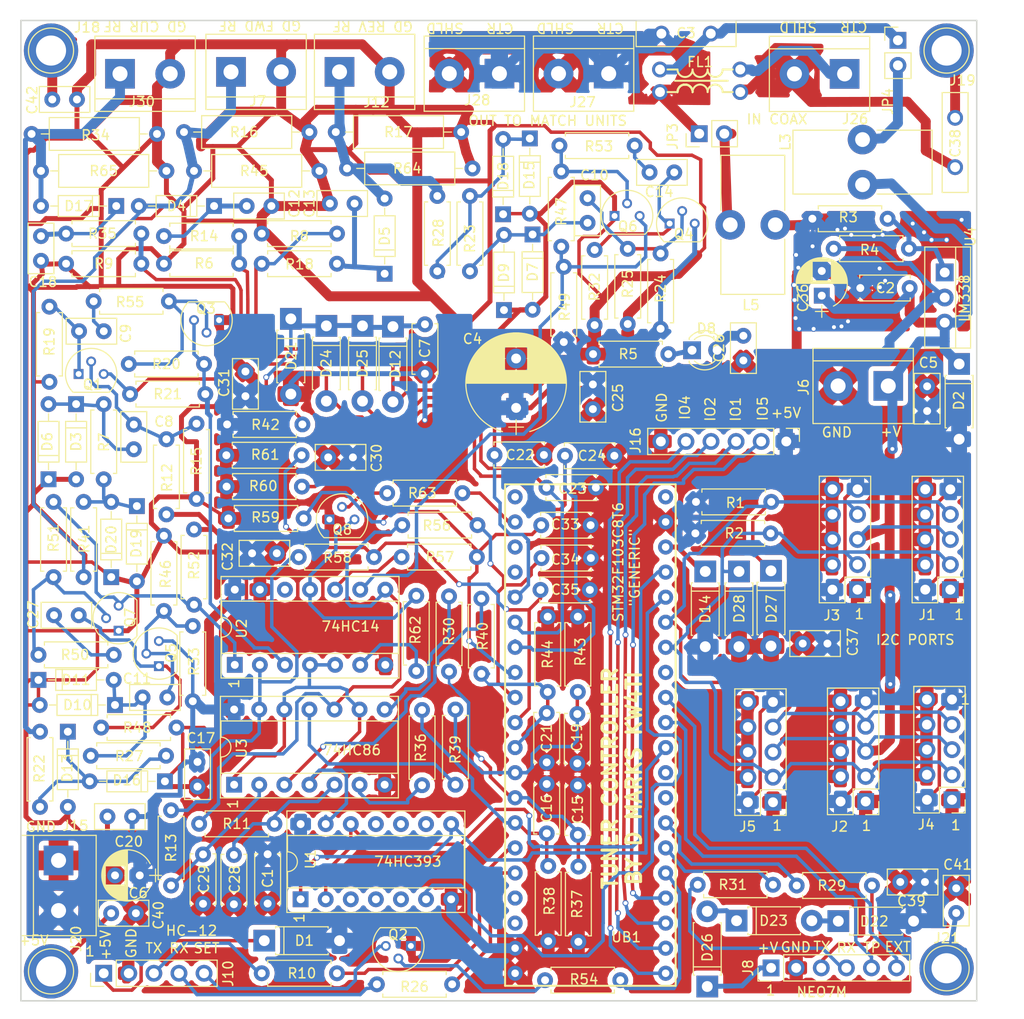
<source format=kicad_pcb>
(kicad_pcb (version 4) (host pcbnew 4.0.7)
  (layers (0 F.Cu signal) (31 B.Cu signal) (34 B.Paste user) (35 F.Paste user) (36 B.SilkS user) (37 F.SilkS user) (38 B.Mask user) (39 F.Mask user) (44 Edge.Cuts user))
  (net 0 "")
  (net 1 "Net-(C3-Pad1)")
  (net 2 "Net-(C10-Pad1)")
  (net 3 VFwd)
  (net 4 VRev)
  (net 5 +5V)
  (net 6 GND)
  (net 7 IO1)
  (net 8 IO2)
  (net 9 IO4)
  (net 10 IO5)
  (net 11 FClk)
  (net 12 FClk2)
  (net 13 I2CSCL)
  (net 14 I2CSDA)
  (net 15 "Net-(J8-Pad3)")
  (net 16 "Net-(J8-Pad4)")
  (net 17 "Net-(J10-Pad3)")
  (net 18 "Net-(J10-Pad4)")
  (net 19 "Net-(D1-Pad1)")
  (net 20 "Net-(C3-Pad2)")
  (net 21 "Net-(D8-Pad1)")
  (net 22 "Net-(R10-Pad1)")
  (net 23 "Net-(R26-Pad1)")
  (net 24 "Net-(R29-Pad2)")
  (net 25 "Net-(R31-Pad2)")
  (net 26 "Net-(D14-Pad1)")
  (net 27 "Net-(J10-Pad5)")
  (net 28 "Net-(Q2-Pad2)")
  (net 29 CtrReset)
  (net 30 "Net-(C8-Pad2)")
  (net 31 "Net-(JP3-Pad2)")
  (net 32 "Net-(JP4-Pad2)")
  (net 33 "Net-(C7-Pad2)")
  (net 34 XFwd)
  (net 35 XRev)
  (net 36 "Net-(C9-Pad2)")
  (net 37 XCur)
  (net 38 "Net-(C11-Pad2)")
  (net 39 "Net-(C12-Pad1)")
  (net 40 "Net-(C13-Pad1)")
  (net 41 "Net-(C14-Pad1)")
  (net 42 FwdRevDif)
  (net 43 FwdRevDlyDif)
  (net 44 "Net-(C18-Pad1)")
  (net 45 FwdCurDif)
  (net 46 FwdCurDlyDif)
  (net 47 VCur)
  (net 48 "Net-(R30-Pad1)")
  (net 49 "Net-(R36-Pad1)")
  (net 50 "Net-(R39-Pad1)")
  (net 51 "Net-(R40-Pad1)")
  (net 52 PhaseFwd)
  (net 53 PhaseCur)
  (net 54 PhaseRev)
  (net 55 "Net-(C8-Pad1)")
  (net 56 "Net-(C9-Pad1)")
  (net 57 "Net-(C10-Pad2)")
  (net 58 "Net-(C11-Pad1)")
  (net 59 "Net-(C14-Pad2)")
  (net 60 "Net-(C27-Pad1)")
  (net 61 "Net-(C27-Pad2)")
  (net 62 "Net-(C28-Pad1)")
  (net 63 "Net-(C29-Pad1)")
  (net 64 "Net-(Q3-Pad3)")
  (net 65 "Net-(Q6-Pad3)")
  (net 66 "Net-(Q7-Pad3)")
  (net 67 "Net-(R54-Pad1)")
  (net 68 DutyCycleFwd)
  (net 69 DutyCycleRev)
  (net 70 DutyCycleCur)
  (net 71 PhaseFwd2)
  (net 72 "Net-(Q8-Pad2)")
  (net 73 "Net-(Q8-Pad3)")
  (net 74 "Net-(R62-Pad2)")
  (net 75 "Net-(R3-Pad2)")
  (net 76 UPWR)
  (net 77 SupplySample)
  (net 78 "Net-(D13-Pad1)")
  (net 79 "Net-(D15-Pad1)")
  (net 80 "Net-(D19-Pad1)")
  (net 81 "Net-(Q3-Pad2)")
  (net 82 "Net-(Q6-Pad2)")
  (net 83 "Net-(Q7-Pad2)")
  (net 84 "Net-(D22-Pad1)")
  (net 85 "Net-(D23-Pad1)")
  (net 86 "Net-(D26-Pad1)")
  (net 87 "Net-(J8-Pad5)")
  (net 88 "Net-(FL1-Pad1)")
  (net 89 "Net-(FL1-Pad4)")
  (net 90 "Net-(J8-Pad6)")
  (net 91 "Net-(C40-Pad1)")
  (net 92 "Net-(C41-Pad1)")
  (net 93 "Net-(C38-Pad1)")
  (net 94 "Net-(C38-Pad2)")
  (net 95 "Net-(C42-Pad1)")
  (module Resistors_THT:R_Axial_DIN0207_L6.3mm_D2.5mm_P7.62mm_Horizontal (layer F.Cu) (at 87.376 50.546 180)
    (fp_text reference R8 (at 3.81 -0.254 180) (layer F.SilkS))
    (fp_text value 10k)
    (pad 1 thru_hole circle (at 0 0 180) (size 1.6 1.6) (drill 0.8) (layers *.Cu *.Mask) (net 4 VRev))
    (pad 2 thru_hole oval (at 7.62 0 180) (size 1.6 1.6) (drill 0.8) (layers *.Cu *.Mask) (net 6 GND))
  )
  (module Resistors_THT:R_Axial_DIN0207_L6.3mm_D2.5mm_P7.62mm_Horizontal (layer F.Cu) (at 100.838 46.736 270)
    (fp_text reference R23 (at 4.318 0 270) (layer F.SilkS))
    (fp_text value 51R)
    (pad 1 thru_hole circle (at 0 0 270) (size 1.6 1.6) (drill 0.8) (layers *.Cu *.Mask) (net 79 "Net-(D15-Pad1)"))
    (pad 2 thru_hole oval (at 7.62 0 270) (size 1.6 1.6) (drill 0.8) (layers *.Cu *.Mask) (net 2 "Net-(C10-Pad1)"))
  )
  (module Connectors_Terminal_Blocks:TerminalBlock_bornier-2_P5.08mm (layer F.Cu) (at 65.405 34.3535)
    (fp_text reference J30 (at 2.2098 2.8321 180) (layer F.SilkS))
    (fp_text value Conn_01x02)
    (pad 1 thru_hole rect (at 0 0) (size 3 3) (drill 1.52) (layers *.Cu *.Mask) (net 37 XCur))
    (pad 2 thru_hole circle (at 5.08 0) (size 3 3) (drill 1.52) (layers *.Cu *.Mask) (net 6 GND))
  )
  (module Resistors_THT:R_Axial_DIN0207_L6.3mm_D2.5mm_P7.62mm_Horizontal (layer F.Cu) (at 120.92432 62.75324 180)
    (fp_text reference R5 (at 4.064 0 180) (layer F.SilkS))
    (fp_text value 470R)
    (pad 1 thru_hole circle (at 0 0 180) (size 1.6 1.6) (drill 0.8) (layers *.Cu *.Mask) (net 21 "Net-(D8-Pad1)"))
    (pad 2 thru_hole oval (at 7.62 0 180) (size 1.6 1.6) (drill 0.8) (layers *.Cu *.Mask) (net 6 GND))
  )
  (module Resistors_THT:R_Axial_DIN0309_L9.0mm_D3.2mm_P12.70mm_Horizontal (layer F.Cu) (at 87.249 40.259)
    (fp_text reference R17 (at 6.35 0) (layer F.SilkS))
    (fp_text value 33R)
    (pad 1 thru_hole circle (at 0 0) (size 1.6 1.6) (drill 0.8) (layers *.Cu *.Mask) (net 35 XRev))
    (pad 2 thru_hole oval (at 12.7 0) (size 1.6 1.6) (drill 0.8) (layers *.Cu *.Mask) (net 6 GND))
  )
  (module Pin_Headers:Pin_Header_Straight_2x05_Pitch2.54mm (layer F.Cu) (at 140.081 86.614 180)
    (fp_text reference J3 (at 2.6035 -2.6035 180) (layer F.SilkS))
    (fp_text value Conn_02x05_Odd_Even)
    (pad 1 thru_hole rect (at 0 0 180) (size 1.7 1.7) (drill 1) (layers *.Cu *.Mask) (net 6 GND))
    (pad 2 thru_hole oval (at 2.54 0 180) (size 1.7 1.7) (drill 1) (layers *.Cu *.Mask) (net 5 +5V))
    (pad 3 thru_hole oval (at 0 2.54 180) (size 1.7 1.7) (drill 1) (layers *.Cu *.Mask) (net 13 I2CSCL))
    (pad 4 thru_hole oval (at 2.54 2.54 180) (size 1.7 1.7) (drill 1) (layers *.Cu *.Mask) (net 6 GND))
    (pad 5 thru_hole oval (at 0 5.08 180) (size 1.7 1.7) (drill 1) (layers *.Cu *.Mask) (net 76 UPWR))
    (pad 6 thru_hole oval (at 2.54 5.08 180) (size 1.7 1.7) (drill 1) (layers *.Cu *.Mask) (net 6 GND))
    (pad 7 thru_hole oval (at 0 7.62 180) (size 1.7 1.7) (drill 1) (layers *.Cu *.Mask) (net 14 I2CSDA))
    (pad 8 thru_hole oval (at 2.54 7.62 180) (size 1.7 1.7) (drill 1) (layers *.Cu *.Mask) (net 6 GND))
    (pad 9 thru_hole oval (at 0 10.16 180) (size 1.7 1.7) (drill 1) (layers *.Cu *.Mask) (net 5 +5V))
    (pad 10 thru_hole oval (at 2.54 10.16 180) (size 1.7 1.7) (drill 1) (layers *.Cu *.Mask) (net 6 GND))
  )
  (module Diodes_THT:D_DO-41_SOD81_P7.62mm_Horizontal (layer F.Cu) (at 138.13536 120.1928)
    (fp_text reference D22 (at 3.6322 0.0254) (layer F.SilkS))
    (fp_text value 1N4001)
    (pad 1 thru_hole rect (at 0 0) (size 2.2 2.2) (drill 1.1) (layers *.Cu *.Mask) (net 84 "Net-(D22-Pad1)"))
    (pad 2 thru_hole oval (at 7.62 0) (size 2.2 2.2) (drill 1.1) (layers *.Cu *.Mask) (net 5 +5V))
  )
  (module Capacitors_THT:C_Disc_D5.0mm_W2.5mm_P2.50mm (layer F.Cu) (at 78.105 64.516 270)
    (fp_text reference C31 (at 1.143 2.159 450) (layer F.SilkS))
    (fp_text value "0.1 uF")
    (pad 1 thru_hole circle (at 0 0 270) (size 1.6 1.6) (drill 0.8) (layers *.Cu *.Mask) (net 6 GND))
    (pad 2 thru_hole circle (at 2.5 0 270) (size 1.6 1.6) (drill 0.8) (layers *.Cu *.Mask) (net 5 +5V))
  )
  (module Resistors_THT:R_Axial_DIN0207_L6.3mm_D2.5mm_P7.62mm_Horizontal (layer F.Cu) (at 58.674 77.724 270)
    (fp_text reference R51 (at 3.6449 0 270) (layer F.SilkS))
    (fp_text value 22k)
    (pad 1 thru_hole circle (at 0 0 270) (size 1.6 1.6) (drill 0.8) (layers *.Cu *.Mask) (net 66 "Net-(Q7-Pad3)"))
    (pad 2 thru_hole oval (at 7.62 0 270) (size 1.6 1.6) (drill 0.8) (layers *.Cu *.Mask) (net 83 "Net-(Q7-Pad2)"))
  )
  (module TO_SOT_Packages_THT:TO-92_Molded_Narrow (layer F.Cu) (at 75.438 59.309 180)
    (fp_text reference Q3 (at 1.3335 1.1557 180) (layer F.SilkS))
    (fp_text value 2N3904)
    (pad 2 thru_hole circle (at 1.27 -1.27 270) (size 1 1) (drill 0.6) (layers *.Cu *.Mask) (net 81 "Net-(Q3-Pad2)"))
    (pad 3 thru_hole circle (at 2.54 0 270) (size 1 1) (drill 0.6) (layers *.Cu *.Mask) (net 64 "Net-(Q3-Pad3)"))
    (pad 1 thru_hole rect (at 0 0 270) (size 1 1) (drill 0.6) (layers *.Cu *.Mask) (net 6 GND))
  )
  (module Housings_DIP:DIP-14_W7.62mm_Socket (layer F.Cu) (at 76.962 106.3752 90)
    (fp_text reference U3 (at 3.683 0.762 90) (layer F.SilkS))
    (fp_text value 74HC86)
    (pad 1 thru_hole rect (at 0 0 90) (size 1.6 1.6) (drill 0.8) (layers *.Cu *.Mask) (net 52 PhaseFwd))
    (pad 8 thru_hole oval (at 7.62 15.24 90) (size 1.6 1.6) (drill 0.8) (layers *.Cu *.Mask) (net 48 "Net-(R30-Pad1)"))
    (pad 2 thru_hole oval (at 0 2.54 90) (size 1.6 1.6) (drill 0.8) (layers *.Cu *.Mask) (net 63 "Net-(C29-Pad1)"))
    (pad 9 thru_hole oval (at 7.62 12.7 90) (size 1.6 1.6) (drill 0.8) (layers *.Cu *.Mask) (net 52 PhaseFwd))
    (pad 3 thru_hole oval (at 0 5.08 90) (size 1.6 1.6) (drill 0.8) (layers *.Cu *.Mask) (net 51 "Net-(R40-Pad1)"))
    (pad 10 thru_hole oval (at 7.62 10.16 90) (size 1.6 1.6) (drill 0.8) (layers *.Cu *.Mask) (net 54 PhaseRev))
    (pad 4 thru_hole oval (at 0 7.62 90) (size 1.6 1.6) (drill 0.8) (layers *.Cu *.Mask) (net 52 PhaseFwd))
    (pad 11 thru_hole oval (at 7.62 7.62 90) (size 1.6 1.6) (drill 0.8) (layers *.Cu *.Mask) (net 50 "Net-(R39-Pad1)"))
    (pad 5 thru_hole oval (at 0 10.16 90) (size 1.6 1.6) (drill 0.8) (layers *.Cu *.Mask) (net 62 "Net-(C28-Pad1)"))
    (pad 12 thru_hole oval (at 7.62 5.08 90) (size 1.6 1.6) (drill 0.8) (layers *.Cu *.Mask) (net 52 PhaseFwd))
    (pad 6 thru_hole oval (at 0 12.7 90) (size 1.6 1.6) (drill 0.8) (layers *.Cu *.Mask) (net 49 "Net-(R36-Pad1)"))
    (pad 13 thru_hole oval (at 7.62 2.54 90) (size 1.6 1.6) (drill 0.8) (layers *.Cu *.Mask) (net 53 PhaseCur))
    (pad 7 thru_hole oval (at 0 15.24 90) (size 1.6 1.6) (drill 0.8) (layers *.Cu *.Mask) (net 6 GND))
    (pad 14 thru_hole oval (at 7.62 0 90) (size 1.6 1.6) (drill 0.8) (layers *.Cu *.Mask) (net 5 +5V))
  )
  (module Capacitors_THT:CP_Radial_D10.0mm_P5.00mm (layer F.Cu) (at 105.5116 68.199 90)
    (fp_text reference C4 (at 6.985 -4.4196 180) (layer F.SilkS))
    (fp_text value "1000 uF")
    (pad 1 thru_hole rect (at 0 0 90) (size 2 2) (drill 1) (layers *.Cu *.Mask) (net 5 +5V))
    (pad 2 thru_hole circle (at 5 0 90) (size 2 2) (drill 1) (layers *.Cu *.Mask) (net 6 GND))
  )
  (module Capacitors_THT:C_Disc_D5.0mm_W2.5mm_P5.00mm (layer F.Cu) (at 96.28124 64.73444 90)
    (fp_text reference C7 (at 2.5527 0 90) (layer F.SilkS))
    (fp_text value "0.1 uF")
    (pad 1 thru_hole circle (at 0 0 90) (size 1.6 1.6) (drill 0.8) (layers *.Cu *.Mask) (net 6 GND))
    (pad 2 thru_hole circle (at 5 0 90) (size 1.6 1.6) (drill 0.8) (layers *.Cu *.Mask) (net 33 "Net-(C7-Pad2)"))
  )
  (module Diodes_THT:D_DO-41_SOD81_P7.62mm_Horizontal (layer F.Cu) (at 82.7024 59.182 270)
    (fp_text reference D21 (at 3.7592 -0.042001 270) (layer F.SilkS))
    (fp_text value 1N4729A)
    (pad 1 thru_hole rect (at 0 0 270) (size 2.2 2.2) (drill 1.1) (layers *.Cu *.Mask) (net 33 "Net-(C7-Pad2)"))
    (pad 2 thru_hole oval (at 7.62 0 270) (size 2.2 2.2) (drill 1.1) (layers *.Cu *.Mask) (net 6 GND))
  )
  (module Resistors_THT:R_Axial_DIN0207_L6.3mm_D2.5mm_P7.62mm_Horizontal (layer F.Cu) (at 111.76 96.9772 90)
    (fp_text reference R43 (at 4.064 0.254 90) (layer F.SilkS))
    (fp_text value 1.5k)
    (pad 1 thru_hole circle (at 0 0 90) (size 1.6 1.6) (drill 0.8) (layers *.Cu *.Mask) (net 45 FwdCurDif))
    (pad 2 thru_hole oval (at 7.62 0 90) (size 1.6 1.6) (drill 0.8) (layers *.Cu *.Mask) (net 6 GND))
  )
  (module Housings_DIP:DIP-14_W7.62mm_Socket (layer F.Cu) (at 77.0255 94.234 90)
    (fp_text reference U2 (at 3.683 0.6985 90) (layer F.SilkS))
    (fp_text value 74HC14)
    (pad 1 thru_hole rect (at 0 0 90) (size 1.6 1.6) (drill 0.8) (layers *.Cu *.Mask) (net 66 "Net-(Q7-Pad3)"))
    (pad 8 thru_hole oval (at 7.62 15.24 90) (size 1.6 1.6) (drill 0.8) (layers *.Cu *.Mask) (net 54 PhaseRev))
    (pad 2 thru_hole oval (at 0 2.54 90) (size 1.6 1.6) (drill 0.8) (layers *.Cu *.Mask) (net 53 PhaseCur))
    (pad 9 thru_hole oval (at 7.62 12.7 90) (size 1.6 1.6) (drill 0.8) (layers *.Cu *.Mask) (net 65 "Net-(Q6-Pad3)"))
    (pad 3 thru_hole oval (at 0 5.08 90) (size 1.6 1.6) (drill 0.8) (layers *.Cu *.Mask) (net 64 "Net-(Q3-Pad3)"))
    (pad 10 thru_hole oval (at 7.62 10.16 90) (size 1.6 1.6) (drill 0.8) (layers *.Cu *.Mask) (net 71 PhaseFwd2))
    (pad 4 thru_hole oval (at 0 7.62 90) (size 1.6 1.6) (drill 0.8) (layers *.Cu *.Mask) (net 52 PhaseFwd))
    (pad 11 thru_hole oval (at 7.62 7.62 90) (size 1.6 1.6) (drill 0.8) (layers *.Cu *.Mask) (net 73 "Net-(Q8-Pad3)"))
    (pad 5 thru_hole oval (at 0 10.16 90) (size 1.6 1.6) (drill 0.8) (layers *.Cu *.Mask) (net 52 PhaseFwd))
    (pad 12 thru_hole oval (at 7.62 5.08 90) (size 1.6 1.6) (drill 0.8) (layers *.Cu *.Mask))
    (pad 6 thru_hole oval (at 0 12.7 90) (size 1.6 1.6) (drill 0.8) (layers *.Cu *.Mask) (net 74 "Net-(R62-Pad2)"))
    (pad 13 thru_hole oval (at 7.62 2.54 90) (size 1.6 1.6) (drill 0.8) (layers *.Cu *.Mask) (net 6 GND))
    (pad 7 thru_hole oval (at 0 15.24 90) (size 1.6 1.6) (drill 0.8) (layers *.Cu *.Mask) (net 6 GND))
    (pad 14 thru_hole oval (at 7.62 0 90) (size 1.6 1.6) (drill 0.8) (layers *.Cu *.Mask) (net 5 +5V))
  )
  (module TO_SOT_Packages_THT:TO-92_Molded_Narrow (layer F.Cu) (at 65.26784 90.77706 90)
    (fp_text reference Q7 (at 1.3335 1.1557 90) (layer F.SilkS))
    (fp_text value 2N3904)
    (pad 2 thru_hole circle (at 1.27 -1.27 180) (size 1 1) (drill 0.6) (layers *.Cu *.Mask) (net 83 "Net-(Q7-Pad2)"))
    (pad 3 thru_hole circle (at 2.54 0 180) (size 1 1) (drill 0.6) (layers *.Cu *.Mask) (net 66 "Net-(Q7-Pad3)"))
    (pad 1 thru_hole rect (at 0 0 180) (size 1 1) (drill 0.6) (layers *.Cu *.Mask) (net 6 GND))
  )
  (module Resistors_THT:R_Axial_DIN0207_L6.3mm_D2.5mm_P7.62mm_Horizontal (layer F.Cu) (at 99.3648 106.3752 90)
    (fp_text reference R39 (at 3.556 0 90) (layer F.SilkS))
    (fp_text value 1k)
    (pad 1 thru_hole circle (at 0 0 90) (size 1.6 1.6) (drill 0.8) (layers *.Cu *.Mask) (net 50 "Net-(R39-Pad1)"))
    (pad 2 thru_hole oval (at 7.62 0 90) (size 1.6 1.6) (drill 0.8) (layers *.Cu *.Mask) (net 45 FwdCurDif))
  )
  (module Capacitors_THT:C_Disc_D5.0mm_W2.5mm_P5.00mm (layer F.Cu) (at 108.585 76.2762)
    (fp_text reference C23 (at 2.6416 0.1016) (layer F.SilkS))
    (fp_text value "10 nF")
    (pad 1 thru_hole circle (at 0 0) (size 1.6 1.6) (drill 0.8) (layers *.Cu *.Mask) (net 3 VFwd))
    (pad 2 thru_hole circle (at 5 0) (size 1.6 1.6) (drill 0.8) (layers *.Cu *.Mask) (net 6 GND))
  )
  (module Diodes_THT:D_DO-41_SOD81_P7.62mm_Horizontal (layer F.Cu) (at 89.95664 59.8932 270)
    (fp_text reference D25 (at 3.81 0 270) (layer F.SilkS))
    (fp_text value 1N5819)
    (pad 1 thru_hole rect (at 0 0 270) (size 2.2 2.2) (drill 1.1) (layers *.Cu *.Mask) (net 33 "Net-(C7-Pad2)"))
    (pad 2 thru_hole oval (at 7.62 0 270) (size 2.2 2.2) (drill 1.1) (layers *.Cu *.Mask) (net 3 VFwd))
  )
  (module Diodes_THT:D_DO-41_SOD81_P7.62mm_Horizontal (layer F.Cu) (at 93.0402 59.9694 270)
    (fp_text reference D12 (at 3.81 -0.254 270) (layer F.SilkS))
    (fp_text value 1N5819)
    (pad 1 thru_hole rect (at 0 0 270) (size 2.2 2.2) (drill 1.1) (layers *.Cu *.Mask) (net 33 "Net-(C7-Pad2)"))
    (pad 2 thru_hole oval (at 7.62 0 270) (size 2.2 2.2) (drill 1.1) (layers *.Cu *.Mask) (net 4 VRev))
  )
  (module Housings_DIP:DIP-14_W7.62mm_Socket (layer F.Cu) (at 83.693 117.983 90)
    (fp_text reference U1 (at 4.064 1.016 90) (layer F.SilkS))
    (fp_text value 74LS393)
    (pad 1 thru_hole rect (at 0 0 90) (size 1.6 1.6) (drill 0.8) (layers *.Cu *.Mask) (net 11 FClk))
    (pad 8 thru_hole oval (at 7.62 15.24 90) (size 1.6 1.6) (drill 0.8) (layers *.Cu *.Mask) (net 11 FClk))
    (pad 2 thru_hole oval (at 0 2.54 90) (size 1.6 1.6) (drill 0.8) (layers *.Cu *.Mask) (net 29 CtrReset))
    (pad 9 thru_hole oval (at 7.62 12.7 90) (size 1.6 1.6) (drill 0.8) (layers *.Cu *.Mask))
    (pad 3 thru_hole oval (at 0 5.08 90) (size 1.6 1.6) (drill 0.8) (layers *.Cu *.Mask))
    (pad 10 thru_hole oval (at 7.62 10.16 90) (size 1.6 1.6) (drill 0.8) (layers *.Cu *.Mask))
    (pad 4 thru_hole oval (at 0 7.62 90) (size 1.6 1.6) (drill 0.8) (layers *.Cu *.Mask))
    (pad 11 thru_hole oval (at 7.62 7.62 90) (size 1.6 1.6) (drill 0.8) (layers *.Cu *.Mask))
    (pad 5 thru_hole oval (at 0 10.16 90) (size 1.6 1.6) (drill 0.8) (layers *.Cu *.Mask))
    (pad 12 thru_hole oval (at 7.62 5.08 90) (size 1.6 1.6) (drill 0.8) (layers *.Cu *.Mask) (net 29 CtrReset))
    (pad 6 thru_hole oval (at 0 12.7 90) (size 1.6 1.6) (drill 0.8) (layers *.Cu *.Mask) (net 12 FClk2))
    (pad 13 thru_hole oval (at 7.62 2.54 90) (size 1.6 1.6) (drill 0.8) (layers *.Cu *.Mask) (net 52 PhaseFwd))
    (pad 7 thru_hole oval (at 0 15.24 90) (size 1.6 1.6) (drill 0.8) (layers *.Cu *.Mask) (net 6 GND))
    (pad 14 thru_hole oval (at 7.62 0 90) (size 1.6 1.6) (drill 0.8) (layers *.Cu *.Mask) (net 5 +5V))
  )
  (module Connectors_Terminal_Blocks:TerminalBlock_bornier-2_P5.08mm (layer F.Cu) (at 87.63 34.163)
    (fp_text reference J12 (at 3.7592 3.0734 180) (layer F.SilkS))
    (fp_text value Conn_01x02)
    (pad 1 thru_hole rect (at 0 0) (size 3 3) (drill 1.52) (layers *.Cu *.Mask) (net 35 XRev))
    (pad 2 thru_hole circle (at 5.08 0) (size 3 3) (drill 1.52) (layers *.Cu *.Mask) (net 6 GND))
  )
  (module Resistors_THT:R_Axial_DIN0309_L9.0mm_D3.2mm_P12.70mm_Horizontal (layer F.Cu) (at 71.882 40.259)
    (fp_text reference R16 (at 6.096 0) (layer F.SilkS))
    (fp_text value 33R)
    (pad 1 thru_hole circle (at 0 0) (size 1.6 1.6) (drill 0.8) (layers *.Cu *.Mask) (net 34 XFwd))
    (pad 2 thru_hole oval (at 12.7 0) (size 1.6 1.6) (drill 0.8) (layers *.Cu *.Mask) (net 6 GND))
  )
  (module Connectors_Terminal_Blocks:TerminalBlock_bornier-2_P5.08mm (layer F.Cu) (at 138.7729 34.3662 180)
    (fp_text reference J26 (at -1.0668 -4.572 360) (layer F.SilkS))
    (fp_text value Conn_01x02)
    (pad 1 thru_hole rect (at 0 0 180) (size 3 3) (drill 1.52) (layers *.Cu *.Mask) (net 88 "Net-(FL1-Pad1)"))
    (pad 2 thru_hole circle (at 5.08 0 180) (size 3 3) (drill 1.52) (layers *.Cu *.Mask) (net 93 "Net-(C38-Pad1)"))
  )
  (module Diodes_THT:D_DO-35_SOD27_P7.62mm_Horizontal (layer F.Cu) (at 60.96 67.818 270)
    (fp_text reference D3 (at 3.81 0 270) (layer F.SilkS))
    (fp_text value 1N5711)
    (pad 1 thru_hole rect (at 0 0 270) (size 1.6 1.6) (drill 0.8) (layers *.Cu *.Mask) (net 55 "Net-(C8-Pad1)"))
    (pad 2 thru_hole oval (at 7.62 0 270) (size 1.6 1.6) (drill 0.8) (layers *.Cu *.Mask) (net 6 GND))
  )
  (module Diodes_THT:D_DO-35_SOD27_P7.62mm_Horizontal (layer F.Cu) (at 74.93 47.752 180)
    (fp_text reference D4 (at 3.81 0 180) (layer F.SilkS))
    (fp_text value 1N5711)
    (pad 1 thru_hole rect (at 0 0 180) (size 1.6 1.6) (drill 0.8) (layers *.Cu *.Mask) (net 39 "Net-(C12-Pad1)"))
    (pad 2 thru_hole oval (at 7.62 0 180) (size 1.6 1.6) (drill 0.8) (layers *.Cu *.Mask) (net 34 XFwd))
  )
  (module Diodes_THT:D_DO-35_SOD27_P7.62mm_Horizontal (layer F.Cu) (at 92.202 54.61 90)
    (fp_text reference D5 (at 3.81 0 90) (layer F.SilkS))
    (fp_text value 1N5711)
    (pad 1 thru_hole rect (at 0 0 90) (size 1.6 1.6) (drill 0.8) (layers *.Cu *.Mask) (net 40 "Net-(C13-Pad1)"))
    (pad 2 thru_hole oval (at 7.62 0 90) (size 1.6 1.6) (drill 0.8) (layers *.Cu *.Mask) (net 35 XRev))
  )
  (module Diodes_THT:D_DO-35_SOD27_P7.62mm_Horizontal (layer F.Cu) (at 58.166 75.438 90)
    (fp_text reference D6 (at 3.81 -0.127 90) (layer F.SilkS))
    (fp_text value 1N5711)
    (pad 1 thru_hole rect (at 0 0 90) (size 1.6 1.6) (drill 0.8) (layers *.Cu *.Mask) (net 6 GND))
    (pad 2 thru_hole oval (at 7.62 0 90) (size 1.6 1.6) (drill 0.8) (layers *.Cu *.Mask) (net 55 "Net-(C8-Pad1)"))
  )
  (module Diodes_THT:D_DO-35_SOD27_P7.62mm_Horizontal (layer F.Cu) (at 107.17784 50.63744 270)
    (fp_text reference D7 (at 3.81 0 270) (layer F.SilkS))
    (fp_text value 1N5711)
    (pad 1 thru_hole rect (at 0 0 270) (size 1.6 1.6) (drill 0.8) (layers *.Cu *.Mask) (net 2 "Net-(C10-Pad1)"))
    (pad 2 thru_hole oval (at 7.62 0 270) (size 1.6 1.6) (drill 0.8) (layers *.Cu *.Mask) (net 6 GND))
  )
  (module Connectors_Terminal_Blocks:TerminalBlock_bornier-2_P5.08mm (layer F.Cu) (at 76.6445 34.163)
    (fp_text reference J7 (at 2.7051 2.9718) (layer F.SilkS))
    (fp_text value Conn_01x02)
    (pad 1 thru_hole rect (at 0 0) (size 3 3) (drill 1.52) (layers *.Cu *.Mask) (net 34 XFwd))
    (pad 2 thru_hole circle (at 5.08 0) (size 3 3) (drill 1.52) (layers *.Cu *.Mask) (net 6 GND))
  )
  (module Connectors:1pin (layer F.Cu) (at 58.42 32.004)
    (fp_text reference J18 (at 3.6576 -2.3368 180) (layer F.SilkS))
    (fp_text value Conn_01x01)
    (pad 1 thru_hole circle (at 0 0) (size 5.5 5.5) (drill 3.048) (layers *.Cu *.Mask) (net 95 "Net-(C42-Pad1)"))
  )
  (module Connectors:1pin (layer F.Cu) (at 149.098 32.004)
    (fp_text reference J19 (at 1.6002 3.0226) (layer F.SilkS))
    (fp_text value Conn_01x01)
    (pad 1 thru_hole circle (at 0 0) (size 5.5 5.5) (drill 3.048) (layers *.Cu *.Mask) (net 94 "Net-(C38-Pad2)"))
  )
  (module Connectors:1pin (layer F.Cu) (at 149.098 124.968)
    (fp_text reference J21 (at 0 -3.048) (layer F.SilkS))
    (fp_text value Conn_01x01)
    (pad 1 thru_hole circle (at 0 0) (size 5.5 5.5) (drill 3.048) (layers *.Cu *.Mask) (net 92 "Net-(C41-Pad1)"))
  )
  (module Pin_Headers:Pin_Header_Straight_1x06_Pitch2.54mm (layer F.Cu) (at 132.8674 71.6026 270)
    (fp_text reference J16 (at -0.1016 15.2654 270) (layer F.SilkS))
    (fp_text value Conn_01x06)
    (pad 1 thru_hole rect (at 0 0 270) (size 1.7 1.7) (drill 1) (layers *.Cu *.Mask) (net 5 +5V))
    (pad 2 thru_hole oval (at 0 2.54 270) (size 1.7 1.7) (drill 1) (layers *.Cu *.Mask) (net 10 IO5))
    (pad 3 thru_hole oval (at 0 5.08 270) (size 1.7 1.7) (drill 1) (layers *.Cu *.Mask) (net 7 IO1))
    (pad 4 thru_hole oval (at 0 7.62 270) (size 1.7 1.7) (drill 1) (layers *.Cu *.Mask) (net 8 IO2))
    (pad 5 thru_hole oval (at 0 10.16 270) (size 1.7 1.7) (drill 1) (layers *.Cu *.Mask) (net 9 IO4))
    (pad 6 thru_hole oval (at 0 12.7 270) (size 1.7 1.7) (drill 1) (layers *.Cu *.Mask) (net 6 GND))
  )
  (module Pin_Headers:Pin_Header_Straight_1x05_Pitch2.54mm (layer F.Cu) (at 63.754 125.476 90)
    (fp_text reference J10 (at -0.0254 12.5984 90) (layer F.SilkS))
    (fp_text value Conn_01x05)
    (pad 1 thru_hole rect (at 0 0 90) (size 1.7 1.7) (drill 1) (layers *.Cu *.Mask) (net 19 "Net-(D1-Pad1)"))
    (pad 2 thru_hole oval (at 0 2.54 90) (size 1.7 1.7) (drill 1) (layers *.Cu *.Mask) (net 6 GND))
    (pad 3 thru_hole oval (at 0 5.08 90) (size 1.7 1.7) (drill 1) (layers *.Cu *.Mask) (net 17 "Net-(J10-Pad3)"))
    (pad 4 thru_hole oval (at 0 7.62 90) (size 1.7 1.7) (drill 1) (layers *.Cu *.Mask) (net 18 "Net-(J10-Pad4)"))
    (pad 5 thru_hole oval (at 0 10.16 90) (size 1.7 1.7) (drill 1) (layers *.Cu *.Mask) (net 27 "Net-(J10-Pad5)"))
  )
  (module Connectors_Terminal_Blocks:TerminalBlock_bornier-2_P5.08mm (layer F.Cu) (at 114.8842 34.3408 180)
    (fp_text reference J27 (at 2.6416 -2.8829 180) (layer F.SilkS))
    (fp_text value Conn_01x02)
    (pad 1 thru_hole rect (at 0 0 180) (size 3 3) (drill 1.52) (layers *.Cu *.Mask) (net 20 "Net-(C3-Pad2)"))
    (pad 2 thru_hole circle (at 5.08 0 180) (size 3 3) (drill 1.52) (layers *.Cu *.Mask) (net 89 "Net-(FL1-Pad4)"))
  )
  (module Inductors_THT:L_Toroid_Vertical_L14.0mm_W6.3mm_P4.57mm_Pulse_A (layer F.Cu) (at 140.589 41.021)
    (fp_text reference L3 (at -7.8105 0.254 90) (layer F.SilkS))
    (fp_text value "100 uH")
    (pad 1 thru_hole circle (at 0 0) (size 3 3) (drill 1.5) (layers *.Cu *.Mask) (net 32 "Net-(JP4-Pad2)"))
    (pad 2 thru_hole circle (at 0 4.57) (size 3 3) (drill 1.5) (layers *.Cu *.Mask) (net 76 UPWR))
  )
  (module Inductors_THT:L_Toroid_Vertical_L14.0mm_W6.3mm_P4.57mm_Pulse_A (layer F.Cu) (at 127.1905 49.657 90)
    (fp_text reference L5 (at -8.128 2.0955 360) (layer F.SilkS))
    (fp_text value "100 uH")
    (pad 1 thru_hole circle (at 0 0 90) (size 3 3) (drill 1.5) (layers *.Cu *.Mask) (net 31 "Net-(JP3-Pad2)"))
    (pad 2 thru_hole circle (at 0 4.57 90) (size 3 3) (drill 1.5) (layers *.Cu *.Mask) (net 6 GND))
  )
  (module Connectors_Terminal_Blocks:TerminalBlock_bornier-2_P5.08mm (layer F.Cu) (at 103.8225 34.3408 180)
    (fp_text reference J28 (at 2.2479 -2.6924 360) (layer F.SilkS))
    (fp_text value Conn_01x02)
    (pad 1 thru_hole rect (at 0 0 180) (size 3 3) (drill 1.52) (layers *.Cu *.Mask) (net 20 "Net-(C3-Pad2)"))
    (pad 2 thru_hole circle (at 5.08 0 180) (size 3 3) (drill 1.52) (layers *.Cu *.Mask) (net 89 "Net-(FL1-Pad4)"))
  )
  (module Diodes_THT:D_DO-41_SOD81_P7.62mm_Horizontal (layer F.Cu) (at 124.6632 84.7725 270)
    (fp_text reference D14 (at 3.81 0 270) (layer F.SilkS))
    (fp_text value 1N5819)
    (pad 1 thru_hole rect (at 0 0 270) (size 2.2 2.2) (drill 1.1) (layers *.Cu *.Mask) (net 26 "Net-(D14-Pad1)"))
    (pad 2 thru_hole oval (at 7.62 0 270) (size 2.2 2.2) (drill 1.1) (layers *.Cu *.Mask) (net 5 +5V))
  )
  (module Diodes_THT:D_DO-41_SOD81_P7.62mm_Horizontal (layer F.Cu) (at 80.01 122.174)
    (fp_text reference D1 (at 4.064 0) (layer F.SilkS))
    (fp_text value 1N4001)
    (pad 1 thru_hole rect (at 0 0) (size 2.2 2.2) (drill 1.1) (layers *.Cu *.Mask) (net 19 "Net-(D1-Pad1)"))
    (pad 2 thru_hole oval (at 7.62 0) (size 2.2 2.2) (drill 1.1) (layers *.Cu *.Mask) (net 5 +5V))
  )
  (module Resistors_THT:R_Axial_DIN0207_L6.3mm_D2.5mm_P7.62mm_Horizontal (layer F.Cu) (at 123.7234 77.724)
    (fp_text reference R1 (at 3.99034 0.09398) (layer F.SilkS))
    (fp_text value 10k)
    (pad 1 thru_hole circle (at 0 0) (size 1.6 1.6) (drill 0.8) (layers *.Cu *.Mask) (net 5 +5V))
    (pad 2 thru_hole oval (at 7.62 0) (size 1.6 1.6) (drill 0.8) (layers *.Cu *.Mask) (net 14 I2CSDA))
  )
  (module Resistors_THT:R_Axial_DIN0207_L6.3mm_D2.5mm_P7.62mm_Horizontal (layer F.Cu) (at 123.6599 80.9117)
    (fp_text reference R2 (at 3.937 -0.00508) (layer F.SilkS))
    (fp_text value 10k)
    (pad 1 thru_hole circle (at 0 0) (size 1.6 1.6) (drill 0.8) (layers *.Cu *.Mask) (net 5 +5V))
    (pad 2 thru_hole oval (at 7.62 0) (size 1.6 1.6) (drill 0.8) (layers *.Cu *.Mask) (net 13 I2CSCL))
  )
  (module Resistors_THT:R_Axial_DIN0207_L6.3mm_D2.5mm_P7.62mm_Horizontal (layer F.Cu) (at 63.754 75.438 90)
    (fp_text reference R7 (at 3.7592 0.0254 90) (layer F.SilkS))
    (fp_text value 51R)
    (pad 1 thru_hole circle (at 0 0 90) (size 1.6 1.6) (drill 0.8) (layers *.Cu *.Mask) (net 80 "Net-(D19-Pad1)"))
    (pad 2 thru_hole oval (at 7.62 0 90) (size 1.6 1.6) (drill 0.8) (layers *.Cu *.Mask) (net 55 "Net-(C8-Pad1)"))
  )
  (module Resistors_THT:R_Axial_DIN0207_L6.3mm_D2.5mm_P7.62mm_Horizontal (layer F.Cu) (at 67.564 53.594 180)
    (fp_text reference R9 (at 3.81 0 180) (layer F.SilkS))
    (fp_text value 10k)
    (pad 1 thru_hole circle (at 0 0 180) (size 1.6 1.6) (drill 0.8) (layers *.Cu *.Mask) (net 47 VCur))
    (pad 2 thru_hole oval (at 7.62 0 180) (size 1.6 1.6) (drill 0.8) (layers *.Cu *.Mask) (net 6 GND))
  )
  (module Resistors_THT:R_Axial_DIN0207_L6.3mm_D2.5mm_P7.62mm_Horizontal (layer F.Cu) (at 87.376 125.476 180)
    (fp_text reference R10 (at 3.556 0 180) (layer F.SilkS))
    (fp_text value 1k)
    (pad 1 thru_hole circle (at 0 0 180) (size 1.6 1.6) (drill 0.8) (layers *.Cu *.Mask) (net 22 "Net-(R10-Pad1)"))
    (pad 2 thru_hole oval (at 7.62 0 180) (size 1.6 1.6) (drill 0.8) (layers *.Cu *.Mask) (net 17 "Net-(J10-Pad3)"))
  )
  (module Resistors_THT:R_Axial_DIN0207_L6.3mm_D2.5mm_P7.62mm_Horizontal (layer F.Cu) (at 73.4187 110.3376)
    (fp_text reference R11 (at 3.81 0) (layer F.SilkS))
    (fp_text value 330R)
    (pad 1 thru_hole circle (at 0 0) (size 1.6 1.6) (drill 0.8) (layers *.Cu *.Mask) (net 54 PhaseRev))
    (pad 2 thru_hole oval (at 7.62 0) (size 1.6 1.6) (drill 0.8) (layers *.Cu *.Mask) (net 62 "Net-(C28-Pad1)"))
  )
  (module Resistors_THT:R_Axial_DIN0207_L6.3mm_D2.5mm_P7.62mm_Horizontal (layer F.Cu) (at 70.104 78.994 90)
    (fp_text reference R12 (at 3.71602 0.06096 90) (layer F.SilkS))
    (fp_text value 1k)
    (pad 1 thru_hole circle (at 0 0 90) (size 1.6 1.6) (drill 0.8) (layers *.Cu *.Mask) (net 5 +5V))
    (pad 2 thru_hole oval (at 7.62 0 90) (size 1.6 1.6) (drill 0.8) (layers *.Cu *.Mask) (net 30 "Net-(C8-Pad2)"))
  )
  (module Resistors_THT:R_Axial_DIN0207_L6.3mm_D2.5mm_P7.62mm_Horizontal (layer F.Cu) (at 70.57644 108.966 270)
    (fp_text reference R13 (at 3.81 0 270) (layer F.SilkS))
    (fp_text value 330R)
    (pad 1 thru_hole circle (at 0 0 270) (size 1.6 1.6) (drill 0.8) (layers *.Cu *.Mask) (net 53 PhaseCur))
    (pad 2 thru_hole oval (at 7.62 0 270) (size 1.6 1.6) (drill 0.8) (layers *.Cu *.Mask) (net 63 "Net-(C29-Pad1)"))
  )
  (module Resistors_THT:R_Axial_DIN0207_L6.3mm_D2.5mm_P7.62mm_Horizontal (layer F.Cu) (at 69.85 50.8)
    (fp_text reference R14 (at 4.064 0) (layer F.SilkS))
    (fp_text value 10k)
    (pad 1 thru_hole circle (at 0 0) (size 1.6 1.6) (drill 0.8) (layers *.Cu *.Mask) (net 39 "Net-(C12-Pad1)"))
    (pad 2 thru_hole oval (at 7.62 0) (size 1.6 1.6) (drill 0.8) (layers *.Cu *.Mask) (net 3 VFwd))
  )
  (module Resistors_THT:R_Axial_DIN0207_L6.3mm_D2.5mm_P7.62mm_Horizontal (layer F.Cu) (at 73.152 69.7992 270)
    (fp_text reference R15 (at 3.81 0 270) (layer F.SilkS))
    (fp_text value 1k)
    (pad 1 thru_hole circle (at 0 0 270) (size 1.6 1.6) (drill 0.8) (layers *.Cu *.Mask) (net 30 "Net-(C8-Pad2)"))
    (pad 2 thru_hole oval (at 7.62 0 270) (size 1.6 1.6) (drill 0.8) (layers *.Cu *.Mask) (net 6 GND))
  )
  (module Resistors_THT:R_Axial_DIN0207_L6.3mm_D2.5mm_P7.62mm_Horizontal (layer F.Cu) (at 87.376 53.594 180)
    (fp_text reference R18 (at 3.7973 -0.0635 180) (layer F.SilkS))
    (fp_text value 10k)
    (pad 1 thru_hole circle (at 0 0 180) (size 1.6 1.6) (drill 0.8) (layers *.Cu *.Mask) (net 40 "Net-(C13-Pad1)"))
    (pad 2 thru_hole oval (at 7.62 0 180) (size 1.6 1.6) (drill 0.8) (layers *.Cu *.Mask) (net 4 VRev))
  )
  (module Resistors_THT:R_Axial_DIN0207_L6.3mm_D2.5mm_P7.62mm_Horizontal (layer F.Cu) (at 58.25744 57.94756 270)
    (fp_text reference R19 (at 3.556 0 270) (layer F.SilkS))
    (fp_text value 100R)
    (pad 1 thru_hole circle (at 0 0 270) (size 1.6 1.6) (drill 0.8) (layers *.Cu *.Mask) (net 36 "Net-(C9-Pad2)"))
    (pad 2 thru_hole oval (at 7.62 0 270) (size 1.6 1.6) (drill 0.8) (layers *.Cu *.Mask) (net 6 GND))
  )
  (module Resistors_THT:R_Axial_DIN0207_L6.3mm_D2.5mm_P7.62mm_Horizontal (layer F.Cu) (at 73.914 63.754 180)
    (fp_text reference R20 (at 3.81 0 180) (layer F.SilkS))
    (fp_text value 22k)
    (pad 1 thru_hole circle (at 0 0 180) (size 1.6 1.6) (drill 0.8) (layers *.Cu *.Mask) (net 64 "Net-(Q3-Pad3)"))
    (pad 2 thru_hole oval (at 7.62 0 180) (size 1.6 1.6) (drill 0.8) (layers *.Cu *.Mask) (net 81 "Net-(Q3-Pad2)"))
  )
  (module Resistors_THT:R_Axial_DIN0207_L6.3mm_D2.5mm_P7.62mm_Horizontal (layer F.Cu) (at 66.421 66.802)
    (fp_text reference R21 (at 3.81 0) (layer F.SilkS))
    (fp_text value 220R)
    (pad 1 thru_hole circle (at 0 0) (size 1.6 1.6) (drill 0.8) (layers *.Cu *.Mask) (net 5 +5V))
    (pad 2 thru_hole oval (at 7.62 0) (size 1.6 1.6) (drill 0.8) (layers *.Cu *.Mask) (net 64 "Net-(Q3-Pad3)"))
  )
  (module Resistors_THT:R_Axial_DIN0207_L6.3mm_D2.5mm_P7.62mm_Horizontal (layer F.Cu) (at 120.142 60.18276 90)
    (fp_text reference R24 (at 4.064 0 90) (layer F.SilkS))
    (fp_text value 1k)
    (pad 1 thru_hole circle (at 0 0 90) (size 1.6 1.6) (drill 0.8) (layers *.Cu *.Mask) (net 5 +5V))
    (pad 2 thru_hole oval (at 7.62 0 90) (size 1.6 1.6) (drill 0.8) (layers *.Cu *.Mask) (net 57 "Net-(C10-Pad2)"))
  )
  (module Resistors_THT:R_Axial_DIN0207_L6.3mm_D2.5mm_P7.62mm_Horizontal (layer F.Cu) (at 116.8146 52.0827 270)
    (fp_text reference R25 (at 3.556 0 270) (layer F.SilkS))
    (fp_text value 1k)
    (pad 1 thru_hole circle (at 0 0 270) (size 1.6 1.6) (drill 0.8) (layers *.Cu *.Mask) (net 57 "Net-(C10-Pad2)"))
    (pad 2 thru_hole oval (at 7.62 0 270) (size 1.6 1.6) (drill 0.8) (layers *.Cu *.Mask) (net 6 GND))
  )
  (module Resistors_THT:R_Axial_DIN0207_L6.3mm_D2.5mm_P7.62mm_Horizontal (layer F.Cu) (at 99.0346 126.5936 180)
    (fp_text reference R26 (at 3.81 -0.254 180) (layer F.SilkS))
    (fp_text value 1k)
    (pad 1 thru_hole circle (at 0 0 180) (size 1.6 1.6) (drill 0.8) (layers *.Cu *.Mask) (net 23 "Net-(R26-Pad1)"))
    (pad 2 thru_hole oval (at 7.62 0 180) (size 1.6 1.6) (drill 0.8) (layers *.Cu *.Mask) (net 18 "Net-(J10-Pad4)"))
  )
  (module Resistors_THT:R_Axial_DIN0207_L6.3mm_D2.5mm_P7.62mm_Horizontal (layer F.Cu) (at 141.5415 116.586 180)
    (fp_text reference R29 (at 4.064 0 180) (layer F.SilkS))
    (fp_text value 1k)
    (pad 1 thru_hole circle (at 0 0 180) (size 1.6 1.6) (drill 0.8) (layers *.Cu *.Mask) (net 15 "Net-(J8-Pad3)"))
    (pad 2 thru_hole oval (at 7.62 0 180) (size 1.6 1.6) (drill 0.8) (layers *.Cu *.Mask) (net 24 "Net-(R29-Pad2)"))
  )
  (module Resistors_THT:R_Axial_DIN0207_L6.3mm_D2.5mm_P7.62mm_Horizontal (layer F.Cu) (at 123.9012 116.5098)
    (fp_text reference R31 (at 3.556 0) (layer F.SilkS))
    (fp_text value 1k)
    (pad 1 thru_hole circle (at 0 0) (size 1.6 1.6) (drill 0.8) (layers *.Cu *.Mask) (net 16 "Net-(J8-Pad4)"))
    (pad 2 thru_hole oval (at 7.62 0) (size 1.6 1.6) (drill 0.8) (layers *.Cu *.Mask) (net 25 "Net-(R31-Pad2)"))
  )
  (module Capacitors_THT:CP_Radial_D5.0mm_P2.50mm (layer F.Cu) (at 67.40144 115.55984 180)
    (fp_text reference C6 (at 0.15494 -1.78816 360) (layer F.SilkS))
    (fp_text value "100 uF")
    (pad 1 thru_hole rect (at 0 0 180) (size 1.6 1.6) (drill 0.8) (layers *.Cu *.Mask) (net 5 +5V))
    (pad 2 thru_hole circle (at 2.5 0 180) (size 1.6 1.6) (drill 0.8) (layers *.Cu *.Mask) (net 6 GND))
  )
  (module Connectors_Terminal_Blocks:TerminalBlock_bornier-2_P5.08mm (layer F.Cu) (at 59.182 114.046 270)
    (fp_text reference J15 (at -3.51536 -1.7018 540) (layer F.SilkS))
    (fp_text value Conn_01x02)
    (pad 1 thru_hole rect (at 0 0 270) (size 3 3) (drill 1.52) (layers *.Cu *.Mask) (net 6 GND))
    (pad 2 thru_hole circle (at 5.08 0 270) (size 3 3) (drill 1.52) (layers *.Cu *.Mask) (net 5 +5V))
  )
  (module TO_SOT_Packages_THT:TO-92_Molded_Narrow (layer F.Cu) (at 94.8563 122.7074 180)
    (fp_text reference Q2 (at 1.2954 1.143 180) (layer F.SilkS))
    (fp_text value 2N3904)
    (pad 2 thru_hole circle (at 1.27 -1.27 270) (size 1 1) (drill 0.6) (layers *.Cu *.Mask) (net 28 "Net-(Q2-Pad2)"))
    (pad 3 thru_hole circle (at 2.54 0 270) (size 1 1) (drill 0.6) (layers *.Cu *.Mask) (net 27 "Net-(J10-Pad5)"))
    (pad 1 thru_hole rect (at 0 0 270) (size 1 1) (drill 0.6) (layers *.Cu *.Mask) (net 6 GND))
  )
  (module LEDs:LED_D3.0mm (layer F.Cu) (at 123.32716 62.36208)
    (fp_text reference D8 (at 1.4478 -2.2098) (layer F.SilkS))
    (fp_text value LED)
    (pad 1 thru_hole rect (at 0 0) (size 1.8 1.8) (drill 0.9) (layers *.Cu *.Mask) (net 21 "Net-(D8-Pad1)"))
    (pad 2 thru_hole circle (at 2.54 0) (size 1.8 1.8) (drill 0.9) (layers *.Cu *.Mask) (net 5 +5V))
  )
  (module Resistors_THT:R_Axial_DIN0207_L6.3mm_D2.5mm_P7.62mm_Horizontal (layer F.Cu) (at 77.47 53.594 180)
    (fp_text reference R6 (at 3.54584 0.03556 180) (layer F.SilkS))
    (fp_text value 10k)
    (pad 1 thru_hole circle (at 0 0 180) (size 1.6 1.6) (drill 0.8) (layers *.Cu *.Mask) (net 3 VFwd))
    (pad 2 thru_hole oval (at 7.62 0 180) (size 1.6 1.6) (drill 0.8) (layers *.Cu *.Mask) (net 6 GND))
  )
  (module Resistors_THT:R_Axial_DIN0207_L6.3mm_D2.5mm_P7.62mm_Horizontal (layer F.Cu) (at 70.0659 103.4415 180)
    (fp_text reference R27 (at 3.7338 -0.03556 180) (layer F.SilkS))
    (fp_text value 51R)
    (pad 1 thru_hole circle (at 0 0 180) (size 1.6 1.6) (drill 0.8) (layers *.Cu *.Mask) (net 78 "Net-(D13-Pad1)"))
    (pad 2 thru_hole oval (at 7.62 0 180) (size 1.6 1.6) (drill 0.8) (layers *.Cu *.Mask) (net 58 "Net-(C11-Pad1)"))
  )
  (module Resistors_THT:R_Axial_DIN0207_L6.3mm_D2.5mm_P7.62mm_Horizontal (layer F.Cu) (at 98.71964 87.28964 270)
    (fp_text reference R30 (at 3.556 0 270) (layer F.SilkS))
    (fp_text value 1k)
    (pad 1 thru_hole circle (at 0 0 270) (size 1.6 1.6) (drill 0.8) (layers *.Cu *.Mask) (net 48 "Net-(R30-Pad1)"))
    (pad 2 thru_hole oval (at 7.62 0 270) (size 1.6 1.6) (drill 0.8) (layers *.Cu *.Mask) (net 42 FwdRevDif))
  )
  (module Resistors_THT:R_Axial_DIN0207_L6.3mm_D2.5mm_P7.62mm_Horizontal (layer F.Cu) (at 113.4618 52.197 270)
    (fp_text reference R32 (at 3.7465 0 270) (layer F.SilkS))
    (fp_text value 100R)
    (pad 1 thru_hole circle (at 0 0 270) (size 1.6 1.6) (drill 0.8) (layers *.Cu *.Mask) (net 59 "Net-(C14-Pad2)"))
    (pad 2 thru_hole oval (at 7.62 0 270) (size 1.6 1.6) (drill 0.8) (layers *.Cu *.Mask) (net 6 GND))
  )
  (module Resistors_THT:R_Axial_DIN0207_L6.3mm_D2.5mm_P7.62mm_Horizontal (layer F.Cu) (at 72.771 97.917 90)
    (fp_text reference R33 (at 4.0132 0.127 90) (layer F.SilkS))
    (fp_text value 1k)
    (pad 1 thru_hole circle (at 0 0 90) (size 1.6 1.6) (drill 0.8) (layers *.Cu *.Mask) (net 5 +5V))
    (pad 2 thru_hole oval (at 7.62 0 90) (size 1.6 1.6) (drill 0.8) (layers *.Cu *.Mask) (net 38 "Net-(C11-Pad2)"))
  )
  (module Pin_Headers:Pin_Header_Straight_1x02_Pitch2.54mm (layer F.Cu) (at 124.0536 40.4241 90)
    (fp_text reference JP3 (at -0.2794 -2.6924 90) (layer F.SilkS))
    (fp_text value Jumper)
    (pad 1 thru_hole rect (at 0 0 90) (size 1.7 1.7) (drill 1) (layers *.Cu *.Mask) (net 89 "Net-(FL1-Pad4)"))
    (pad 2 thru_hole oval (at 0 2.54 90) (size 1.7 1.7) (drill 1) (layers *.Cu *.Mask) (net 31 "Net-(JP3-Pad2)"))
  )
  (module Pin_Headers:Pin_Header_Straight_1x02_Pitch2.54mm (layer F.Cu) (at 144.1704 30.9626)
    (fp_text reference JP4 (at -1.016 6.1976 90) (layer F.SilkS))
    (fp_text value Jumper)
    (pad 1 thru_hole rect (at 0 0) (size 1.7 1.7) (drill 1) (layers *.Cu *.Mask) (net 1 "Net-(C3-Pad1)"))
    (pad 2 thru_hole oval (at 0 2.54) (size 1.7 1.7) (drill 1) (layers *.Cu *.Mask) (net 32 "Net-(JP4-Pad2)"))
  )
  (module Diodes_THT:D_DO-35_SOD27_P7.62mm_Horizontal (layer F.Cu) (at 65.024 47.752 180)
    (fp_text reference D17 (at 3.81 0 180) (layer F.SilkS))
    (fp_text value 1N5711)
    (pad 1 thru_hole rect (at 0 0 180) (size 1.6 1.6) (drill 0.8) (layers *.Cu *.Mask) (net 44 "Net-(C18-Pad1)"))
    (pad 2 thru_hole oval (at 7.62 0 180) (size 1.6 1.6) (drill 0.8) (layers *.Cu *.Mask) (net 37 XCur))
  )
  (module Resistors_THT:R_Axial_DIN0309_L9.0mm_D3.2mm_P12.70mm_Horizontal (layer F.Cu) (at 56.4515 40.4495)
    (fp_text reference R34 (at 6.477 0.127) (layer F.SilkS))
    (fp_text value 33R)
    (pad 1 thru_hole circle (at 0 0) (size 1.6 1.6) (drill 0.8) (layers *.Cu *.Mask) (net 37 XCur))
    (pad 2 thru_hole oval (at 12.7 0) (size 1.6 1.6) (drill 0.8) (layers *.Cu *.Mask) (net 6 GND))
  )
  (module Resistors_THT:R_Axial_DIN0207_L6.3mm_D2.5mm_P7.62mm_Horizontal (layer F.Cu) (at 59.944 50.546)
    (fp_text reference R35 (at 3.683 0) (layer F.SilkS))
    (fp_text value 10k)
    (pad 1 thru_hole circle (at 0 0) (size 1.6 1.6) (drill 0.8) (layers *.Cu *.Mask) (net 44 "Net-(C18-Pad1)"))
    (pad 2 thru_hole oval (at 7.62 0) (size 1.6 1.6) (drill 0.8) (layers *.Cu *.Mask) (net 47 VCur))
  )
  (module Resistors_THT:R_Axial_DIN0207_L6.3mm_D2.5mm_P7.62mm_Horizontal (layer F.Cu) (at 95.9866 106.426 90)
    (fp_text reference R36 (at 3.81 -0.127 90) (layer F.SilkS))
    (fp_text value 1k)
    (pad 1 thru_hole circle (at 0 0 90) (size 1.6 1.6) (drill 0.8) (layers *.Cu *.Mask) (net 49 "Net-(R36-Pad1)"))
    (pad 2 thru_hole oval (at 7.62 0 90) (size 1.6 1.6) (drill 0.8) (layers *.Cu *.Mask) (net 43 FwdRevDlyDif))
  )
  (module Resistors_THT:R_Axial_DIN0207_L6.3mm_D2.5mm_P7.62mm_Horizontal (layer F.Cu) (at 111.81588 114.66576 270)
    (fp_text reference R37 (at 3.81 0.127 270) (layer F.SilkS))
    (fp_text value 1.5k)
    (pad 1 thru_hole circle (at 0 0 270) (size 1.6 1.6) (drill 0.8) (layers *.Cu *.Mask) (net 42 FwdRevDif))
    (pad 2 thru_hole oval (at 7.62 0 270) (size 1.6 1.6) (drill 0.8) (layers *.Cu *.Mask) (net 6 GND))
  )
  (module Resistors_THT:R_Axial_DIN0207_L6.3mm_D2.5mm_P7.62mm_Horizontal (layer F.Cu) (at 108.7628 114.6048 270)
    (fp_text reference R38 (at 3.556 -0.127 270) (layer F.SilkS))
    (fp_text value 1.5k)
    (pad 1 thru_hole circle (at 0 0 270) (size 1.6 1.6) (drill 0.8) (layers *.Cu *.Mask) (net 43 FwdRevDlyDif))
    (pad 2 thru_hole oval (at 7.62 0 270) (size 1.6 1.6) (drill 0.8) (layers *.Cu *.Mask) (net 6 GND))
  )
  (module Resistors_THT:R_Axial_DIN0207_L6.3mm_D2.5mm_P7.62mm_Horizontal (layer F.Cu) (at 101.99624 87.51824 270)
    (fp_text reference R40 (at 3.81 -0.127 270) (layer F.SilkS))
    (fp_text value 1k)
    (pad 1 thru_hole circle (at 0 0 270) (size 1.6 1.6) (drill 0.8) (layers *.Cu *.Mask) (net 51 "Net-(R40-Pad1)"))
    (pad 2 thru_hole oval (at 7.62 0 270) (size 1.6 1.6) (drill 0.8) (layers *.Cu *.Mask) (net 46 FwdCurDlyDif))
  )
  (module Resistors_THT:R_Axial_DIN0207_L6.3mm_D2.5mm_P7.62mm_Horizontal (layer F.Cu) (at 83.8708 69.8754 180)
    (fp_text reference R42 (at 3.7338 -0.0381 180) (layer F.SilkS))
    (fp_text value 100R)
    (pad 1 thru_hole circle (at 0 0 180) (size 1.6 1.6) (drill 0.8) (layers *.Cu *.Mask) (net 33 "Net-(C7-Pad2)"))
    (pad 2 thru_hole oval (at 7.62 0 180) (size 1.6 1.6) (drill 0.8) (layers *.Cu *.Mask) (net 5 +5V))
  )
  (module Diodes_THT:D_DO-41_SOD81_P7.62mm_Horizontal (layer F.Cu) (at 86.29904 59.8932 270)
    (fp_text reference D24 (at 3.81 0 270) (layer F.SilkS))
    (fp_text value 1N5819)
    (pad 1 thru_hole rect (at 0 0 270) (size 2.2 2.2) (drill 1.1) (layers *.Cu *.Mask) (net 33 "Net-(C7-Pad2)"))
    (pad 2 thru_hole oval (at 7.62 0 270) (size 2.2 2.2) (drill 1.1) (layers *.Cu *.Mask) (net 47 VCur))
  )
  (module Resistors_THT:R_Axial_DIN0207_L6.3mm_D2.5mm_P7.62mm_Horizontal (layer F.Cu) (at 108.712 96.9772 90)
    (fp_text reference R44 (at 3.81 0 90) (layer F.SilkS))
    (fp_text value 1.5k)
    (pad 1 thru_hole circle (at 0 0 90) (size 1.6 1.6) (drill 0.8) (layers *.Cu *.Mask) (net 46 FwdCurDlyDif))
    (pad 2 thru_hole oval (at 7.62 0 90) (size 1.6 1.6) (drill 0.8) (layers *.Cu *.Mask) (net 6 GND))
  )
  (module Capacitors_THT:C_Disc_D5.0mm_W2.5mm_P5.00mm (layer F.Cu) (at 111.76 111.4552 90)
    (fp_text reference C15 (at 2.54 0 90) (layer F.SilkS))
    (fp_text value "100 nF")
    (pad 1 thru_hole circle (at 0 0 90) (size 1.6 1.6) (drill 0.8) (layers *.Cu *.Mask) (net 42 FwdRevDif))
    (pad 2 thru_hole circle (at 5 0 90) (size 1.6 1.6) (drill 0.8) (layers *.Cu *.Mask) (net 6 GND))
  )
  (module Capacitors_THT:C_Disc_D5.0mm_W2.5mm_P5.00mm (layer F.Cu) (at 108.6104 111.3028 90)
    (fp_text reference C16 (at 2.54 0 90) (layer F.SilkS))
    (fp_text value "100 nF")
    (pad 1 thru_hole circle (at 0 0 90) (size 1.6 1.6) (drill 0.8) (layers *.Cu *.Mask) (net 43 FwdRevDlyDif))
    (pad 2 thru_hole circle (at 5 0 90) (size 1.6 1.6) (drill 0.8) (layers *.Cu *.Mask) (net 6 GND))
  )
  (module Capacitors_THT:C_Disc_D5.0mm_W2.5mm_P5.00mm (layer F.Cu) (at 111.7092 99.2124 270)
    (fp_text reference C19 (at 2.3749 0.0381 270) (layer F.SilkS))
    (fp_text value "100 nF")
    (pad 1 thru_hole circle (at 0 0 270) (size 1.6 1.6) (drill 0.8) (layers *.Cu *.Mask) (net 45 FwdCurDif))
    (pad 2 thru_hole circle (at 5 0 270) (size 1.6 1.6) (drill 0.8) (layers *.Cu *.Mask) (net 6 GND))
  )
  (module Capacitors_THT:C_Disc_D5.0mm_W2.5mm_P5.00mm (layer F.Cu) (at 108.6104 99.1108 270)
    (fp_text reference C21 (at 2.54 0 270) (layer F.SilkS))
    (fp_text value "100 nF")
    (pad 1 thru_hole circle (at 0 0 270) (size 1.6 1.6) (drill 0.8) (layers *.Cu *.Mask) (net 46 FwdCurDlyDif))
    (pad 2 thru_hole circle (at 5 0 270) (size 1.6 1.6) (drill 0.8) (layers *.Cu *.Mask) (net 6 GND))
  )
  (module Capacitors_THT:C_Disc_D5.0mm_W2.5mm_P5.00mm (layer F.Cu) (at 140.3604 56.0578)
    (fp_text reference C2 (at 2.54 0) (layer F.SilkS))
    (fp_text value "0.1 uF")
    (pad 1 thru_hole circle (at 0 0) (size 1.6 1.6) (drill 0.8) (layers *.Cu *.Mask) (net 6 GND))
    (pad 2 thru_hole circle (at 5 0) (size 1.6 1.6) (drill 0.8) (layers *.Cu *.Mask) (net 76 UPWR))
  )
  (module Capacitors_THT:C_Disc_D5.0mm_W2.5mm_P5.00mm (layer F.Cu) (at 80.3529 118.4148 90)
    (fp_text reference C1 (at 2.5527 0.0127 90) (layer F.SilkS))
    (fp_text value "0.1 uF")
    (pad 1 thru_hole circle (at 0 0 90) (size 1.6 1.6) (drill 0.8) (layers *.Cu *.Mask) (net 6 GND))
    (pad 2 thru_hole circle (at 5 0 90) (size 1.6 1.6) (drill 0.8) (layers *.Cu *.Mask) (net 5 +5V))
  )
  (module Diodes_THT:D_DO-35_SOD27_P7.62mm_Horizontal (layer F.Cu) (at 104.28224 58.293 90)
    (fp_text reference D9 (at 3.77952 -0.01016 90) (layer F.SilkS))
    (fp_text value 1N5711)
    (pad 1 thru_hole rect (at 0 0 90) (size 1.6 1.6) (drill 0.8) (layers *.Cu *.Mask) (net 6 GND))
    (pad 2 thru_hole oval (at 7.62 0 90) (size 1.6 1.6) (drill 0.8) (layers *.Cu *.Mask) (net 2 "Net-(C10-Pad1)"))
  )
  (module Diodes_THT:D_DO-35_SOD27_P7.62mm_Horizontal (layer F.Cu) (at 64.897 98.298 180)
    (fp_text reference D10 (at 3.81 0 180) (layer F.SilkS))
    (fp_text value 1N5711)
    (pad 1 thru_hole rect (at 0 0 180) (size 1.6 1.6) (drill 0.8) (layers *.Cu *.Mask) (net 58 "Net-(C11-Pad1)"))
    (pad 2 thru_hole oval (at 7.62 0 180) (size 1.6 1.6) (drill 0.8) (layers *.Cu *.Mask) (net 6 GND))
  )
  (module Diodes_THT:D_DO-35_SOD27_P7.62mm_Horizontal (layer F.Cu) (at 57.15 95.758)
    (fp_text reference D11 (at 3.81 0) (layer F.SilkS))
    (fp_text value 1N5711)
    (pad 1 thru_hole rect (at 0 0) (size 1.6 1.6) (drill 0.8) (layers *.Cu *.Mask) (net 6 GND))
    (pad 2 thru_hole oval (at 7.62 0) (size 1.6 1.6) (drill 0.8) (layers *.Cu *.Mask) (net 58 "Net-(C11-Pad1)"))
  )
  (module Capacitors_THT:C_Disc_D5.0mm_W2.5mm_P5.00mm (layer F.Cu) (at 103.3272 72.96912)
    (fp_text reference C22 (at 2.5908 0) (layer F.SilkS))
    (fp_text value "10 nF")
    (pad 1 thru_hole circle (at 0 0) (size 1.6 1.6) (drill 0.8) (layers *.Cu *.Mask) (net 4 VRev))
    (pad 2 thru_hole circle (at 5 0) (size 1.6 1.6) (drill 0.8) (layers *.Cu *.Mask) (net 6 GND))
  )
  (module Capacitors_THT:C_Disc_D5.0mm_W2.5mm_P5.00mm (layer F.Cu) (at 110.45952 73.0504)
    (fp_text reference C24 (at 2.7432 0) (layer F.SilkS))
    (fp_text value "10 nF")
    (pad 1 thru_hole circle (at 0 0) (size 1.6 1.6) (drill 0.8) (layers *.Cu *.Mask) (net 47 VCur))
    (pad 2 thru_hole circle (at 5 0) (size 1.6 1.6) (drill 0.8) (layers *.Cu *.Mask) (net 6 GND))
  )
  (module Capacitors_THT:C_Disc_D5.0mm_W2.5mm_P5.00mm (layer F.Cu) (at 76.9366 113.4872 270)
    (fp_text reference C28 (at 2.4892 -0.0889 270) (layer F.SilkS))
    (fp_text value NC)
    (pad 1 thru_hole circle (at 0 0 270) (size 1.6 1.6) (drill 0.8) (layers *.Cu *.Mask) (net 62 "Net-(C28-Pad1)"))
    (pad 2 thru_hole circle (at 5 0 270) (size 1.6 1.6) (drill 0.8) (layers *.Cu *.Mask) (net 6 GND))
  )
  (module Capacitors_THT:C_Disc_D5.0mm_W2.5mm_P5.00mm (layer F.Cu) (at 73.8124 113.4364 270)
    (fp_text reference C29 (at 2.4892 -0.0889 270) (layer F.SilkS))
    (fp_text value NC)
    (pad 1 thru_hole circle (at 0 0 270) (size 1.6 1.6) (drill 0.8) (layers *.Cu *.Mask) (net 63 "Net-(C29-Pad1)"))
    (pad 2 thru_hole circle (at 5 0 270) (size 1.6 1.6) (drill 0.8) (layers *.Cu *.Mask) (net 6 GND))
  )
  (module TO_SOT_Packages_THT:TO-92_Molded_Narrow (layer F.Cu) (at 61.214 64.77)
    (fp_text reference Q1 (at 1.4224 1.0668) (layer F.SilkS))
    (fp_text value 2N3904)
    (pad 2 thru_hole circle (at 1.27 -1.27 90) (size 1 1) (drill 0.6) (layers *.Cu *.Mask) (net 30 "Net-(C8-Pad2)"))
    (pad 3 thru_hole circle (at 2.54 0 90) (size 1 1) (drill 0.6) (layers *.Cu *.Mask) (net 5 +5V))
    (pad 1 thru_hole rect (at 0 0 90) (size 1 1) (drill 0.6) (layers *.Cu *.Mask) (net 36 "Net-(C9-Pad2)"))
  )
  (module TO_SOT_Packages_THT:TO-92_Molded_Narrow (layer F.Cu) (at 121.0564 49.53)
    (fp_text reference Q4 (at 1.4224 1.0668) (layer F.SilkS))
    (fp_text value 2N3904)
    (pad 2 thru_hole circle (at 1.27 -1.27 90) (size 1 1) (drill 0.6) (layers *.Cu *.Mask) (net 57 "Net-(C10-Pad2)"))
    (pad 3 thru_hole circle (at 2.54 0 90) (size 1 1) (drill 0.6) (layers *.Cu *.Mask) (net 5 +5V))
    (pad 1 thru_hole rect (at 0 0 90) (size 1 1) (drill 0.6) (layers *.Cu *.Mask) (net 59 "Net-(C14-Pad2)"))
  )
  (module TO_SOT_Packages_THT:TO-92_Molded_Narrow (layer F.Cu) (at 69.342 94.361 90)
    (fp_text reference Q5 (at 1.3335 1.2446 90) (layer F.SilkS))
    (fp_text value 2N3904)
    (pad 2 thru_hole circle (at 1.27 -1.27 180) (size 1 1) (drill 0.6) (layers *.Cu *.Mask) (net 38 "Net-(C11-Pad2)"))
    (pad 3 thru_hole circle (at 2.54 0 180) (size 1 1) (drill 0.6) (layers *.Cu *.Mask) (net 5 +5V))
    (pad 1 thru_hole rect (at 0 0 180) (size 1 1) (drill 0.6) (layers *.Cu *.Mask) (net 61 "Net-(C27-Pad2)"))
  )
  (module TO_SOT_Packages_THT:TO-92_Molded_Narrow (layer F.Cu) (at 115.4811 48.7553)
    (fp_text reference Q6 (at 1.3335 1.0668) (layer F.SilkS))
    (fp_text value 2N3904)
    (pad 2 thru_hole circle (at 1.27 -1.27 90) (size 1 1) (drill 0.6) (layers *.Cu *.Mask) (net 82 "Net-(Q6-Pad2)"))
    (pad 3 thru_hole circle (at 2.54 0 90) (size 1 1) (drill 0.6) (layers *.Cu *.Mask) (net 65 "Net-(Q6-Pad3)"))
    (pad 1 thru_hole rect (at 0 0 90) (size 1 1) (drill 0.6) (layers *.Cu *.Mask) (net 6 GND))
  )
  (module Resistors_THT:R_Axial_DIN0207_L6.3mm_D2.5mm_P7.62mm_Horizontal (layer F.Cu) (at 69.85 88.773 90)
    (fp_text reference R46 (at 3.7338 0.1778 90) (layer F.SilkS))
    (fp_text value 1k)
    (pad 1 thru_hole circle (at 0 0 90) (size 1.6 1.6) (drill 0.8) (layers *.Cu *.Mask) (net 38 "Net-(C11-Pad2)"))
    (pad 2 thru_hole oval (at 7.62 0 90) (size 1.6 1.6) (drill 0.8) (layers *.Cu *.Mask) (net 6 GND))
  )
  (module Resistors_THT:R_Axial_DIN0207_L6.3mm_D2.5mm_P7.62mm_Horizontal (layer F.Cu) (at 110.0836 51.8668 90)
    (fp_text reference R47 (at 3.556 0 90) (layer F.SilkS))
    (fp_text value 22k)
    (pad 1 thru_hole circle (at 0 0 90) (size 1.6 1.6) (drill 0.8) (layers *.Cu *.Mask) (net 65 "Net-(Q6-Pad3)"))
    (pad 2 thru_hole oval (at 7.62 0 90) (size 1.6 1.6) (drill 0.8) (layers *.Cu *.Mask) (net 82 "Net-(Q6-Pad2)"))
  )
  (module Resistors_THT:R_Axial_DIN0207_L6.3mm_D2.5mm_P7.62mm_Horizontal (layer F.Cu) (at 63.5 100.584)
    (fp_text reference R48 (at 3.6449 0) (layer F.SilkS))
    (fp_text value 100R)
    (pad 1 thru_hole circle (at 0 0) (size 1.6 1.6) (drill 0.8) (layers *.Cu *.Mask) (net 61 "Net-(C27-Pad2)"))
    (pad 2 thru_hole oval (at 7.62 0) (size 1.6 1.6) (drill 0.8) (layers *.Cu *.Mask) (net 6 GND))
  )
  (module Resistors_THT:R_Axial_DIN0207_L6.3mm_D2.5mm_P7.62mm_Horizontal (layer F.Cu) (at 110.3376 61.5315 90)
    (fp_text reference R49 (at 3.556 0.0889 90) (layer F.SilkS))
    (fp_text value 220R)
    (pad 1 thru_hole circle (at 0 0 90) (size 1.6 1.6) (drill 0.8) (layers *.Cu *.Mask) (net 5 +5V))
    (pad 2 thru_hole oval (at 7.62 0 90) (size 1.6 1.6) (drill 0.8) (layers *.Cu *.Mask) (net 65 "Net-(Q6-Pad3)"))
  )
  (module Resistors_THT:R_Axial_DIN0207_L6.3mm_D2.5mm_P7.62mm_Horizontal (layer F.Cu) (at 72.898 80.518 270)
    (fp_text reference R52 (at 3.6449 0 270) (layer F.SilkS))
    (fp_text value 220R)
    (pad 1 thru_hole circle (at 0 0 270) (size 1.6 1.6) (drill 0.8) (layers *.Cu *.Mask) (net 5 +5V))
    (pad 2 thru_hole oval (at 7.62 0 270) (size 1.6 1.6) (drill 0.8) (layers *.Cu *.Mask) (net 66 "Net-(Q7-Pad3)"))
  )
  (module Resistors_THT:R_Axial_DIN0207_L6.3mm_D2.5mm_P7.62mm_Horizontal (layer F.Cu) (at 116.06276 126.17704 180)
    (fp_text reference R54 (at 3.683 0.084999 180) (layer F.SilkS))
    (fp_text value 10k)
    (pad 1 thru_hole circle (at 0 0 180) (size 1.6 1.6) (drill 0.8) (layers *.Cu *.Mask) (net 67 "Net-(R54-Pad1)"))
    (pad 2 thru_hole oval (at 7.62 0 180) (size 1.6 1.6) (drill 0.8) (layers *.Cu *.Mask) (net 28 "Net-(Q2-Pad2)"))
  )
  (module Resistors_THT:R_Axial_DIN0207_L6.3mm_D2.5mm_P7.62mm_Horizontal (layer F.Cu) (at 101.6 80.0735 180)
    (fp_text reference R56 (at 4.1148 -0.0508 180) (layer F.SilkS))
    (fp_text value 1k)
    (pad 1 thru_hole circle (at 0 0 180) (size 1.6 1.6) (drill 0.8) (layers *.Cu *.Mask) (net 69 DutyCycleRev))
    (pad 2 thru_hole oval (at 7.62 0 180) (size 1.6 1.6) (drill 0.8) (layers *.Cu *.Mask) (net 54 PhaseRev))
  )
  (module Resistors_THT:R_Axial_DIN0207_L6.3mm_D2.5mm_P7.62mm_Horizontal (layer F.Cu) (at 101.5365 83.312 180)
    (fp_text reference R57 (at 3.74396 0 180) (layer F.SilkS))
    (fp_text value 1k)
    (pad 1 thru_hole circle (at 0 0 180) (size 1.6 1.6) (drill 0.8) (layers *.Cu *.Mask) (net 68 DutyCycleFwd))
    (pad 2 thru_hole oval (at 7.62 0 180) (size 1.6 1.6) (drill 0.8) (layers *.Cu *.Mask) (net 71 PhaseFwd2))
  )
  (module Resistors_THT:R_Axial_DIN0207_L6.3mm_D2.5mm_P7.62mm_Horizontal (layer F.Cu) (at 91.1225 83.312 180)
    (fp_text reference R58 (at 3.68808 -0.05588 180) (layer F.SilkS))
    (fp_text value 1k)
    (pad 1 thru_hole circle (at 0 0 180) (size 1.6 1.6) (drill 0.8) (layers *.Cu *.Mask) (net 70 DutyCycleCur))
    (pad 2 thru_hole oval (at 7.62 0 180) (size 1.6 1.6) (drill 0.8) (layers *.Cu *.Mask) (net 53 PhaseCur))
  )
  (module Resistors_THT:R_Axial_DIN0207_L6.3mm_D2.5mm_P7.62mm_Horizontal (layer F.Cu) (at 83.9978 79.4004 180)
    (fp_text reference R59 (at 3.85572 0.11176 180) (layer F.SilkS))
    (fp_text value 1.5k)
    (pad 1 thru_hole circle (at 0 0 180) (size 1.6 1.6) (drill 0.8) (layers *.Cu *.Mask) (net 68 DutyCycleFwd))
    (pad 2 thru_hole oval (at 7.62 0 180) (size 1.6 1.6) (drill 0.8) (layers *.Cu *.Mask) (net 6 GND))
  )
  (module Resistors_THT:R_Axial_DIN0207_L6.3mm_D2.5mm_P7.62mm_Horizontal (layer F.Cu) (at 83.82 76.1746 180)
    (fp_text reference R60 (at 3.9116 0.05588 180) (layer F.SilkS))
    (fp_text value 1.5k)
    (pad 1 thru_hole circle (at 0 0 180) (size 1.6 1.6) (drill 0.8) (layers *.Cu *.Mask) (net 69 DutyCycleRev))
    (pad 2 thru_hole oval (at 7.62 0 180) (size 1.6 1.6) (drill 0.8) (layers *.Cu *.Mask) (net 6 GND))
  )
  (module Resistors_THT:R_Axial_DIN0207_L6.3mm_D2.5mm_P7.62mm_Horizontal (layer F.Cu) (at 83.7946 72.9996 180)
    (fp_text reference R61 (at 3.68808 0.05588 180) (layer F.SilkS))
    (fp_text value 1.5k)
    (pad 1 thru_hole circle (at 0 0 180) (size 1.6 1.6) (drill 0.8) (layers *.Cu *.Mask) (net 70 DutyCycleCur))
    (pad 2 thru_hole oval (at 7.62 0 180) (size 1.6 1.6) (drill 0.8) (layers *.Cu *.Mask) (net 6 GND))
  )
  (module TO_SOT_Packages_THT:TO-92_Molded_Narrow (layer F.Cu) (at 86.614 79.502)
    (fp_text reference Q8 (at 1.2954 1.0287) (layer F.SilkS))
    (fp_text value 2N3904)
    (pad 2 thru_hole circle (at 1.27 -1.27 90) (size 1 1) (drill 0.6) (layers *.Cu *.Mask) (net 72 "Net-(Q8-Pad2)"))
    (pad 3 thru_hole circle (at 2.54 0 90) (size 1 1) (drill 0.6) (layers *.Cu *.Mask) (net 73 "Net-(Q8-Pad3)"))
    (pad 1 thru_hole rect (at 0 0 90) (size 1 1) (drill 0.6) (layers *.Cu *.Mask) (net 6 GND))
  )
  (module Resistors_THT:R_Axial_DIN0207_L6.3mm_D2.5mm_P7.62mm_Horizontal (layer F.Cu) (at 95.4024 87.23376 270)
    (fp_text reference R62 (at 3.46964 0.08636 270) (layer F.SilkS))
    (fp_text value 220R)
    (pad 1 thru_hole circle (at 0 0 270) (size 1.6 1.6) (drill 0.8) (layers *.Cu *.Mask) (net 73 "Net-(Q8-Pad3)"))
    (pad 2 thru_hole oval (at 7.62 0 270) (size 1.6 1.6) (drill 0.8) (layers *.Cu *.Mask) (net 74 "Net-(R62-Pad2)"))
  )
  (module Resistors_THT:R_Axial_DIN0207_L6.3mm_D2.5mm_P7.62mm_Horizontal (layer F.Cu) (at 100.076 76.835 180)
    (fp_text reference R63 (at 4.064 0 180) (layer F.SilkS))
    (fp_text value 10k)
    (pad 1 thru_hole circle (at 0 0 180) (size 1.6 1.6) (drill 0.8) (layers *.Cu *.Mask) (net 77 SupplySample))
    (pad 2 thru_hole oval (at 7.62 0 180) (size 1.6 1.6) (drill 0.8) (layers *.Cu *.Mask) (net 72 "Net-(Q8-Pad2)"))
  )
  (module Capacitors_THT:CP_Radial_D5.0mm_P2.50mm (layer F.Cu) (at 136.4615 56.8325 90)
    (fp_text reference C36 (at -0.2286 -1.905 90) (layer F.SilkS))
    (fp_text value "100 uF")
    (pad 1 thru_hole rect (at 0 0 90) (size 1.6 1.6) (drill 0.8) (layers *.Cu *.Mask) (net 76 UPWR))
    (pad 2 thru_hole circle (at 2.5 0 90) (size 1.6 1.6) (drill 0.8) (layers *.Cu *.Mask) (net 6 GND))
  )
  (module Resistors_THT:R_Axial_DIN0207_L6.3mm_D2.5mm_P7.62mm_Horizontal (layer F.Cu) (at 135.509 49.03724)
    (fp_text reference R3 (at 3.6322 -0.1524) (layer F.SilkS))
    (fp_text value 1k)
    (pad 1 thru_hole circle (at 0 0) (size 1.6 1.6) (drill 0.8) (layers *.Cu *.Mask) (net 6 GND))
    (pad 2 thru_hole oval (at 7.62 0) (size 1.6 1.6) (drill 0.8) (layers *.Cu *.Mask) (net 75 "Net-(R3-Pad2)"))
  )
  (module Resistors_THT:R_Axial_DIN0207_L6.3mm_D2.5mm_P7.62mm_Horizontal (layer F.Cu) (at 137.668 52.07)
    (fp_text reference R4 (at 3.6322 0.127) (layer F.SilkS))
    (fp_text value 330R)
    (pad 1 thru_hole circle (at 0 0) (size 1.6 1.6) (drill 0.8) (layers *.Cu *.Mask) (net 5 +5V))
    (pad 2 thru_hole oval (at 7.62 0) (size 1.6 1.6) (drill 0.8) (layers *.Cu *.Mask) (net 75 "Net-(R3-Pad2)"))
  )
  (module TO_SOT_Packages_THT:TO-220-3_Vertical (layer F.Cu) (at 148.9075 54.483 270)
    (fp_text reference U4 (at -3.6195 -2.6035 270) (layer F.SilkS))
    (fp_text value LM350_TO220)
    (pad 1 thru_hole rect (at 0 0 270) (size 1.8 1.8) (drill 1) (layers *.Cu *.Mask) (net 75 "Net-(R3-Pad2)"))
    (pad 2 thru_hole oval (at 2.54 0 270) (size 1.8 1.8) (drill 1) (layers *.Cu *.Mask) (net 5 +5V))
    (pad 3 thru_hole oval (at 5.08 0 270) (size 1.8 1.8) (drill 1) (layers *.Cu *.Mask) (net 76 UPWR))
  )
  (module Diodes_THT:D_DO-41_SOD81_P7.62mm_Horizontal (layer F.Cu) (at 150.368 63.754 270)
    (fp_text reference D2 (at 3.7084 0.0254 270) (layer F.SilkS))
    (fp_text value 1N4001)
    (pad 1 thru_hole rect (at 0 0 270) (size 2.2 2.2) (drill 1.1) (layers *.Cu *.Mask) (net 76 UPWR))
    (pad 2 thru_hole oval (at 7.62 0 270) (size 2.2 2.2) (drill 1.1) (layers *.Cu *.Mask) (net 5 +5V))
  )
  (module Diodes_THT:D_DO-35_SOD27_P7.62mm_Horizontal (layer F.Cu) (at 60.1218 101.0031 270)
    (fp_text reference D13 (at 3.68808 0.05588 270) (layer F.SilkS))
    (fp_text value 1N4148)
    (pad 1 thru_hole rect (at 0 0 270) (size 1.6 1.6) (drill 0.8) (layers *.Cu *.Mask) (net 78 "Net-(D13-Pad1)"))
    (pad 2 thru_hole oval (at 7.62 0 270) (size 1.6 1.6) (drill 0.8) (layers *.Cu *.Mask) (net 6 GND))
  )
  (module Diodes_THT:D_DO-35_SOD27_P7.62mm_Horizontal (layer F.Cu) (at 106.89844 40.90416 270)
    (fp_text reference D15 (at 3.74396 0.05588 270) (layer F.SilkS))
    (fp_text value 1N4148)
    (pad 1 thru_hole rect (at 0 0 270) (size 1.6 1.6) (drill 0.8) (layers *.Cu *.Mask) (net 79 "Net-(D15-Pad1)"))
    (pad 2 thru_hole oval (at 7.62 0 270) (size 1.6 1.6) (drill 0.8) (layers *.Cu *.Mask) (net 6 GND))
  )
  (module Diodes_THT:D_DO-35_SOD27_P7.62mm_Horizontal (layer F.Cu) (at 69.9516 106.0323 180)
    (fp_text reference D16 (at 3.85572 0.11176 180) (layer F.SilkS))
    (fp_text value 1N4148)
    (pad 1 thru_hole rect (at 0 0 180) (size 1.6 1.6) (drill 0.8) (layers *.Cu *.Mask) (net 6 GND))
    (pad 2 thru_hole oval (at 7.62 0 180) (size 1.6 1.6) (drill 0.8) (layers *.Cu *.Mask) (net 78 "Net-(D13-Pad1)"))
  )
  (module Diodes_THT:D_DO-35_SOD27_P7.62mm_Horizontal (layer F.Cu) (at 104.19588 48.58512 90)
    (fp_text reference D18 (at 3.85572 0 90) (layer F.SilkS))
    (fp_text value 1N4148)
    (pad 1 thru_hole rect (at 0 0 90) (size 1.6 1.6) (drill 0.8) (layers *.Cu *.Mask) (net 6 GND))
    (pad 2 thru_hole oval (at 7.62 0 90) (size 1.6 1.6) (drill 0.8) (layers *.Cu *.Mask) (net 79 "Net-(D15-Pad1)"))
  )
  (module Diodes_THT:D_DO-35_SOD27_P7.62mm_Horizontal (layer F.Cu) (at 67.11188 78.14818 270)
    (fp_text reference D19 (at 3.79984 0.05588 270) (layer F.SilkS))
    (fp_text value 1N4148)
    (pad 1 thru_hole rect (at 0 0 270) (size 1.6 1.6) (drill 0.8) (layers *.Cu *.Mask) (net 80 "Net-(D19-Pad1)"))
    (pad 2 thru_hole oval (at 7.62 0 270) (size 1.6 1.6) (drill 0.8) (layers *.Cu *.Mask) (net 6 GND))
  )
  (module Diodes_THT:D_DO-35_SOD27_P7.62mm_Horizontal (layer F.Cu) (at 64.516 85.344 90)
    (fp_text reference D20 (at 3.79984 0 90) (layer F.SilkS))
    (fp_text value 1N4148)
    (pad 1 thru_hole rect (at 0 0 90) (size 1.6 1.6) (drill 0.8) (layers *.Cu *.Mask) (net 6 GND))
    (pad 2 thru_hole oval (at 7.62 0 90) (size 1.6 1.6) (drill 0.8) (layers *.Cu *.Mask) (net 80 "Net-(D19-Pad1)"))
  )
  (module Resistors_THT:R_Axial_DIN0207_L6.3mm_D2.5mm_P7.62mm_Horizontal (layer F.Cu) (at 57.3024 101.0031 270)
    (fp_text reference R22 (at 3.74396 0.05588 270) (layer F.SilkS))
    (fp_text value 220R)
    (pad 1 thru_hole circle (at 0 0 270) (size 1.6 1.6) (drill 0.8) (layers *.Cu *.Mask) (net 37 XCur))
    (pad 2 thru_hole oval (at 7.62 0 270) (size 1.6 1.6) (drill 0.8) (layers *.Cu *.Mask) (net 78 "Net-(D13-Pad1)"))
  )
  (module Resistors_THT:R_Axial_DIN0207_L6.3mm_D2.5mm_P7.62mm_Horizontal (layer F.Cu) (at 97.536 46.736 270)
    (fp_text reference R28 (at 3.74396 -0.11176 270) (layer F.SilkS))
    (fp_text value 220R)
    (pad 1 thru_hole circle (at 0 0 270) (size 1.6 1.6) (drill 0.8) (layers *.Cu *.Mask) (net 35 XRev))
    (pad 2 thru_hole oval (at 7.62 0 270) (size 1.6 1.6) (drill 0.8) (layers *.Cu *.Mask) (net 79 "Net-(D15-Pad1)"))
  )
  (module Resistors_THT:R_Axial_DIN0207_L6.3mm_D2.5mm_P7.62mm_Horizontal (layer F.Cu) (at 61.722 85.344 90)
    (fp_text reference R41 (at 3.86588 0.069759 90) (layer F.SilkS))
    (fp_text value 220R)
    (pad 1 thru_hole circle (at 0 0 90) (size 1.6 1.6) (drill 0.8) (layers *.Cu *.Mask) (net 34 XFwd))
    (pad 2 thru_hole oval (at 7.62 0 90) (size 1.6 1.6) (drill 0.8) (layers *.Cu *.Mask) (net 80 "Net-(D19-Pad1)"))
  )
  (module Capacitors_THT:C_Disc_D5.0mm_W2.5mm_P2.50mm (layer F.Cu) (at 66.802 72.39 90)
    (fp_text reference C8 (at 2.794 3.048 360) (layer F.SilkS))
    (fp_text value "10 nF")
    (pad 1 thru_hole circle (at 0 0 90) (size 1.6 1.6) (drill 0.8) (layers *.Cu *.Mask) (net 55 "Net-(C8-Pad1)"))
    (pad 2 thru_hole circle (at 2.5 0 90) (size 1.6 1.6) (drill 0.8) (layers *.Cu *.Mask) (net 30 "Net-(C8-Pad2)"))
  )
  (module Capacitors_THT:C_Disc_D5.0mm_W2.5mm_P2.50mm (layer F.Cu) (at 63.75908 60.43422 180)
    (fp_text reference C9 (at -2.2352 -0.22352 450) (layer F.SilkS))
    (fp_text value "10 nF")
    (pad 1 thru_hole circle (at 0 0 180) (size 1.6 1.6) (drill 0.8) (layers *.Cu *.Mask) (net 56 "Net-(C9-Pad1)"))
    (pad 2 thru_hole circle (at 2.5 0 180) (size 1.6 1.6) (drill 0.8) (layers *.Cu *.Mask) (net 36 "Net-(C9-Pad2)"))
  )
  (module Capacitors_THT:C_Disc_D5.0mm_W2.5mm_P2.50mm (layer F.Cu) (at 112.74552 49.4538 90)
    (fp_text reference C10 (at 4.83108 0.70104 180) (layer F.SilkS))
    (fp_text value "10 nF")
    (pad 1 thru_hole circle (at 0 0 90) (size 1.6 1.6) (drill 0.8) (layers *.Cu *.Mask) (net 2 "Net-(C10-Pad1)"))
    (pad 2 thru_hole circle (at 2.5 0 90) (size 1.6 1.6) (drill 0.8) (layers *.Cu *.Mask) (net 57 "Net-(C10-Pad2)"))
  )
  (module Capacitors_THT:C_Disc_D5.0mm_W2.5mm_P2.50mm (layer F.Cu) (at 67.691 97.536)
    (fp_text reference C11 (at -0.5588 -1.905) (layer F.SilkS))
    (fp_text value "10 nF")
    (pad 1 thru_hole circle (at 0 0) (size 1.6 1.6) (drill 0.8) (layers *.Cu *.Mask) (net 58 "Net-(C11-Pad1)"))
    (pad 2 thru_hole circle (at 2.5 0) (size 1.6 1.6) (drill 0.8) (layers *.Cu *.Mask) (net 38 "Net-(C11-Pad2)"))
  )
  (module Capacitors_THT:C_Disc_D5.0mm_W2.5mm_P2.50mm (layer F.Cu) (at 119.0244 44.34332)
    (fp_text reference C14 (at 0.9652 1.98628) (layer F.SilkS))
    (fp_text value "10 nF")
    (pad 1 thru_hole circle (at 0 0) (size 1.6 1.6) (drill 0.8) (layers *.Cu *.Mask) (net 41 "Net-(C14-Pad1)"))
    (pad 2 thru_hole circle (at 2.5 0) (size 1.6 1.6) (drill 0.8) (layers *.Cu *.Mask) (net 59 "Net-(C14-Pad2)"))
  )
  (module Capacitors_THT:C_Disc_D5.0mm_W2.5mm_P2.50mm (layer F.Cu) (at 73.2536 106.5657 90)
    (fp_text reference C17 (at 4.9149 0.3429 180) (layer F.SilkS))
    (fp_text value "0.1 uF")
    (pad 1 thru_hole circle (at 0 0 90) (size 1.6 1.6) (drill 0.8) (layers *.Cu *.Mask) (net 6 GND))
    (pad 2 thru_hole circle (at 2.5 0 90) (size 1.6 1.6) (drill 0.8) (layers *.Cu *.Mask) (net 5 +5V))
  )
  (module Capacitors_THT:C_Disc_D5.0mm_W2.5mm_P2.50mm (layer F.Cu) (at 64.135 109.601)
    (fp_text reference C20 (at 2.159 2.54) (layer F.SilkS))
    (fp_text value "0.1 uF")
    (pad 1 thru_hole circle (at 0 0) (size 1.6 1.6) (drill 0.8) (layers *.Cu *.Mask) (net 6 GND))
    (pad 2 thru_hole circle (at 2.5 0) (size 1.6 1.6) (drill 0.8) (layers *.Cu *.Mask) (net 5 +5V))
  )
  (module Capacitors_THT:C_Disc_D5.0mm_W2.5mm_P2.50mm (layer F.Cu) (at 113.284 68.326 90)
    (fp_text reference C25 (at 1.143 2.54 90) (layer F.SilkS))
    (fp_text value "0.1 uF")
    (pad 1 thru_hole circle (at 0 0 90) (size 1.6 1.6) (drill 0.8) (layers *.Cu *.Mask) (net 6 GND))
    (pad 2 thru_hole circle (at 2.5 0 90) (size 1.6 1.6) (drill 0.8) (layers *.Cu *.Mask) (net 5 +5V))
  )
  (module Capacitors_THT:C_Disc_D5.0mm_W2.5mm_P2.50mm (layer F.Cu) (at 58.7248 89.2048)
    (fp_text reference C27 (at -2.1082 -0.0508 90) (layer F.SilkS))
    (fp_text value "10 nF")
    (pad 1 thru_hole circle (at 0 0) (size 1.6 1.6) (drill 0.8) (layers *.Cu *.Mask) (net 60 "Net-(C27-Pad1)"))
    (pad 2 thru_hole circle (at 2.5 0) (size 1.6 1.6) (drill 0.8) (layers *.Cu *.Mask) (net 61 "Net-(C27-Pad2)"))
  )
  (module Capacitors_THT:C_Disc_D5.0mm_W2.5mm_P2.50mm (layer F.Cu) (at 86.487 73.2155)
    (fp_text reference C30 (at 4.89204 0.06604 90) (layer F.SilkS))
    (fp_text value "0.1 uF")
    (pad 1 thru_hole circle (at 0 0) (size 1.6 1.6) (drill 0.8) (layers *.Cu *.Mask) (net 6 GND))
    (pad 2 thru_hole circle (at 2.5 0) (size 1.6 1.6) (drill 0.8) (layers *.Cu *.Mask) (net 5 +5V))
  )
  (module Capacitors_THT:C_Disc_D5.0mm_W2.5mm_P2.50mm (layer F.Cu) (at 81.28 82.931 180)
    (fp_text reference C32 (at 4.9784 -0.3429 270) (layer F.SilkS))
    (fp_text value "0.1 uF")
    (pad 1 thru_hole circle (at 0 0 180) (size 1.6 1.6) (drill 0.8) (layers *.Cu *.Mask) (net 6 GND))
    (pad 2 thru_hole circle (at 2.5 0 180) (size 1.6 1.6) (drill 0.8) (layers *.Cu *.Mask) (net 5 +5V))
  )
  (module Capacitors_THT:C_Disc_D5.0mm_W2.5mm_P5.00mm (layer F.Cu) (at 113.0554 80.0862 180)
    (fp_text reference C33 (at 2.5654 0.0762 180) (layer F.SilkS))
    (fp_text value "0.1 uF")
    (pad 1 thru_hole circle (at 0 0 180) (size 1.6 1.6) (drill 0.8) (layers *.Cu *.Mask) (net 6 GND))
    (pad 2 thru_hole circle (at 5 0 180) (size 1.6 1.6) (drill 0.8) (layers *.Cu *.Mask) (net 68 DutyCycleFwd))
  )
  (module Capacitors_THT:C_Disc_D5.0mm_W2.5mm_P5.00mm (layer F.Cu) (at 113.0808 83.4136 180)
    (fp_text reference C34 (at 2.5908 -0.1524 180) (layer F.SilkS))
    (fp_text value "0.1 uF")
    (pad 1 thru_hole circle (at 0 0 180) (size 1.6 1.6) (drill 0.8) (layers *.Cu *.Mask) (net 6 GND))
    (pad 2 thru_hole circle (at 5 0 180) (size 1.6 1.6) (drill 0.8) (layers *.Cu *.Mask) (net 69 DutyCycleRev))
  )
  (module Capacitors_THT:C_Disc_D5.0mm_W2.5mm_P5.00mm (layer F.Cu) (at 112.9792 86.6394 180)
    (fp_text reference C35 (at 2.4892 0.0254 180) (layer F.SilkS))
    (fp_text value "0.1 uF")
    (pad 1 thru_hole circle (at 0 0 180) (size 1.6 1.6) (drill 0.8) (layers *.Cu *.Mask) (net 6 GND))
    (pad 2 thru_hole circle (at 5 0 180) (size 1.6 1.6) (drill 0.8) (layers *.Cu *.Mask) (net 70 DutyCycleCur))
  )
  (module Resistors_THT:R_Axial_DIN0207_L6.3mm_D2.5mm_P7.62mm_Horizontal (layer F.Cu) (at 64.77 93.218 180)
    (fp_text reference R50 (at 3.92176 0 180) (layer F.SilkS))
    (fp_text value 0R)
    (pad 1 thru_hole circle (at 0 0 180) (size 1.6 1.6) (drill 0.8) (layers *.Cu *.Mask) (net 60 "Net-(C27-Pad1)"))
    (pad 2 thru_hole oval (at 7.62 0 180) (size 1.6 1.6) (drill 0.8) (layers *.Cu *.Mask) (net 83 "Net-(Q7-Pad2)"))
  )
  (module Resistors_THT:R_Axial_DIN0207_L6.3mm_D2.5mm_P7.62mm_Horizontal (layer F.Cu) (at 117.51564 41.6306 180)
    (fp_text reference R53 (at 3.62204 -0.0762 180) (layer F.SilkS))
    (fp_text value 0R)
    (pad 1 thru_hole circle (at 0 0 180) (size 1.6 1.6) (drill 0.8) (layers *.Cu *.Mask) (net 41 "Net-(C14-Pad1)"))
    (pad 2 thru_hole oval (at 7.62 0 180) (size 1.6 1.6) (drill 0.8) (layers *.Cu *.Mask) (net 82 "Net-(Q6-Pad2)"))
  )
  (module Resistors_THT:R_Axial_DIN0207_L6.3mm_D2.5mm_P7.62mm_Horizontal (layer F.Cu) (at 62.738 57.404)
    (fp_text reference R55 (at 3.683 0.074839) (layer F.SilkS))
    (fp_text value 0R)
    (pad 1 thru_hole circle (at 0 0) (size 1.6 1.6) (drill 0.8) (layers *.Cu *.Mask) (net 56 "Net-(C9-Pad1)"))
    (pad 2 thru_hole oval (at 7.62 0) (size 1.6 1.6) (drill 0.8) (layers *.Cu *.Mask) (net 81 "Net-(Q3-Pad2)"))
  )
  (module Capacitors_THT:C_Disc_D5.0mm_W2.5mm_P2.50mm (layer F.Cu) (at 78.232 47.752)
    (fp_text reference C12 (at 4.826 -0.254 90) (layer F.SilkS))
    (fp_text value "10 nF")
    (pad 1 thru_hole circle (at 0 0) (size 1.6 1.6) (drill 0.8) (layers *.Cu *.Mask) (net 39 "Net-(C12-Pad1)"))
    (pad 2 thru_hole circle (at 2.5 0) (size 1.6 1.6) (drill 0.8) (layers *.Cu *.Mask) (net 6 GND))
  )
  (module Capacitors_THT:C_Disc_D5.0mm_W2.5mm_P2.50mm (layer F.Cu) (at 89.154 47.498 180)
    (fp_text reference C13 (at 4.572 0 270) (layer F.SilkS))
    (fp_text value "10 nF")
    (pad 1 thru_hole circle (at 0 0 180) (size 1.6 1.6) (drill 0.8) (layers *.Cu *.Mask) (net 40 "Net-(C13-Pad1)"))
    (pad 2 thru_hole circle (at 2.5 0 180) (size 1.6 1.6) (drill 0.8) (layers *.Cu *.Mask) (net 6 GND))
  )
  (module Capacitors_THT:C_Disc_D5.0mm_W2.5mm_P2.50mm (layer F.Cu) (at 57.404 50.8 270)
    (fp_text reference C18 (at 4.6355 -0.1905 360) (layer F.SilkS))
    (fp_text value "10 nF")
    (pad 1 thru_hole circle (at 0 0 270) (size 1.6 1.6) (drill 0.8) (layers *.Cu *.Mask) (net 44 "Net-(C18-Pad1)"))
    (pad 2 thru_hole circle (at 2.5 0 270) (size 1.6 1.6) (drill 0.8) (layers *.Cu *.Mask) (net 6 GND))
  )
  (module Controller:BLUEPILL (layer F.Cu) (at 113.03 98.806)
    (fp_text reference UB1 (at 3.6322 23.0124) (layer F.SilkS))
    (fp_text value BLUEPILL)
    (fp_text user "\"GENERIC\"" (at 4.4958 -14.4272 90) (layer F.SilkS))
    (fp_text user STM32F103C8T6 (at 2.8194 -14.986 90) (layer F.SilkS))
    (pad 1 thru_hole circle (at -7.62 -21.59) (size 1.524 1.524) (drill 0.762) (layers *.Cu *.Mask))
    (pad 2 thru_hole circle (at -7.62 -19.05) (size 1.524 1.524) (drill 0.762) (layers *.Cu *.Mask) (net 77 SupplySample))
    (pad 3 thru_hole circle (at -7.62 -16.51) (size 1.524 1.524) (drill 0.762) (layers *.Cu *.Mask))
    (pad 4 thru_hole circle (at -7.62 -13.97) (size 1.524 1.524) (drill 0.762) (layers *.Cu *.Mask))
    (pad 10 thru_hole circle (at -7.62 -11.43) (size 1.524 1.524) (drill 0.762) (layers *.Cu *.Mask) (net 4 VRev))
    (pad 11 thru_hole circle (at -7.62 -8.89) (size 1.524 1.524) (drill 0.762) (layers *.Cu *.Mask) (net 3 VFwd))
    (pad 12 thru_hole circle (at -7.62 -6.35) (size 1.524 1.524) (drill 0.762) (layers *.Cu *.Mask) (net 47 VCur))
    (pad 13 thru_hole circle (at -7.62 -3.81) (size 1.524 1.524) (drill 0.762) (layers *.Cu *.Mask) (net 68 DutyCycleFwd))
    (pad 14 thru_hole circle (at -7.62 -1.27) (size 1.524 1.524) (drill 0.762) (layers *.Cu *.Mask) (net 69 DutyCycleRev))
    (pad 15 thru_hole circle (at -7.62 1.27) (size 1.524 1.524) (drill 0.762) (layers *.Cu *.Mask) (net 70 DutyCycleCur))
    (pad 16 thru_hole circle (at -7.62 3.81) (size 1.524 1.524) (drill 0.762) (layers *.Cu *.Mask) (net 46 FwdCurDlyDif))
    (pad 17 thru_hole circle (at -7.62 6.35) (size 1.524 1.524) (drill 0.762) (layers *.Cu *.Mask) (net 45 FwdCurDif))
    (pad 18 thru_hole circle (at -7.62 8.89) (size 1.524 1.524) (drill 0.762) (layers *.Cu *.Mask) (net 42 FwdRevDif))
    (pad 19 thru_hole circle (at -7.62 11.43) (size 1.524 1.524) (drill 0.762) (layers *.Cu *.Mask) (net 43 FwdRevDlyDif))
    (pad 21 thru_hole circle (at -7.62 13.97) (size 1.524 1.524) (drill 0.762) (layers *.Cu *.Mask) (net 22 "Net-(R10-Pad1)"))
    (pad 22 thru_hole circle (at -7.62 16.51) (size 1.524 1.524) (drill 0.762) (layers *.Cu *.Mask) (net 23 "Net-(R26-Pad1)"))
    (pad 7 thru_hole circle (at -7.62 19.05) (size 1.524 1.524) (drill 0.762) (layers *.Cu *.Mask))
    (pad 70 thru_hole circle (at -7.62 21.59) (size 1.524 1.524) (drill 0.762) (layers *.Cu *.Mask))
    (pad 71 thru_hole circle (at -7.62 24.13) (size 1.524 1.524) (drill 0.762) (layers *.Cu *.Mask) (net 6 GND))
    (pad 72 thru_hole circle (at -7.62 26.67) (size 1.524 1.524) (drill 0.762) (layers *.Cu *.Mask) (net 6 GND))
    (pad 73 thru_hole circle (at 7.62 -21.59) (size 1.524 1.524) (drill 0.762) (layers *.Cu *.Mask))
    (pad 74 thru_hole circle (at 7.62 -19.05) (size 1.524 1.524) (drill 0.762) (layers *.Cu *.Mask) (net 6 GND))
    (pad 75 thru_hole circle (at 7.62 -16.51) (size 1.524 1.524) (drill 0.762) (layers *.Cu *.Mask) (net 26 "Net-(D14-Pad1)"))
    (pad 46 thru_hole circle (at 7.62 -13.97) (size 1.524 1.524) (drill 0.762) (layers *.Cu *.Mask) (net 29 CtrReset))
    (pad 45 thru_hole circle (at 7.62 -11.43) (size 1.524 1.524) (drill 0.762) (layers *.Cu *.Mask) (net 12 FClk2))
    (pad 43 thru_hole circle (at 7.62 -8.89) (size 1.524 1.524) (drill 0.762) (layers *.Cu *.Mask) (net 14 I2CSDA))
    (pad 42 thru_hole circle (at 7.62 -6.35) (size 1.524 1.524) (drill 0.762) (layers *.Cu *.Mask) (net 13 I2CSCL))
    (pad 41 thru_hole circle (at 7.62 -3.81) (size 1.524 1.524) (drill 0.762) (layers *.Cu *.Mask))
    (pad 40 thru_hole circle (at 7.62 -1.27) (size 1.524 1.524) (drill 0.762) (layers *.Cu *.Mask) (net 90 "Net-(J8-Pad6)"))
    (pad 39 thru_hole circle (at 7.62 1.27) (size 1.524 1.524) (drill 0.762) (layers *.Cu *.Mask) (net 87 "Net-(J8-Pad5)"))
    (pad 38 thru_hole circle (at 7.62 3.81) (size 1.524 1.524) (drill 0.762) (layers *.Cu *.Mask) (net 11 FClk))
    (pad 33 thru_hole circle (at 7.62 6.35) (size 1.524 1.524) (drill 0.762) (layers *.Cu *.Mask))
    (pad 32 thru_hole circle (at 7.62 8.89) (size 1.524 1.524) (drill 0.762) (layers *.Cu *.Mask))
    (pad 31 thru_hole circle (at 7.62 11.43) (size 1.524 1.524) (drill 0.762) (layers *.Cu *.Mask) (net 24 "Net-(R29-Pad2)"))
    (pad 30 thru_hole circle (at 7.62 13.97) (size 1.524 1.524) (drill 0.762) (layers *.Cu *.Mask) (net 25 "Net-(R31-Pad2)"))
    (pad 29 thru_hole circle (at 7.62 16.51) (size 1.524 1.524) (drill 0.762) (layers *.Cu *.Mask) (net 67 "Net-(R54-Pad1)"))
    (pad 28 thru_hole circle (at 7.62 19.05) (size 1.524 1.524) (drill 0.762) (layers *.Cu *.Mask) (net 10 IO5))
    (pad 27 thru_hole circle (at 7.62 21.59) (size 1.524 1.524) (drill 0.762) (layers *.Cu *.Mask) (net 7 IO1))
    (pad 26 thru_hole circle (at 7.62 24.13) (size 1.524 1.524) (drill 0.762) (layers *.Cu *.Mask) (net 8 IO2))
    (pad 25 thru_hole circle (at 7.62 26.67) (size 1.524 1.524) (drill 0.762) (layers *.Cu *.Mask) (net 9 IO4))
  )
  (module Diodes_THT:D_DO-41_SOD81_P7.62mm_Horizontal (layer F.Cu) (at 127.83312 120.15216)
    (fp_text reference D23 (at 3.7465 0) (layer F.SilkS))
    (fp_text value 1N4001)
    (pad 1 thru_hole rect (at 0 0) (size 2.2 2.2) (drill 1.1) (layers *.Cu *.Mask) (net 85 "Net-(D23-Pad1)"))
    (pad 2 thru_hole oval (at 7.62 0) (size 2.2 2.2) (drill 1.1) (layers *.Cu *.Mask) (net 84 "Net-(D22-Pad1)"))
  )
  (module Diodes_THT:D_DO-41_SOD81_P7.62mm_Horizontal (layer F.Cu) (at 124.8664 126.81712 90)
    (fp_text reference D26 (at 3.9497 0.0127 90) (layer F.SilkS))
    (fp_text value 1N4001)
    (pad 1 thru_hole rect (at 0 0 90) (size 2.2 2.2) (drill 1.1) (layers *.Cu *.Mask) (net 86 "Net-(D26-Pad1)"))
    (pad 2 thru_hole oval (at 7.62 0 90) (size 2.2 2.2) (drill 1.1) (layers *.Cu *.Mask) (net 85 "Net-(D23-Pad1)"))
  )
  (module Capacitors_THT:C_Disc_D10.0mm_W2.5mm_P5.00mm (layer F.Cu) (at 125.222 30.2895 180)
    (fp_text reference C3 (at 2.5019 0.0635 180) (layer F.SilkS))
    (fp_text value "0.1 uF")
    (pad 1 thru_hole circle (at 0 0 180) (size 1.6 1.6) (drill 1) (layers *.Cu *.Mask) (net 1 "Net-(C3-Pad1)"))
    (pad 2 thru_hole circle (at 5 0 180) (size 1.6 1.6) (drill 1) (layers *.Cu *.Mask) (net 20 "Net-(C3-Pad2)"))
  )
  (module Controller:GenericCMCL (layer F.Cu) (at 124.1425 36.4617)
    (fp_text reference FL1 (at 0 -3.302) (layer F.SilkS))
    (fp_text value Choke)
    (pad 1 thru_hole circle (at 4.064 -2.54) (size 1.6 1.6) (drill 1) (layers *.Cu *.Mask) (net 88 "Net-(FL1-Pad1)"))
    (pad 2 thru_hole circle (at -4.064 -2.54) (size 1.6 1.6) (drill 1) (layers *.Cu *.Mask) (net 1 "Net-(C3-Pad1)"))
    (pad 3 thru_hole circle (at 4.064 -0.254) (size 1.6 1.6) (drill 1) (layers *.Cu *.Mask) (net 93 "Net-(C38-Pad1)"))
    (pad 4 thru_hole circle (at -4.064 -0.254) (size 1.6 1.6) (drill 1) (layers *.Cu *.Mask) (net 89 "Net-(FL1-Pad4)"))
  )
  (module Pin_Headers:Pin_Header_Straight_1x06_Pitch2.54mm (layer F.Cu) (at 131.3307 124.9299 90)
    (fp_text reference J8 (at 0 -2.33 90) (layer F.SilkS))
    (fp_text value Conn_01x06)
    (pad 1 thru_hole rect (at 0 0 90) (size 1.7 1.7) (drill 1) (layers *.Cu *.Mask) (net 86 "Net-(D26-Pad1)"))
    (pad 2 thru_hole oval (at 0 2.54 90) (size 1.7 1.7) (drill 1) (layers *.Cu *.Mask) (net 6 GND))
    (pad 3 thru_hole oval (at 0 5.08 90) (size 1.7 1.7) (drill 1) (layers *.Cu *.Mask) (net 15 "Net-(J8-Pad3)"))
    (pad 4 thru_hole oval (at 0 7.62 90) (size 1.7 1.7) (drill 1) (layers *.Cu *.Mask) (net 16 "Net-(J8-Pad4)"))
    (pad 5 thru_hole oval (at 0 10.16 90) (size 1.7 1.7) (drill 1) (layers *.Cu *.Mask) (net 87 "Net-(J8-Pad5)"))
    (pad 6 thru_hole oval (at 0 12.7 90) (size 1.7 1.7) (drill 1) (layers *.Cu *.Mask) (net 90 "Net-(J8-Pad6)"))
  )
  (module Capacitors_THT:C_Disc_D5.0mm_W2.5mm_P2.50mm (layer F.Cu) (at 147.1295 68.5165 90)
    (fp_text reference C5 (at 4.8895 0.127 360) (layer F.SilkS))
    (fp_text value "0.1 uF")
    (pad 1 thru_hole circle (at 0 0 90) (size 1.6 1.6) (drill 0.8) (layers *.Cu *.Mask) (net 5 +5V))
    (pad 2 thru_hole circle (at 2.5 0 90) (size 1.6 1.6) (drill 0.8) (layers *.Cu *.Mask) (net 6 GND))
  )
  (module Capacitors_THT:C_Disc_D5.0mm_W2.5mm_P2.50mm (layer F.Cu) (at 128.524 60.8965 270)
    (fp_text reference C26 (at 1.2446 2.4638 270) (layer F.SilkS))
    (fp_text value "0.1 uF")
    (pad 1 thru_hole circle (at 0 0 270) (size 1.6 1.6) (drill 0.8) (layers *.Cu *.Mask) (net 5 +5V))
    (pad 2 thru_hole circle (at 2.5 0 270) (size 1.6 1.6) (drill 0.8) (layers *.Cu *.Mask) (net 6 GND))
  )
  (module Capacitors_THT:C_Disc_D5.0mm_W2.5mm_P2.50mm (layer F.Cu) (at 137.033 92.075 180)
    (fp_text reference C37 (at -2.5654 0.1651 270) (layer F.SilkS))
    (fp_text value "0.1 uF")
    (pad 1 thru_hole circle (at 0 0 180) (size 1.6 1.6) (drill 0.8) (layers *.Cu *.Mask) (net 5 +5V))
    (pad 2 thru_hole circle (at 2.5 0 180) (size 1.6 1.6) (drill 0.8) (layers *.Cu *.Mask) (net 6 GND))
  )
  (module Capacitors_THT:C_Disc_D5.0mm_W2.5mm_P2.50mm (layer F.Cu) (at 146.90852 116.2304 180)
    (fp_text reference C39 (at 1.36906 -1.92786 360) (layer F.SilkS))
    (fp_text value "0.1 uF")
    (pad 1 thru_hole circle (at 0 0 180) (size 1.6 1.6) (drill 0.8) (layers *.Cu *.Mask) (net 5 +5V))
    (pad 2 thru_hole circle (at 2.5 0 180) (size 1.6 1.6) (drill 0.8) (layers *.Cu *.Mask) (net 6 GND))
  )
  (module Pin_Headers:Pin_Header_Straight_2x05_Pitch2.54mm (layer F.Cu) (at 149.479 86.614 180)
    (fp_text reference J1 (at 2.35712 -2.55524 180) (layer F.SilkS))
    (fp_text value Conn_02x05_Odd_Even)
    (pad 1 thru_hole rect (at 0 0 180) (size 1.7 1.7) (drill 1) (layers *.Cu *.Mask) (net 6 GND))
    (pad 2 thru_hole oval (at 2.54 0 180) (size 1.7 1.7) (drill 1) (layers *.Cu *.Mask) (net 5 +5V))
    (pad 3 thru_hole oval (at 0 2.54 180) (size 1.7 1.7) (drill 1) (layers *.Cu *.Mask) (net 13 I2CSCL))
    (pad 4 thru_hole oval (at 2.54 2.54 180) (size 1.7 1.7) (drill 1) (layers *.Cu *.Mask) (net 6 GND))
    (pad 5 thru_hole oval (at 0 5.08 180) (size 1.7 1.7) (drill 1) (layers *.Cu *.Mask) (net 76 UPWR))
    (pad 6 thru_hole oval (at 2.54 5.08 180) (size 1.7 1.7) (drill 1) (layers *.Cu *.Mask) (net 6 GND))
    (pad 7 thru_hole oval (at 0 7.62 180) (size 1.7 1.7) (drill 1) (layers *.Cu *.Mask) (net 14 I2CSDA))
    (pad 8 thru_hole oval (at 2.54 7.62 180) (size 1.7 1.7) (drill 1) (layers *.Cu *.Mask) (net 6 GND))
    (pad 9 thru_hole oval (at 0 10.16 180) (size 1.7 1.7) (drill 1) (layers *.Cu *.Mask) (net 5 +5V))
    (pad 10 thru_hole oval (at 2.54 10.16 180) (size 1.7 1.7) (drill 1) (layers *.Cu *.Mask) (net 6 GND))
  )
  (module Pin_Headers:Pin_Header_Straight_2x05_Pitch2.54mm (layer F.Cu) (at 140.9065 108.077 180)
    (fp_text reference J2 (at 2.6416 -2.54 180) (layer F.SilkS))
    (fp_text value Conn_02x05_Odd_Even)
    (pad 1 thru_hole rect (at 0 0 180) (size 1.7 1.7) (drill 1) (layers *.Cu *.Mask) (net 6 GND))
    (pad 2 thru_hole oval (at 2.54 0 180) (size 1.7 1.7) (drill 1) (layers *.Cu *.Mask) (net 5 +5V))
    (pad 3 thru_hole oval (at 0 2.54 180) (size 1.7 1.7) (drill 1) (layers *.Cu *.Mask) (net 13 I2CSCL))
    (pad 4 thru_hole oval (at 2.54 2.54 180) (size 1.7 1.7) (drill 1) (layers *.Cu *.Mask) (net 6 GND))
    (pad 5 thru_hole oval (at 0 5.08 180) (size 1.7 1.7) (drill 1) (layers *.Cu *.Mask) (net 76 UPWR))
    (pad 6 thru_hole oval (at 2.54 5.08 180) (size 1.7 1.7) (drill 1) (layers *.Cu *.Mask) (net 6 GND))
    (pad 7 thru_hole oval (at 0 7.62 180) (size 1.7 1.7) (drill 1) (layers *.Cu *.Mask) (net 14 I2CSDA))
    (pad 8 thru_hole oval (at 2.54 7.62 180) (size 1.7 1.7) (drill 1) (layers *.Cu *.Mask) (net 6 GND))
    (pad 9 thru_hole oval (at 0 10.16 180) (size 1.7 1.7) (drill 1) (layers *.Cu *.Mask) (net 5 +5V))
    (pad 10 thru_hole oval (at 2.54 10.16 180) (size 1.7 1.7) (drill 1) (layers *.Cu *.Mask) (net 6 GND))
  )
  (module Pin_Headers:Pin_Header_Straight_2x05_Pitch2.54mm (layer F.Cu) (at 149.64664 107.90428 180)
    (fp_text reference J4 (at 2.6162 -2.50952 180) (layer F.SilkS))
    (fp_text value Conn_02x05_Odd_Even)
    (pad 1 thru_hole rect (at 0 0 180) (size 1.7 1.7) (drill 1) (layers *.Cu *.Mask) (net 6 GND))
    (pad 2 thru_hole oval (at 2.54 0 180) (size 1.7 1.7) (drill 1) (layers *.Cu *.Mask) (net 5 +5V))
    (pad 3 thru_hole oval (at 0 2.54 180) (size 1.7 1.7) (drill 1) (layers *.Cu *.Mask) (net 13 I2CSCL))
    (pad 4 thru_hole oval (at 2.54 2.54 180) (size 1.7 1.7) (drill 1) (layers *.Cu *.Mask) (net 6 GND))
    (pad 5 thru_hole oval (at 0 5.08 180) (size 1.7 1.7) (drill 1) (layers *.Cu *.Mask) (net 76 UPWR))
    (pad 6 thru_hole oval (at 2.54 5.08 180) (size 1.7 1.7) (drill 1) (layers *.Cu *.Mask) (net 6 GND))
    (pad 7 thru_hole oval (at 0 7.62 180) (size 1.7 1.7) (drill 1) (layers *.Cu *.Mask) (net 14 I2CSDA))
    (pad 8 thru_hole oval (at 2.54 7.62 180) (size 1.7 1.7) (drill 1) (layers *.Cu *.Mask) (net 6 GND))
    (pad 9 thru_hole oval (at 0 10.16 180) (size 1.7 1.7) (drill 1) (layers *.Cu *.Mask) (net 5 +5V))
    (pad 10 thru_hole oval (at 2.54 10.16 180) (size 1.7 1.7) (drill 1) (layers *.Cu *.Mask) (net 6 GND))
  )
  (module Pin_Headers:Pin_Header_Straight_2x05_Pitch2.54mm (layer F.Cu) (at 131.5212 108.1532 180)
    (fp_text reference J5 (at 2.5654 -2.4638 180) (layer F.SilkS))
    (fp_text value Conn_02x05_Odd_Even)
    (pad 1 thru_hole rect (at 0 0 180) (size 1.7 1.7) (drill 1) (layers *.Cu *.Mask) (net 6 GND))
    (pad 2 thru_hole oval (at 2.54 0 180) (size 1.7 1.7) (drill 1) (layers *.Cu *.Mask) (net 5 +5V))
    (pad 3 thru_hole oval (at 0 2.54 180) (size 1.7 1.7) (drill 1) (layers *.Cu *.Mask) (net 13 I2CSCL))
    (pad 4 thru_hole oval (at 2.54 2.54 180) (size 1.7 1.7) (drill 1) (layers *.Cu *.Mask) (net 6 GND))
    (pad 5 thru_hole oval (at 0 5.08 180) (size 1.7 1.7) (drill 1) (layers *.Cu *.Mask) (net 76 UPWR))
    (pad 6 thru_hole oval (at 2.54 5.08 180) (size 1.7 1.7) (drill 1) (layers *.Cu *.Mask) (net 6 GND))
    (pad 7 thru_hole oval (at 0 7.62 180) (size 1.7 1.7) (drill 1) (layers *.Cu *.Mask) (net 14 I2CSDA))
    (pad 8 thru_hole oval (at 2.54 7.62 180) (size 1.7 1.7) (drill 1) (layers *.Cu *.Mask) (net 6 GND))
    (pad 9 thru_hole oval (at 0 10.16 180) (size 1.7 1.7) (drill 1) (layers *.Cu *.Mask) (net 5 +5V))
    (pad 10 thru_hole oval (at 2.54 10.16 180) (size 1.7 1.7) (drill 1) (layers *.Cu *.Mask) (net 6 GND))
  )
  (module Capacitors_THT:C_Disc_D5.0mm_W2.5mm_P2.50mm (layer F.Cu) (at 64.51092 119.39524)
    (fp_text reference C40 (at 4.79298 0.20066 90) (layer F.SilkS))
    (fp_text value "0.1 uF")
    (pad 1 thru_hole circle (at 0 0) (size 1.6 1.6) (drill 0.8) (layers *.Cu *.Mask) (net 91 "Net-(C40-Pad1)"))
    (pad 2 thru_hole circle (at 2.5 0) (size 1.6 1.6) (drill 0.8) (layers *.Cu *.Mask) (net 6 GND))
  )
  (module Capacitors_THT:C_Disc_D5.0mm_W2.5mm_P2.50mm (layer F.Cu) (at 150.0759 119.3673 90)
    (fp_text reference C41 (at 4.89458 0.12954 180) (layer F.SilkS))
    (fp_text value "0.1 uF")
    (pad 1 thru_hole circle (at 0 0 90) (size 1.6 1.6) (drill 0.8) (layers *.Cu *.Mask) (net 92 "Net-(C41-Pad1)"))
    (pad 2 thru_hole circle (at 2.5 0 90) (size 1.6 1.6) (drill 0.8) (layers *.Cu *.Mask) (net 6 GND))
  )
  (module Connectors:1pin (layer F.Cu) (at 58.42 125.2855)
    (fp_text reference J20 (at 2.54 -3.302 90) (layer F.SilkS))
    (fp_text value Conn_01x01)
    (pad 1 thru_hole circle (at 0 0) (size 5.5 5.5) (drill 3.048) (layers *.Cu *.Mask) (net 91 "Net-(C40-Pad1)"))
  )
  (module Capacitors_THT:C_Disc_D10.0mm_W2.5mm_P5.00mm (layer F.Cu) (at 149.9616 43.815 90)
    (fp_text reference C38 (at 2.413 0.0254 270) (layer F.SilkS))
    (fp_text value "0.1 uF")
    (pad 1 thru_hole circle (at 0 0 90) (size 1.6 1.6) (drill 1) (layers *.Cu *.Mask) (net 93 "Net-(C38-Pad1)"))
    (pad 2 thru_hole circle (at 5 0 90) (size 1.6 1.6) (drill 1) (layers *.Cu *.Mask) (net 94 "Net-(C38-Pad2)"))
  )
  (module Capacitors_THT:C_Disc_D5.0mm_W2.5mm_P2.50mm (layer F.Cu) (at 58.547 36.957)
    (fp_text reference C42 (at -2.032 0.0635 90) (layer F.SilkS))
    (fp_text value "0.1 uF")
    (pad 1 thru_hole circle (at 0 0) (size 1.6 1.6) (drill 0.8) (layers *.Cu *.Mask) (net 95 "Net-(C42-Pad1)"))
    (pad 2 thru_hole circle (at 2.5 0) (size 1.6 1.6) (drill 0.8) (layers *.Cu *.Mask) (net 6 GND))
  )
  (module Diodes_THT:D_DO-41_SOD81_P7.62mm_Horizontal (layer F.Cu) (at 131.318 84.709 270)
    (fp_text reference D27 (at 3.85572 -0.05588 270) (layer F.SilkS))
    (fp_text value 1N4733A)
    (pad 1 thru_hole rect (at 0 0 270) (size 2.2 2.2) (drill 1.1) (layers *.Cu *.Mask) (net 14 I2CSDA))
    (pad 2 thru_hole oval (at 7.62 0 270) (size 2.2 2.2) (drill 1.1) (layers *.Cu *.Mask) (net 6 GND))
  )
  (module Diodes_THT:D_DO-41_SOD81_P7.62mm_Horizontal (layer F.Cu) (at 128.0795 84.7725 270)
    (fp_text reference D28 (at 3.7719 -0.02794 270) (layer F.SilkS))
    (fp_text value 1N4733A)
    (pad 1 thru_hole rect (at 0 0 270) (size 2.2 2.2) (drill 1.1) (layers *.Cu *.Mask) (net 13 I2CSCL))
    (pad 2 thru_hole oval (at 7.62 0 270) (size 2.2 2.2) (drill 1.1) (layers *.Cu *.Mask) (net 6 GND))
  )
  (module Connectors_Terminal_Blocks:TerminalBlock_bornier-2_P5.08mm (layer F.Cu) (at 143.1925 65.9765 180)
    (fp_text reference J6 (at 8.5725 -0.127 270) (layer F.SilkS))
    (fp_text value Conn_01x02)
    (pad 1 thru_hole rect (at 0 0 180) (size 3 3) (drill 1.52) (layers *.Cu *.Mask) (net 76 UPWR))
    (pad 2 thru_hole circle (at 5.08 0 180) (size 3 3) (drill 1.52) (layers *.Cu *.Mask) (net 6 GND))
  )
  (module Resistors_THT:R_Axial_DIN0309_L9.0mm_D3.2mm_P12.70mm_Horizontal (layer F.Cu) (at 72.898 44.196)
    (fp_text reference R45 (at 6.096 0) (layer F.SilkS))
    (fp_text value 33R)
    (pad 1 thru_hole circle (at 0 0) (size 1.6 1.6) (drill 0.8) (layers *.Cu *.Mask) (net 34 XFwd))
    (pad 2 thru_hole oval (at 12.7 0) (size 1.6 1.6) (drill 0.8) (layers *.Cu *.Mask) (net 6 GND))
  )
  (module Resistors_THT:R_Axial_DIN0309_L9.0mm_D3.2mm_P12.70mm_Horizontal (layer F.Cu) (at 88.392 43.942)
    (fp_text reference R64 (at 6.096 0) (layer F.SilkS))
    (fp_text value 33R)
    (pad 1 thru_hole circle (at 0 0) (size 1.6 1.6) (drill 0.8) (layers *.Cu *.Mask) (net 35 XRev))
    (pad 2 thru_hole oval (at 12.7 0) (size 1.6 1.6) (drill 0.8) (layers *.Cu *.Mask) (net 6 GND))
  )
  (module Resistors_THT:R_Axial_DIN0309_L9.0mm_D3.2mm_P12.70mm_Horizontal (layer F.Cu) (at 57.404 44.196)
    (fp_text reference R65 (at 6.35 0) (layer F.SilkS))
    (fp_text value 33R)
    (pad 1 thru_hole circle (at 0 0) (size 1.6 1.6) (drill 0.8) (layers *.Cu *.Mask) (net 37 XCur))
    (pad 2 thru_hole oval (at 12.7 0) (size 1.6 1.6) (drill 0.8) (layers *.Cu *.Mask) (net 6 GND))
  )
  (gr_text "GD CUR RF" (at 67.945 29.5275 180) (layer F.SilkS) (effects (font (size 1 1))))
  (gr_text "GD FWD RF" (at 79.5655 29.464 180) (layer F.SilkS) (effects (font (size 1 1))))
  (gr_text +V (at 143.4465 70.612) (layer F.SilkS) (effects (font (size 1 1))))
  (gr_text GND (at 137.9855 70.6755) (layer F.SilkS) (effects (font (size 1 1))))
  (gr_text EXT (at 144.145 122.809) (layer F.SilkS) (effects (font (size 1 1))))
  (gr_text NEO7M (at 136.4615 127.381) (layer F.SilkS) (effects (font (size 1 1))))
  (gr_text TP (at 141.5415 122.8725) (layer F.SilkS) (effects (font (size 1 1))))
  (gr_text 1 (at 76.962 96.139 90) (layer F.SilkS) (effects (font (size 1 1))))
  (gr_text 1 (at 76.835 108.331 90) (layer F.SilkS) (effects (font (size 1 1))))
  (gr_text LM338 (at 150.9268 57.0992 90) (layer F.SilkS) (effects (font (size 1 1))))
  (gr_text 74HC86 (at 88.9 102.87) (layer F.SilkS) (effects (font (size 1 1))))
  (gr_text 1 (at 131.953 110.5154) (layer F.SilkS) (effects (font (size 1 1))))
  (gr_text 1 (at 140.9954 110.5408) (layer F.SilkS) (effects (font (size 1 1))))
  (gr_text 1 (at 150.0378 110.47476) (layer F.SilkS) (effects (font (size 1 1))))
  (gr_text 1 (at 151.003 97.7392) (layer F.SilkS) (effects (font (size 1 1))))
  (gr_text 1 (at 150.368 89.154) (layer F.SilkS) (effects (font (size 1 1))))
  (gr_text 1 (at 140.2715 89.0905) (layer F.SilkS) (effects (font (size 1 1))))
  (gr_text GND (at 57.3913 110.6424) (layer F.SilkS) (effects (font (size 1 1))))
  (gr_text +5V (at 56.6547 122.1486) (layer F.SilkS) (effects (font (size 1 1))))
  (gr_text 74HC14 (at 88.7476 90.3478) (layer F.SilkS) (effects (font (size 1 1))))
  (gr_text SET (at 74.168 122.936) (layer F.SilkS) (effects (font (size 1 1))))
  (gr_text RX (at 71.374 122.936) (layer F.SilkS) (effects (font (size 1 1))))
  (gr_text TX (at 68.834 122.936) (layer F.SilkS) (effects (font (size 1 1))))
  (gr_text +5V (at 63.9445 122.6185 90) (layer F.SilkS) (effects (font (size 1 1))))
  (gr_text GND (at 66.548 122.428 90) (layer F.SilkS) (effects (font (size 1 1))))
  (gr_text 1 (at 62.3697 123.2535) (layer F.SilkS) (effects (font (size 1 1))))
  (gr_text "OUT TO MATCH UNITS" (at 108.712 39.116) (layer F.SilkS) (effects (font (size 1 1))))
  (gr_text "IN COAX" (at 131.9276 38.9636) (layer F.SilkS) (effects (font (size 1 1))))
  (gr_text "TUNER CONTROLLER\nBY D MARKS KW4TI" (at 116.2304 105.7148 90) (layer F.SilkS) (effects (font (size 1.5 1.5) (thickness 0.3))))
  (gr_text "I2C PORTS" (at 145.923 91.694) (layer F.SilkS) (effects (font (size 1 1))))
  (gr_text CTR (at 103.886 29.718 180) (layer F.SilkS) (effects (font (size 1 1))))
  (gr_text SHLD (at 98.298 29.718 180) (layer F.SilkS) (effects (font (size 1 1))))
  (gr_text CTR (at 115.062 29.718 180) (layer F.SilkS) (effects (font (size 1 1))))
  (gr_text SHLD (at 109.474 29.718 180) (layer F.SilkS) (effects (font (size 1 1))))
  (gr_text CTR (at 139.7 29.591 180) (layer F.SilkS) (effects (font (size 1 1))))
  (gr_text SHLD (at 134.0612 29.6164 180) (layer F.SilkS) (effects (font (size 1 1))))
  (gr_text GND (at 120.2563 68.1736 90) (layer F.SilkS) (effects (font (size 1 1))))
  (gr_text +5V (at 132.842 68.707) (layer F.SilkS) (effects (font (size 1 1))))
  (gr_text IO4 (at 122.60072 68.1736 90) (layer F.SilkS) (effects (font (size 1 1))))
  (gr_text IO1 (at 127.74168 68.34124 90) (layer F.SilkS) (effects (font (size 1 1))))
  (gr_text IO2 (at 125.1712 68.34124 90) (layer F.SilkS) (effects (font (size 1 1))))
  (gr_text IO5 (at 130.4798 68.28536 90) (layer F.SilkS) (effects (font (size 1 1))))
  (gr_text 1 (at 83.566 119.888 90) (layer F.SilkS) (effects (font (size 1 1))))
  (gr_text TX (at 136.4742 122.7836) (layer F.SilkS) (effects (font (size 1 1))))
  (gr_text RX (at 138.938 122.8725) (layer F.SilkS) (effects (font (size 1 1))))
  (gr_text +V (at 131.0005 122.8725) (layer F.SilkS) (effects (font (size 1 1))))
  (gr_text GND (at 133.8326 122.8344) (layer F.SilkS) (effects (font (size 1 1))))
  (gr_text HC-12 (at 72.644 121.158) (layer F.SilkS) (effects (font (size 1 1))))
  (gr_text 1 (at 131.2926 127.2159) (layer F.SilkS) (effects (font (size 1 1))))
  (gr_text 74HC393 (at 94.54896 114.16284) (layer F.SilkS) (effects (font (size 1 1))))
  (gr_text "GD REV RF" (at 90.9955 29.5275 180) (layer F.SilkS) (effects (font (size 1 1))))
  (gr_line (start 55.372 28.956) (end 152.146 28.956) (angle 90) (layer Edge.Cuts) (width 0.15))
  (gr_line (start 55.372 128.27) (end 55.372 28.956) (angle 90) (layer Edge.Cuts) (width 0.15))
  (gr_line (start 152.146 128.27) (end 55.372 128.27) (angle 90) (layer Edge.Cuts) (width 0.15))
  (gr_line (start 152.146 28.956) (end 152.146 128.27) (angle 90) (layer Edge.Cuts) (width 0.15))
  (segment (start 121.5898 33.9217) (end 125.222 30.2895) (width 1) (layer B.Cu) (net 1))
  (segment (start 125.222 30.2895) (end 126.2253 30.2895) (width 1) (layer B.Cu) (net 1))
  (segment (start 126.2253 30.2895) (end 126.7841 29.7307) (width 1) (layer B.Cu) (net 1))
  (segment (start 120.0785 33.9217) (end 121.5898 33.9217) (width 1) (layer B.Cu) (net 1))
  (segment (start 142.9385 29.7307) (end 144.1704 30.9626) (width 1) (layer B.Cu) (net 1))
  (segment (start 126.7841 29.7307) (end 142.9385 29.7307) (width 1) (layer B.Cu) (net 1))
  (segment (start 143.7386 30.5308) (end 144.1704 30.9626) (width 1) (layer B.Cu) (net 1))
  (segment (start 100.838 54.356) (end 100.838 54.11724) (width 0.35) (layer B.Cu) (net 2))
  (segment (start 100.838 54.11724) (end 104.28224 50.673) (width 0.35) (layer B.Cu) (net 2))
  (segment (start 107.17784 50.63744) (end 108.31576 50.63744) (width 0.35) (layer B.Cu) (net 2))
  (segment (start 109.4994 49.4538) (end 112.74552 49.4538) (width 0.35) (layer B.Cu) (net 2))
  (segment (start 108.31576 50.63744) (end 109.4994 49.4538) (width 0.35) (layer B.Cu) (net 2))
  (segment (start 104.28224 50.673) (end 107.14228 50.673) (width 0.35) (layer B.Cu) (net 2))
  (segment (start 107.14228 50.673) (end 107.17784 50.63744) (width 0.35) (layer B.Cu) (net 2))
  (segment (start 107.17784 50.63744) (end 107.82046 50.63744) (width 0.35) (layer B.Cu) (net 2))
  (segment (start 77.47 50.8) (end 77.47 53.594) (width 0.5) (layer B.Cu) (net 3))
  (segment (start 78.3463 57.19768) (end 78.3463 61.28766) (width 0.35) (layer F.Cu) (net 3))
  (segment (start 78.3463 61.28766) (end 80.2767 62.992) (width 0.35) (layer F.Cu) (net 3))
  (segment (start 77.47 53.594) (end 77.47 54.0004) (width 0.35) (layer F.Cu) (net 3))
  (segment (start 77.47 54.0004) (end 78.299045 54.4271) (width 0.35) (layer F.Cu) (net 3))
  (segment (start 77.47 53.594) (end 77.3176 53.594) (width 0.35) (layer B.Cu) (net 3))
  (segment (start 77.5716 53.4924) (end 77.47 53.594) (width 0.35) (layer B.Cu) (net 3))
  (segment (start 101.9302 67.818) (end 101.9048 67.818) (width 0.35) (layer F.Cu) (net 3))
  (segment (start 101.94925 69.37375) (end 101.9302 69.3547) (width 0.35) (layer F.Cu) (net 3))
  (segment (start 101.9302 69.3547) (end 101.9302 67.818) (width 0.35) (layer F.Cu) (net 3))
  (segment (start 101.94925 73.56475) (end 101.94925 69.37375) (width 0.35) (layer F.Cu) (net 3))
  (segment (start 96.139 67.1576) (end 93.8657 69.4309) (width 0.35) (layer F.Cu) (net 3))
  (segment (start 101.2444 67.1576) (end 96.139 67.1576) (width 0.35) (layer F.Cu) (net 3))
  (segment (start 101.9048 67.818) (end 101.2444 67.1576) (width 0.35) (layer F.Cu) (net 3))
  (segment (start 101.94925 73.56475) (end 102.7049 74.3204) (width 0.35) (layer F.Cu) (net 3))
  (segment (start 91.6051 69.4309) (end 93.8657 69.4309) (width 0.35) (layer F.Cu) (net 3))
  (segment (start 89.95664 67.78244) (end 91.6051 69.4309) (width 0.35) (layer F.Cu) (net 3))
  (segment (start 89.95664 63.54064) (end 89.95664 67.5132) (width 0.35) (layer F.Cu) (net 3))
  (segment (start 89.408 62.992) (end 89.95664 63.54064) (width 0.35) (layer F.Cu) (net 3))
  (segment (start 80.2767 62.992) (end 89.408 62.992) (width 0.35) (layer F.Cu) (net 3))
  (segment (start 78.299045 54.4271) (end 78.3463 57.19768) (width 0.35) (layer F.Cu) (net 3))
  (segment (start 110.1852 77.8764) (end 108.585 76.2762) (width 0.35) (layer B.Cu) (net 3))
  (segment (start 110.1852 90.5256) (end 110.1852 77.8764) (width 0.35) (layer B.Cu) (net 3))
  (segment (start 109.728 90.9828) (end 110.1852 90.5256) (width 0.35) (layer B.Cu) (net 3))
  (segment (start 108.8644 76.5556) (end 108.585 76.2762) (width 0.35) (layer B.Cu) (net 3))
  (segment (start 106.6292 74.3204) (end 108.585 76.2762) (width 0.35) (layer F.Cu) (net 3))
  (segment (start 102.7049 74.3204) (end 106.6292 74.3204) (width 0.35) (layer F.Cu) (net 3))
  (segment (start 89.95664 67.5132) (end 89.95664 67.78244) (width 0.35) (layer F.Cu) (net 3))
  (segment (start 89.95664 67.5132) (end 90.2589 67.5132) (width 0.35) (layer F.Cu) (net 3))
  (segment (start 105.41 89.916) (end 105.41 90.2208) (width 0.35) (layer B.Cu) (net 3))
  (segment (start 105.41 90.2208) (end 106.172 90.9828) (width 0.35) (layer B.Cu) (net 3))
  (segment (start 106.172 90.9828) (end 109.728 90.9828) (width 0.35) (layer B.Cu) (net 3))
  (segment (start 105.41 89.916) (end 105.46842 89.916) (width 0.35) (layer B.Cu) (net 3))
  (segment (start 105.05948 89.916) (end 105.41 89.916) (width 0.35) (layer B.Cu) (net 3))
  (segment (start 105.156 90.17) (end 105.41 89.916) (width 0.35) (layer B.Cu) (net 3))
  (segment (start 105.0036 90.3224) (end 105.41 89.916) (width 0.5) (layer B.Cu) (net 3))
  (segment (start 79.756 53.594) (end 81.026 53.594) (width 0.35) (layer B.Cu) (net 4))
  (segment (start 81.026 53.594) (end 84.074 50.546) (width 0.35) (layer B.Cu) (net 4))
  (segment (start 84.074 50.546) (end 87.376 50.546) (width 0.35) (layer B.Cu) (net 4))
  (segment (start 81.28 62.23) (end 80.5053 62.23) (width 0.35) (layer F.Cu) (net 4))
  (segment (start 79.1718 53.721) (end 79.756 53.594) (width 0.35) (layer F.Cu) (net 4))
  (segment (start 79.1718 60.8965) (end 79.1718 53.721) (width 0.35) (layer F.Cu) (net 4))
  (segment (start 80.5053 62.23) (end 79.1718 60.8965) (width 0.35) (layer F.Cu) (net 4))
  (segment (start 94.615 66.3956) (end 102.0064 66.3956) (width 0.35) (layer F.Cu) (net 4))
  (segment (start 102.0064 66.3956) (end 103.3272 67.7164) (width 0.35) (layer F.Cu) (net 4))
  (segment (start 93.0402 67.5894) (end 93.4212 67.5894) (width 0.35) (layer F.Cu) (net 4))
  (segment (start 93.4212 67.5894) (end 94.615 66.3956) (width 0.35) (layer F.Cu) (net 4))
  (segment (start 103.3272 67.7164) (end 103.3272 72.96912) (width 0.35) (layer F.Cu) (net 4))
  (segment (start 93.0402 62.8142) (end 93.0402 67.5894) (width 0.35) (layer F.Cu) (net 4))
  (segment (start 92.456 62.23) (end 93.0402 62.8142) (width 0.35) (layer F.Cu) (net 4))
  (segment (start 81.28 62.23) (end 92.456 62.23) (width 0.35) (layer F.Cu) (net 4))
  (segment (start 104.394 80.518) (end 104.902 81.026) (width 0.35) (layer B.Cu) (net 4))
  (segment (start 103.3272 72.96912) (end 103.3272 77.2668) (width 0.35) (layer B.Cu) (net 4))
  (segment (start 104.394 80.50218) (end 104.394 80.518) (width 0.35) (layer B.Cu) (net 4))
  (segment (start 103.886 79.99418) (end 104.394 80.50218) (width 0.35) (layer B.Cu) (net 4))
  (segment (start 103.886 77.8256) (end 103.886 79.99418) (width 0.35) (layer B.Cu) (net 4))
  (segment (start 103.3272 77.2668) (end 103.886 77.8256) (width 0.35) (layer B.Cu) (net 4))
  (segment (start 103.3272 72.96912) (end 103.44912 72.96912) (width 0.35) (layer B.Cu) (net 4))
  (segment (start 103.3272 72.96912) (end 103.3272 72.40016) (width 0.35) (layer F.Cu) (net 4))
  (segment (start 104.902 81.026) (end 106.172 81.026) (width 0.35) (layer B.Cu) (net 4))
  (segment (start 106.68 81.788) (end 106.7562 81.788) (width 0.35) (layer B.Cu) (net 4))
  (segment (start 106.7562 86.14664) (end 106.7562 81.788) (width 0.35) (layer B.Cu) (net 4))
  (segment (start 105.52684 87.376) (end 106.7562 86.14664) (width 0.35) (layer B.Cu) (net 4))
  (segment (start 106.172 81.026) (end 106.7562 81.6102) (width 0.35) (layer B.Cu) (net 4))
  (segment (start 106.7562 81.6102) (end 106.7562 81.7118) (width 0.35) (layer B.Cu) (net 4))
  (segment (start 106.7562 81.7118) (end 106.68 81.788) (width 0.35) (layer B.Cu) (net 4))
  (segment (start 105.41 87.376) (end 105.52684 87.376) (width 0.35) (layer B.Cu) (net 4))
  (segment (start 105.70464 87.67064) (end 105.41 87.376) (width 0.35) (layer B.Cu) (net 4))
  (segment (start 104.902 86.868) (end 105.41 87.376) (width 0.35) (layer B.Cu) (net 4))
  (segment (start 105.2576 87.2236) (end 105.41 87.376) (width 0.5) (layer B.Cu) (net 4))
  (segment (start 131.5212 97.9932) (end 131.2926 97.9932) (width 0.35) (layer F.Cu) (net 5))
  (segment (start 131.2926 97.9932) (end 130.2258 99.06) (width 0.35) (layer F.Cu) (net 5))
  (segment (start 130.2258 106.9086) (end 128.9812 108.1532) (width 0.35) (layer F.Cu) (net 5))
  (segment (start 130.2258 99.06) (end 130.2258 106.9086) (width 0.35) (layer F.Cu) (net 5))
  (segment (start 140.9065 97.917) (end 140.7922 97.917) (width 0.35) (layer F.Cu) (net 5))
  (segment (start 140.7922 97.917) (end 139.6746 99.0346) (width 0.35) (layer F.Cu) (net 5))
  (segment (start 139.6746 106.7689) (end 138.3665 108.077) (width 0.35) (layer F.Cu) (net 5))
  (segment (start 139.6746 99.0346) (end 139.6746 106.7689) (width 0.35) (layer F.Cu) (net 5))
  (segment (start 125.86716 62.36208) (end 125.86716 62.02934) (width 1) (layer B.Cu) (net 5))
  (segment (start 125.86716 62.02934) (end 127 60.8965) (width 1) (layer B.Cu) (net 5))
  (segment (start 127 60.8965) (end 128.524 60.8965) (width 1) (layer B.Cu) (net 5))
  (segment (start 125.86716 62.36208) (end 125.86716 64.88684) (width 1) (layer B.Cu) (net 5))
  (segment (start 125.86716 64.88684) (end 125.73 65.024) (width 1) (layer B.Cu) (net 5))
  (segment (start 148.9075 57.023) (end 147.6375 57.023) (width 1) (layer B.Cu) (net 5))
  (segment (start 142.494 62.865) (end 139.954 62.865) (width 1) (layer B.Cu) (net 5))
  (segment (start 143.3195 62.0395) (end 142.494 62.865) (width 1) (layer B.Cu) (net 5))
  (segment (start 143.3195 61.341) (end 143.3195 62.0395) (width 1) (layer B.Cu) (net 5))
  (segment (start 147.6375 57.023) (end 143.3195 61.341) (width 1) (layer B.Cu) (net 5))
  (segment (start 149.479 76.454) (end 149.479 76.5175) (width 0.35) (layer F.Cu) (net 5))
  (segment (start 149.479 76.5175) (end 148.209 77.7875) (width 0.35) (layer F.Cu) (net 5))
  (segment (start 148.209 85.344) (end 146.939 86.614) (width 0.35) (layer F.Cu) (net 5))
  (segment (start 148.209 77.7875) (end 148.209 85.344) (width 0.35) (layer F.Cu) (net 5))
  (segment (start 140.081 76.454) (end 139.7 76.454) (width 0.35) (layer F.Cu) (net 5))
  (segment (start 139.7 76.454) (end 138.811 77.343) (width 0.35) (layer F.Cu) (net 5))
  (segment (start 138.811 85.344) (end 137.541 86.614) (width 0.35) (layer F.Cu) (net 5))
  (segment (start 138.811 77.343) (end 138.811 85.344) (width 0.35) (layer F.Cu) (net 5))
  (segment (start 120.142 60.18276) (end 119.54764 60.18276) (width 0.5) (layer B.Cu) (net 5))
  (segment (start 119.54764 60.18276) (end 118.93296 60.79744) (width 0.5) (layer B.Cu) (net 5))
  (segment (start 118.93296 60.79744) (end 118.93296 62.36208) (width 0.5) (layer B.Cu) (net 5))
  (segment (start 128.9812 108.1532) (end 128.99644 108.1532) (width 0.35) (layer F.Cu) (net 5))
  (segment (start 131.9149 97.9932) (end 131.5212 97.9932) (width 0.35) (layer F.Cu) (net 5))
  (segment (start 140.9065 97.917) (end 140.9065 98.1456) (width 0.35) (layer F.Cu) (net 5))
  (segment (start 149.64664 97.74428) (end 149.48662 97.74428) (width 0.35) (layer F.Cu) (net 5))
  (segment (start 149.48662 97.74428) (end 148.3614 98.8695) (width 0.35) (layer F.Cu) (net 5))
  (segment (start 148.3614 98.8695) (end 148.3614 106.64952) (width 0.35) (layer F.Cu) (net 5))
  (segment (start 148.3614 106.64952) (end 147.10664 107.90428) (width 0.35) (layer F.Cu) (net 5))
  (segment (start 149.479 76.454) (end 149.479 76.72832) (width 0.35) (layer F.Cu) (net 5))
  (segment (start 140.081 76.454) (end 140.081 76.54798) (width 0.35) (layer F.Cu) (net 5))
  (segment (start 67.40144 115.55984) (end 67.40144 115.3668) (width 0.5) (layer B.Cu) (net 5))
  (segment (start 67.40144 115.3668) (end 68.453 114.31524) (width 0.5) (layer B.Cu) (net 5))
  (segment (start 105.5116 68.199) (end 106.9975 68.199) (width 0.5) (layer F.Cu) (net 5))
  (segment (start 108.966 66.2305) (end 112.8795 66.2305) (width 0.5) (layer F.Cu) (net 5))
  (segment (start 106.9975 68.199) (end 108.966 66.2305) (width 0.5) (layer F.Cu) (net 5))
  (segment (start 112.8795 66.2305) (end 113.284 65.826) (width 0.5) (layer F.Cu) (net 5))
  (segment (start 66.635 109.601) (end 68.0466 109.601) (width 0.5) (layer B.Cu) (net 5))
  (segment (start 68.0466 109.601) (end 68.453 109.1946) (width 0.5) (layer B.Cu) (net 5))
  (segment (start 72.771 97.917) (end 72.771 103.5831) (width 0.5) (layer B.Cu) (net 5))
  (segment (start 72.771 103.5831) (end 73.2536 104.0657) (width 0.5) (layer B.Cu) (net 5))
  (segment (start 66.421 66.802) (end 66.802 66.802) (width 0.35) (layer F.Cu) (net 5))
  (segment (start 66.802 66.802) (end 68.326 65.278) (width 0.35) (layer F.Cu) (net 5))
  (segment (start 76.367 65.278) (end 78.105 67.016) (width 0.35) (layer F.Cu) (net 5))
  (segment (start 68.326 65.278) (end 76.367 65.278) (width 0.35) (layer F.Cu) (net 5))
  (segment (start 66.421 66.802) (end 66.421 66.72834) (width 0.35) (layer B.Cu) (net 5))
  (segment (start 66.421 66.72834) (end 64.46266 64.77) (width 0.35) (layer B.Cu) (net 5))
  (segment (start 64.46266 64.77) (end 63.754 64.77) (width 0.35) (layer B.Cu) (net 5))
  (segment (start 72.771 97.917) (end 73.025 97.917) (width 1) (layer B.Cu) (net 5))
  (segment (start 73.025 97.917) (end 73.8632 98.7552) (width 1) (layer B.Cu) (net 5))
  (segment (start 73.8632 98.7552) (end 76.962 98.7552) (width 1) (layer B.Cu) (net 5))
  (segment (start 72.771 97.917) (end 72.771 93.853) (width 0.35) (layer B.Cu) (net 5))
  (segment (start 70.739 91.821) (end 69.342 91.821) (width 0.35) (layer B.Cu) (net 5))
  (segment (start 72.771 93.853) (end 70.739 91.821) (width 0.35) (layer B.Cu) (net 5))
  (segment (start 66.635 109.601) (end 66.635 112.054) (width 0.5) (layer B.Cu) (net 5))
  (segment (start 66.635 112.054) (end 66.548 112.141) (width 0.5) (layer B.Cu) (net 5))
  (segment (start 73.2536 104.0657) (end 72.0833 104.0657) (width 0.5) (layer B.Cu) (net 5))
  (segment (start 71.501 107.442) (end 71.501 104.648) (width 0.5) (layer B.Cu) (net 5))
  (segment (start 69.088 107.442) (end 71.501 107.442) (width 0.5) (layer B.Cu) (net 5))
  (segment (start 68.453 108.077) (end 69.088 107.442) (width 0.5) (layer B.Cu) (net 5))
  (segment (start 68.453 109.1946) (end 68.453 108.077) (width 0.5) (layer B.Cu) (net 5))
  (segment (start 72.0833 104.0657) (end 71.501 104.648) (width 0.5) (layer B.Cu) (net 5))
  (segment (start 67.40144 115.55984) (end 67.40144 115.05184) (width 0.5) (layer B.Cu) (net 5))
  (segment (start 68.453 114.31524) (end 68.453 109.1946) (width 0.5) (layer B.Cu) (net 5))
  (segment (start 72.898 80.518) (end 74.676 80.518) (width 0.5) (layer F.Cu) (net 5))
  (segment (start 74.676 80.518) (end 74.676 80.264) (width 0.5) (layer F.Cu) (net 5))
  (segment (start 70.104 78.994) (end 73.406 78.994) (width 0.5) (layer F.Cu) (net 5))
  (segment (start 77.637 81.788) (end 78.78 82.931) (width 0.5) (layer F.Cu) (net 5))
  (segment (start 76.2 81.788) (end 77.637 81.788) (width 0.5) (layer F.Cu) (net 5))
  (segment (start 73.406 78.994) (end 74.676 80.264) (width 0.5) (layer F.Cu) (net 5))
  (segment (start 74.676 80.264) (end 76.2 81.788) (width 0.5) (layer F.Cu) (net 5))
  (segment (start 148.9075 57.023) (end 148.11248 57.023) (width 1) (layer B.Cu) (net 5))
  (segment (start 125.86716 62.36208) (end 125.86716 62.10808) (width 0.5) (layer B.Cu) (net 5))
  (segment (start 120.142 60.18276) (end 120.142 56.007) (width 0.5) (layer B.Cu) (net 5))
  (segment (start 123.5964 52.5526) (end 123.5964 49.53) (width 0.5) (layer B.Cu) (net 5))
  (segment (start 120.142 56.007) (end 123.5964 52.5526) (width 0.5) (layer B.Cu) (net 5))
  (segment (start 148.9075 57.023) (end 148.35886 57.023) (width 1) (layer B.Cu) (net 5))
  (segment (start 137.668 52.07) (end 142.367 52.07) (width 0.5) (layer B.Cu) (net 5))
  (segment (start 147.13712 55.57012) (end 148.9075 57.023) (width 0.5) (layer B.Cu) (net 5))
  (segment (start 145.3896 53.5686) (end 147.13712 55.57012) (width 0.5) (layer B.Cu) (net 5))
  (segment (start 144.1196 53.5686) (end 145.3896 53.5686) (width 0.5) (layer B.Cu) (net 5))
  (segment (start 142.367 52.07) (end 144.1196 53.5686) (width 0.5) (layer B.Cu) (net 5))
  (segment (start 76.5302 99.187) (end 76.962 98.7552) (width 1) (layer F.Cu) (net 5))
  (segment (start 77.0255 86.614) (end 77.0255 87.3125) (width 1) (layer F.Cu) (net 5))
  (segment (start 77.0255 87.3125) (end 74.422 89.916) (width 1) (layer F.Cu) (net 5))
  (segment (start 74.422 96.2152) (end 76.962 98.7552) (width 1) (layer F.Cu) (net 5))
  (segment (start 74.422 89.916) (end 74.422 96.2152) (width 1) (layer F.Cu) (net 5))
  (segment (start 76.5302 99.187) (end 76.962 98.7552) (width 0.5) (layer F.Cu) (net 5))
  (segment (start 77.0255 86.614) (end 76.30414 86.614) (width 0.5) (layer F.Cu) (net 5))
  (segment (start 71.755 48.133) (end 71.755 48.006) (width 0.5) (layer F.Cu) (net 6))
  (segment (start 71.755 48.006) (end 74.803 44.958) (width 0.5) (layer F.Cu) (net 6))
  (segment (start 74.803 44.958) (end 74.803 41.7195) (width 0.5) (layer F.Cu) (net 6))
  (segment (start 88.392 42.037) (end 88.646 42.037) (width 0.5) (layer F.Cu) (net 6))
  (segment (start 88.646 42.037) (end 89.281 41.402) (width 0.5) (layer F.Cu) (net 6))
  (segment (start 89.281 41.402) (end 89.281 37.9984) (width 0.5) (layer F.Cu) (net 6))
  (segment (start 84.1248 42.037) (end 88.392 42.037) (width 0.5) (layer F.Cu) (net 6))
  (segment (start 88.138 42.037) (end 88.138 41.783) (width 0.5) (layer F.Cu) (net 6))
  (segment (start 88.392 42.037) (end 88.138 42.037) (width 0.5) (layer F.Cu) (net 6))
  (segment (start 95.504 45.212) (end 102.743 45.212) (width 0.5) (layer F.Cu) (net 6))
  (segment (start 102.743 45.212) (end 103.124 45.593) (width 0.5) (layer F.Cu) (net 6))
  (segment (start 88.138 41.783) (end 88.138 41.783) (width 0.5) (layer F.Cu) (net 6))
  (segment (start 88.138 41.783) (end 90.678 44.323) (width 0.5) (layer F.Cu) (net 6))
  (segment (start 90.678 44.323) (end 92.71 44.323) (width 0.5) (layer F.Cu) (net 6))
  (segment (start 92.71 44.323) (end 93.599 45.212) (width 0.5) (layer F.Cu) (net 6))
  (segment (start 93.599 45.212) (end 95.504 45.212) (width 0.5) (layer F.Cu) (net 6))
  (segment (start 66.548 49.276) (end 66.802 49.022) (width 0.35) (layer F.Cu) (net 6))
  (segment (start 66.802 49.022) (end 68.58 49.022) (width 0.35) (layer F.Cu) (net 6))
  (segment (start 68.58 49.022) (end 69.85 47.752) (width 0.35) (layer F.Cu) (net 6))
  (segment (start 69.85 47.752) (end 71.374 47.752) (width 0.35) (layer F.Cu) (net 6))
  (segment (start 63.501428 52.324) (end 63.501428 52.322572) (width 0.35) (layer F.Cu) (net 6))
  (segment (start 63.501428 52.322572) (end 66.548 49.276) (width 0.35) (layer F.Cu) (net 6))
  (segment (start 63.501428 48.006) (end 62.484 48.006) (width 0.5) (layer F.Cu) (net 6))
  (segment (start 62.484 48.006) (end 61.468 49.022) (width 0.5) (layer F.Cu) (net 6))
  (segment (start 61.468 49.022) (end 57.912 49.022) (width 0.5) (layer F.Cu) (net 6))
  (segment (start 57.912 49.022) (end 57.404 49.53) (width 0.5) (layer F.Cu) (net 6))
  (segment (start 57.404 49.53) (end 55.88889 49.53) (width 0.5) (layer F.Cu) (net 6))
  (segment (start 71.882 49.276) (end 79.208 49.276) (width 0.5) (layer F.Cu) (net 6))
  (segment (start 79.208 49.276) (end 79.756 48.728) (width 0.5) (layer F.Cu) (net 6))
  (segment (start 70.104 44.196) (end 70.104 46.482) (width 0.5) (layer F.Cu) (net 6))
  (segment (start 70.104 46.482) (end 70.993 47.371) (width 0.5) (layer F.Cu) (net 6))
  (segment (start 70.993 47.371) (end 71.374 47.752) (width 0.5) (layer F.Cu) (net 6))
  (segment (start 71.374 47.752) (end 71.755 48.133) (width 0.5) (layer F.Cu) (net 6))
  (segment (start 71.755 48.133) (end 71.882 48.26) (width 0.5) (layer F.Cu) (net 6))
  (segment (start 71.882 48.26) (end 71.882 49.276) (width 0.5) (layer F.Cu) (net 6))
  (segment (start 71.882 49.276) (end 71.882 51.562) (width 0.5) (layer F.Cu) (net 6))
  (segment (start 71.882 51.562) (end 69.85 53.594) (width 0.5) (layer F.Cu) (net 6))
  (segment (start 69.85 53.594) (end 69.85 53.34) (width 0.5) (layer F.Cu) (net 6))
  (segment (start 69.85 53.34) (end 68.58 52.07) (width 0.5) (layer F.Cu) (net 6))
  (segment (start 68.58 52.07) (end 66.294 52.07) (width 0.5) (layer F.Cu) (net 6))
  (segment (start 66.294 52.07) (end 65.278 53.086) (width 0.5) (layer F.Cu) (net 6))
  (segment (start 65.278 53.086) (end 65.278 55.626) (width 0.5) (layer F.Cu) (net 6))
  (segment (start 79.756 50.546) (end 80.264 50.546) (width 1) (layer F.Cu) (net 6))
  (segment (start 80.264 50.546) (end 86.614 56.896) (width 1) (layer F.Cu) (net 6))
  (segment (start 86.614 56.896) (end 97.028 56.896) (width 1) (layer F.Cu) (net 6))
  (segment (start 80.732 47.752) (end 80.732 45.1339) (width 0.5) (layer F.Cu) (net 6))
  (segment (start 80.732 45.1339) (end 77.3176 41.7195) (width 0.5) (layer F.Cu) (net 6))
  (segment (start 103.251 39.497) (end 103.251 39.751) (width 0.5) (layer F.Cu) (net 6))
  (segment (start 103.251 39.751) (end 102.87 40.132) (width 0.5) (layer F.Cu) (net 6))
  (segment (start 102.87 40.132) (end 102.87 57.404) (width 0.5) (layer F.Cu) (net 6))
  (segment (start 102.87 57.404) (end 100.33 59.944) (width 0.5) (layer F.Cu) (net 6))
  (segment (start 95.504 40.2844) (end 95.504 45.212) (width 1) (layer F.Cu) (net 6))
  (segment (start 95.504 45.212) (end 95.504 55.372) (width 1) (layer F.Cu) (net 6))
  (segment (start 95.504 55.372) (end 97.028 56.896) (width 1) (layer F.Cu) (net 6))
  (segment (start 97.028 56.896) (end 99.822 59.69) (width 1) (layer F.Cu) (net 6))
  (segment (start 99.949 40.259) (end 100.457 42.291) (width 1) (layer F.Cu) (net 6))
  (segment (start 100.457 42.291) (end 101.092 43.942) (width 1) (layer F.Cu) (net 6))
  (segment (start 80.732 47.752) (end 86.4 47.752) (width 1) (layer F.Cu) (net 6))
  (segment (start 86.4 47.752) (end 86.654 47.498) (width 1) (layer F.Cu) (net 6))
  (segment (start 79.756 50.546) (end 79.756 48.728) (width 1) (layer F.Cu) (net 6))
  (segment (start 79.756 48.728) (end 80.732 47.752) (width 1) (layer F.Cu) (net 6))
  (segment (start 85.598 44.196) (end 86.106 45.72) (width 1) (layer F.Cu) (net 6))
  (segment (start 86.106 45.72) (end 86.654 47.498) (width 1) (layer F.Cu) (net 6))
  (segment (start 61.5569 40.6273) (end 62.4713 40.6273) (width 0.5) (layer F.Cu) (net 6))
  (segment (start 62.4713 40.6273) (end 65.532 43.688) (width 0.5) (layer F.Cu) (net 6))
  (segment (start 61.047 36.957) (end 61.047 40.26726) (width 0.5) (layer F.Cu) (net 6))
  (segment (start 61.047 40.26726) (end 61.40704 40.6273) (width 0.5) (layer F.Cu) (net 6))
  (segment (start 63.501428 55.908186) (end 63.501428 52.324) (width 0.5) (layer F.Cu) (net 6))
  (segment (start 63.501428 52.324) (end 63.501428 48.006) (width 0.5) (layer F.Cu) (net 6))
  (segment (start 63.501428 48.006) (end 63.501428 46.099572) (width 0.5) (layer F.Cu) (net 6))
  (segment (start 63.501428 46.099572) (end 69.1515 40.4495) (width 0.5) (layer F.Cu) (net 6))
  (segment (start 84.328 42.291) (end 85.598 44.196) (width 1) (layer F.Cu) (net 6))
  (segment (start 84.582 40.259) (end 84.1248 42.037) (width 1) (layer F.Cu) (net 6))
  (segment (start 84.1248 42.037) (end 84.328 42.291) (width 1) (layer F.Cu) (net 6))
  (segment (start 69.1515 40.4495) (end 69.1515 43.2435) (width 1) (layer F.Cu) (net 6))
  (segment (start 69.1515 43.2435) (end 70.104 44.196) (width 1) (layer F.Cu) (net 6))
  (segment (start 57.404 53.3) (end 57.404 53.29936) (width 0.35) (layer F.Cu) (net 6))
  (segment (start 58.1406 40.6273) (end 61.40704 40.6273) (width 1) (layer F.Cu) (net 6))
  (segment (start 61.40704 40.6273) (end 61.5569 40.6273) (width 1) (layer F.Cu) (net 6))
  (segment (start 55.88889 42.48531) (end 56.2737 42.1005) (width 0.5) (layer F.Cu) (net 6))
  (segment (start 56.2737 42.1005) (end 56.6674 42.1005) (width 0.5) (layer F.Cu) (net 6))
  (segment (start 56.6674 42.1005) (end 58.1406 40.6273) (width 0.5) (layer F.Cu) (net 6))
  (segment (start 55.88889 49.5935) (end 55.88889 49.53) (width 0.5) (layer F.Cu) (net 6))
  (segment (start 55.88889 49.53) (end 55.88889 48.26) (width 0.5) (layer F.Cu) (net 6))
  (segment (start 55.88889 48.26) (end 55.88889 45.26407) (width 0.5) (layer F.Cu) (net 6))
  (segment (start 55.88889 45.26407) (end 55.88889 42.48531) (width 0.5) (layer F.Cu) (net 6))
  (segment (start 68.8467 37.0205) (end 69.1515 36.7157) (width 1) (layer F.Cu) (net 6))
  (segment (start 65.1637 37.0205) (end 68.8467 37.0205) (width 1) (layer F.Cu) (net 6))
  (segment (start 61.5569 40.6273) (end 65.1637 37.0205) (width 1) (layer F.Cu) (net 6))
  (segment (start 73.6092 41.7195) (end 73.6092 41.1099) (width 1) (layer F.Cu) (net 6))
  (segment (start 76.5302 38.1889) (end 80.8482 38.1889) (width 1) (layer F.Cu) (net 6))
  (segment (start 73.6092 41.1099) (end 76.5302 38.1889) (width 1) (layer F.Cu) (net 6))
  (segment (start 84.582 40.259) (end 84.1248 39.1922) (width 1) (layer F.Cu) (net 6))
  (segment (start 84.1248 39.1922) (end 85.3186 37.9984) (width 1) (layer F.Cu) (net 6))
  (segment (start 100.7237 37.9984) (end 99.949 39.7891) (width 1) (layer F.Cu) (net 6))
  (segment (start 99.949 39.7891) (end 99.949 40.259) (width 1) (layer F.Cu) (net 6))
  (segment (start 99.949 40.259) (end 100.2919 40.259) (width 0.5) (layer F.Cu) (net 6))
  (segment (start 100.2919 40.259) (end 100.2538 39.2811) (width 0.5) (layer F.Cu) (net 6))
  (segment (start 100.2538 39.2811) (end 103.0351 39.2811) (width 0.5) (layer F.Cu) (net 6))
  (segment (start 103.0351 39.2811) (end 103.251 39.497) (width 0.5) (layer F.Cu) (net 6))
  (segment (start 103.251 39.497) (end 103.378 39.624) (width 0.5) (layer F.Cu) (net 6))
  (segment (start 86.654 47.498) (end 86.654 47.2421) (width 0.5) (layer F.Cu) (net 6))
  (segment (start 73.6092 41.7195) (end 74.803 41.7195) (width 0.5) (layer F.Cu) (net 6))
  (segment (start 74.803 41.7195) (end 77.3176 41.7195) (width 0.5) (layer F.Cu) (net 6))
  (segment (start 56.642 77.9526) (end 56.6801 77.9526) (width 0.5) (layer F.Cu) (net 6))
  (segment (start 61.849 83.1215) (end 61.849 83.82) (width 0.5) (layer F.Cu) (net 6))
  (segment (start 56.6801 77.9526) (end 61.849 83.1215) (width 0.5) (layer F.Cu) (net 6))
  (segment (start 80.8482 38.1889) (end 81.7245 38.1889) (width 0.5) (layer F.Cu) (net 6))
  (segment (start 78.60665 40.43045) (end 80.8482 38.1889) (width 0.5) (layer F.Cu) (net 6))
  (segment (start 77.3176 41.7195) (end 78.60665 40.43045) (width 0.5) (layer F.Cu) (net 6))
  (segment (start 76.835 56.134) (end 76.835 63.246) (width 0.5) (layer F.Cu) (net 6))
  (segment (start 68.885118 55.880934) (end 76.581934 55.880934) (width 0.5) (layer F.Cu) (net 6))
  (segment (start 76.581934 55.880934) (end 76.835 56.134) (width 0.5) (layer F.Cu) (net 6))
  (segment (start 62.314992 55.914192) (end 63.501428 55.908186) (width 0.5) (layer F.Cu) (net 6))
  (segment (start 63.501428 55.908186) (end 68.885118 55.880934) (width 0.5) (layer F.Cu) (net 6))
  (segment (start 76.835 63.246) (end 78.105 64.516) (width 0.5) (layer F.Cu) (net 6))
  (segment (start 86.654 47.498) (end 87.0077 47.498) (width 0.5) (layer F.Cu) (net 6))
  (segment (start 55.88889 55.70601) (end 55.88889 49.5935) (width 0.5) (layer F.Cu) (net 6))
  (segment (start 55.88889 49.5935) (end 55.88889 49.30521) (width 0.5) (layer F.Cu) (net 6))
  (segment (start 79.756 50.546) (end 80.1116 50.546) (width 0.5) (layer B.Cu) (net 6))
  (segment (start 79.97 50.332) (end 79.756 50.546) (width 1) (layer F.Cu) (net 6))
  (segment (start 86.3619 47.2059) (end 86.654 47.498) (width 1) (layer F.Cu) (net 6))
  (segment (start 84.582 40.259) (end 84.582 40.7543) (width 1) (layer F.Cu) (net 6))
  (segment (start 59.944 53.594) (end 60.0456 53.8988) (width 0.5) (layer F.Cu) (net 6))
  (segment (start 60.0456 53.8988) (end 62.314992 55.914192) (width 0.5) (layer F.Cu) (net 6))
  (segment (start 59.944 53.594) (end 57.7488 53.6448) (width 0.5) (layer F.Cu) (net 6))
  (segment (start 57.7488 53.6448) (end 57.404 53.3) (width 0.5) (layer F.Cu) (net 6))
  (segment (start 57.404 53.3) (end 57.5564 54.60748) (width 0.5) (layer F.Cu) (net 6))
  (segment (start 57.5564 54.60748) (end 56.17338 55.9905) (width 0.5) (layer F.Cu) (net 6))
  (segment (start 92.71 34.163) (end 92.71 37.9984) (width 1) (layer F.Cu) (net 6))
  (segment (start 94.8436 40.2844) (end 95.504 40.2844) (width 1) (layer F.Cu) (net 6))
  (segment (start 95.504 40.2844) (end 99.949 40.259) (width 1) (layer F.Cu) (net 6))
  (segment (start 81.7245 34.163) (end 81.7245 38.1889) (width 1) (layer F.Cu) (net 6))
  (segment (start 81.7245 38.1889) (end 84.582 40.259) (width 1) (layer F.Cu) (net 6))
  (segment (start 69.1515 40.4495) (end 69.1515 36.7157) (width 1) (layer F.Cu) (net 6))
  (segment (start 69.1515 36.7157) (end 69.1515 35.687) (width 1) (layer F.Cu) (net 6))
  (segment (start 69.1515 35.687) (end 70.485 34.3535) (width 1) (layer F.Cu) (net 6))
  (segment (start 70.485 34.3535) (end 70.485 32.258) (width 1) (layer F.Cu) (net 6))
  (segment (start 70.485 32.258) (end 71.374 31.369) (width 1) (layer F.Cu) (net 6))
  (segment (start 81.7245 34.163) (end 81.7245 31.9405) (width 1) (layer F.Cu) (net 6))
  (segment (start 81.7245 31.9405) (end 82.296 31.369) (width 1) (layer F.Cu) (net 6))
  (segment (start 61.047 36.957) (end 61.047 35.854) (width 1) (layer F.Cu) (net 6))
  (segment (start 89.916 31.369) (end 92.71 34.163) (width 1) (layer F.Cu) (net 6))
  (segment (start 62.5475 31.369) (end 71.374 31.369) (width 1) (layer F.Cu) (net 6))
  (segment (start 71.374 31.369) (end 82.296 31.369) (width 1) (layer F.Cu) (net 6))
  (segment (start 82.296 31.369) (end 89.916 31.369) (width 1) (layer F.Cu) (net 6))
  (segment (start 62.484 31.4325) (end 62.5475 31.369) (width 1) (layer F.Cu) (net 6))
  (segment (start 62.484 34.417) (end 62.484 31.4325) (width 1) (layer F.Cu) (net 6))
  (segment (start 61.047 35.854) (end 62.484 34.417) (width 1) (layer F.Cu) (net 6))
  (segment (start 136.4615 54.3325) (end 134.453 54.3325) (width 1) (layer F.Cu) (net 6))
  (segment (start 133.9215 54.864) (end 133.9215 62.5475) (width 1) (layer F.Cu) (net 6))
  (segment (start 134.453 54.3325) (end 133.9215 54.864) (width 1) (layer F.Cu) (net 6))
  (segment (start 135.509 49.03724) (end 135.52424 49.03724) (width 0.35) (layer B.Cu) (net 6))
  (segment (start 135.52424 49.03724) (end 136.652 50.165) (width 0.35) (layer B.Cu) (net 6))
  (via (at 150.622 49.149) (size 0.6) (drill 0.4) (layers F.Cu B.Cu) (net 6))
  (segment (start 150.622 49.657) (end 150.622 49.149) (width 0.35) (layer F.Cu) (net 6))
  (segment (start 149.098 51.181) (end 150.622 49.657) (width 0.35) (layer F.Cu) (net 6))
  (via (at 149.098 51.181) (size 0.6) (drill 0.4) (layers F.Cu B.Cu) (net 6))
  (segment (start 147.574 51.181) (end 149.098 51.181) (width 0.35) (layer B.Cu) (net 6))
  (via (at 147.574 51.181) (size 0.6) (drill 0.4) (layers F.Cu B.Cu) (net 6))
  (segment (start 146.812 50.419) (end 147.574 51.181) (width 0.35) (layer F.Cu) (net 6))
  (via (at 146.812 50.419) (size 0.6) (drill 0.4) (layers F.Cu B.Cu) (net 6))
  (segment (start 146.558 50.419) (end 146.812 50.419) (width 0.35) (layer B.Cu) (net 6))
  (segment (start 145.669 49.53) (end 146.558 50.419) (width 0.35) (layer B.Cu) (net 6))
  (via (at 145.669 49.53) (size 0.6) (drill 0.4) (layers F.Cu B.Cu) (net 6))
  (segment (start 145.415 49.53) (end 145.669 49.53) (width 0.35) (layer F.Cu) (net 6))
  (segment (start 144.018 50.927) (end 145.415 49.53) (width 0.35) (layer F.Cu) (net 6))
  (segment (start 142.875 50.927) (end 144.018 50.927) (width 0.35) (layer F.Cu) (net 6))
  (segment (start 142.621 50.673) (end 142.875 50.927) (width 0.35) (layer F.Cu) (net 6))
  (via (at 142.621 50.673) (size 0.6) (drill 0.4) (layers F.Cu B.Cu) (net 6))
  (segment (start 141.859 50.673) (end 142.621 50.673) (width 0.35) (layer B.Cu) (net 6))
  (segment (start 141.732 50.8) (end 141.859 50.673) (width 0.35) (layer B.Cu) (net 6))
  (via (at 141.732 50.8) (size 0.6) (drill 0.4) (layers F.Cu B.Cu) (net 6))
  (segment (start 139.573 50.8) (end 141.732 50.8) (width 0.35) (layer F.Cu) (net 6))
  (segment (start 139.446 50.673) (end 139.573 50.8) (width 0.35) (layer F.Cu) (net 6))
  (via (at 139.446 50.673) (size 0.6) (drill 0.4) (layers F.Cu B.Cu) (net 6))
  (segment (start 138.811 50.038) (end 139.446 50.673) (width 0.35) (layer B.Cu) (net 6))
  (via (at 138.811 50.038) (size 0.6) (drill 0.4) (layers F.Cu B.Cu) (net 6))
  (segment (start 138.176 50.038) (end 138.811 50.038) (width 0.35) (layer F.Cu) (net 6))
  (segment (start 138.049 50.165) (end 138.176 50.038) (width 0.35) (layer F.Cu) (net 6))
  (via (at 138.049 50.165) (size 0.6) (drill 0.4) (layers F.Cu B.Cu) (net 6))
  (segment (start 136.652 50.165) (end 138.049 50.165) (width 0.35) (layer B.Cu) (net 6))
  (segment (start 132.84 49.7205) (end 134.88924 49.657) (width 1) (layer F.Cu) (net 6))
  (segment (start 134.88924 49.657) (end 135.509 49.03724) (width 1) (layer F.Cu) (net 6))
  (segment (start 124.206 43.053) (end 124.206 47.498) (width 0.35) (layer F.Cu) (net 6))
  (segment (start 124.587 51.9938) (end 123.850676 52.730124) (width 0.35) (layer F.Cu) (net 6))
  (segment (start 124.587 47.879) (end 124.587 51.9938) (width 0.35) (layer F.Cu) (net 6))
  (segment (start 124.206 47.498) (end 124.587 47.879) (width 0.35) (layer F.Cu) (net 6))
  (segment (start 119.7991 42.6085) (end 123.317 42.6085) (width 0.35) (layer F.Cu) (net 6))
  (segment (start 123.317 42.6085) (end 124.206 43.053) (width 0.35) (layer F.Cu) (net 6))
  (segment (start 140.3604 56.0578) (end 142.2654 56.0578) (width 0.35) (layer F.Cu) (net 6))
  (via (at 142.3162 54.0766) (size 0.6) (drill 0.4) (layers F.Cu B.Cu) (net 6))
  (segment (start 142.3162 54.7624) (end 142.3162 54.0766) (width 0.35) (layer F.Cu) (net 6))
  (segment (start 142.875 55.3212) (end 142.3162 54.7624) (width 0.35) (layer F.Cu) (net 6))
  (via (at 142.875 55.3212) (size 0.6) (drill 0.4) (layers F.Cu B.Cu) (net 6))
  (segment (start 142.875 55.4482) (end 142.875 55.3212) (width 0.35) (layer B.Cu) (net 6))
  (segment (start 142.3416 55.9816) (end 142.875 55.4482) (width 0.35) (layer B.Cu) (net 6))
  (via (at 142.3416 55.9816) (size 0.6) (drill 0.4) (layers F.Cu B.Cu) (net 6))
  (segment (start 142.2654 56.0578) (end 142.3416 55.9816) (width 0.35) (layer F.Cu) (net 6))
  (segment (start 135.509 49.03724) (end 135.509 49.82464) (width 0.35) (layer B.Cu) (net 6))
  (segment (start 135.509 49.82464) (end 135.57504 50.55108) (width 0.35) (layer B.Cu) (net 6))
  (via (at 139.1158 59.436) (size 0.6) (drill 0.4) (layers F.Cu B.Cu) (net 6))
  (segment (start 138.9634 59.436) (end 139.1158 59.436) (width 0.35) (layer B.Cu) (net 6))
  (segment (start 138.4554 59.944) (end 138.9634 59.436) (width 0.35) (layer B.Cu) (net 6))
  (via (at 138.4554 59.944) (size 0.6) (drill 0.4) (layers F.Cu B.Cu) (net 6))
  (segment (start 137.7696 59.944) (end 138.4554 59.944) (width 0.35) (layer F.Cu) (net 6))
  (segment (start 137.6934 60.0202) (end 137.7696 59.944) (width 0.35) (layer F.Cu) (net 6))
  (via (at 137.6934 60.0202) (size 0.6) (drill 0.4) (layers F.Cu B.Cu) (net 6))
  (segment (start 135.8138 60.0202) (end 137.6934 60.0202) (width 0.35) (layer B.Cu) (net 6))
  (segment (start 135.636 60.198) (end 135.8138 60.0202) (width 0.35) (layer B.Cu) (net 6))
  (via (at 135.636 60.198) (size 0.6) (drill 0.4) (layers F.Cu B.Cu) (net 6))
  (segment (start 134.1628 60.198) (end 135.636 60.198) (width 0.35) (layer F.Cu) (net 6))
  (via (at 134.1628 60.198) (size 0.6) (drill 0.4) (layers F.Cu B.Cu) (net 6))
  (segment (start 134.1628 59.4614) (end 134.1628 60.198) (width 0.35) (layer B.Cu) (net 6))
  (segment (start 133.8072 59.1058) (end 134.1628 59.4614) (width 0.35) (layer B.Cu) (net 6))
  (via (at 133.8072 59.1058) (size 0.6) (drill 0.4) (layers F.Cu B.Cu) (net 6))
  (segment (start 133.8072 57.3786) (end 133.8072 59.1058) (width 0.35) (layer F.Cu) (net 6))
  (segment (start 133.7056 57.277) (end 133.8072 57.3786) (width 0.35) (layer F.Cu) (net 6))
  (via (at 133.7056 57.277) (size 0.6) (drill 0.4) (layers F.Cu B.Cu) (net 6))
  (segment (start 133.7056 55.8038) (end 133.7056 57.277) (width 0.35) (layer B.Cu) (net 6))
  (segment (start 133.6548 55.753) (end 133.7056 55.8038) (width 0.35) (layer B.Cu) (net 6))
  (via (at 133.6548 55.753) (size 0.6) (drill 0.4) (layers F.Cu B.Cu) (net 6))
  (segment (start 133.6548 54.4322) (end 133.6548 55.753) (width 0.35) (layer F.Cu) (net 6))
  (segment (start 134.0866 54.0004) (end 133.6548 54.4322) (width 0.35) (layer F.Cu) (net 6))
  (via (at 134.0866 54.0004) (size 0.6) (drill 0.4) (layers F.Cu B.Cu) (net 6))
  (segment (start 134.0866 52.9336) (end 134.0866 54.0004) (width 0.35) (layer B.Cu) (net 6))
  (segment (start 133.858 52.705) (end 134.0866 52.9336) (width 0.35) (layer B.Cu) (net 6))
  (via (at 133.858 52.705) (size 0.6) (drill 0.4) (layers F.Cu B.Cu) (net 6))
  (segment (start 135.58012 51.88204) (end 133.858 52.705) (width 0.35) (layer F.Cu) (net 6))
  (segment (start 135.52932 51.83124) (end 135.58012 51.88204) (width 0.35) (layer F.Cu) (net 6))
  (via (at 135.52932 51.83124) (size 0.6) (drill 0.4) (layers F.Cu B.Cu) (net 6))
  (segment (start 135.57504 50.55108) (end 135.52932 51.83124) (width 0.35) (layer B.Cu) (net 6))
  (segment (start 136.4615 54.3325) (end 139.867 55.5644) (width 1) (layer F.Cu) (net 6))
  (segment (start 139.867 55.5644) (end 140.3604 56.0578) (width 1) (layer F.Cu) (net 6))
  (segment (start 121.616221 54.627579) (end 121.953221 54.627579) (width 1) (layer F.Cu) (net 6))
  (segment (start 121.953221 54.627579) (end 123.850676 52.730124) (width 1) (layer F.Cu) (net 6))
  (segment (start 135.509 49.03724) (end 139.55268 48.95088) (width 1) (layer F.Cu) (net 6))
  (segment (start 139.55268 48.95088) (end 140.3604 49.7586) (width 1) (layer F.Cu) (net 6))
  (segment (start 140.3604 49.7586) (end 140.3604 56.0578) (width 1) (layer F.Cu) (net 6))
  (segment (start 57.15 95.758) (end 61.976 95.758) (width 0.35) (layer F.Cu) (net 6))
  (segment (start 63.119 94.615) (end 63.119 90.77706) (width 0.35) (layer F.Cu) (net 6))
  (segment (start 61.976 95.758) (end 63.119 94.615) (width 0.35) (layer F.Cu) (net 6))
  (segment (start 57.15 95.758) (end 56.261 95.758) (width 0.35) (layer F.Cu) (net 6))
  (segment (start 56.261 95.758) (end 55.88 96.139) (width 0.35) (layer F.Cu) (net 6))
  (segment (start 57.277 98.298) (end 55.88 98.298) (width 0.35) (layer F.Cu) (net 6))
  (segment (start 57.15 95.758) (end 57.15 98.171) (width 0.35) (layer F.Cu) (net 6))
  (segment (start 57.15 98.171) (end 57.277 98.298) (width 0.35) (layer F.Cu) (net 6))
  (segment (start 65.26784 90.77706) (end 63.119 90.77706) (width 0.35) (layer F.Cu) (net 6))
  (segment (start 63.119 90.77706) (end 55.88 90.77706) (width 0.35) (layer F.Cu) (net 6))
  (segment (start 55.88 90.77706) (end 55.88 90.805) (width 0.35) (layer F.Cu) (net 6))
  (segment (start 73.152 77.4192) (end 72.5932 77.4192) (width 0.5) (layer F.Cu) (net 6))
  (segment (start 72.5932 77.4192) (end 72.39 77.216) (width 0.5) (layer F.Cu) (net 6))
  (segment (start 72.39 77.216) (end 69.342 77.216) (width 0.5) (layer F.Cu) (net 6))
  (segment (start 69.342 77.216) (end 68.58 77.978) (width 0.5) (layer F.Cu) (net 6))
  (segment (start 68.58 77.978) (end 68.58 79.883) (width 0.5) (layer F.Cu) (net 6))
  (segment (start 68.58 79.883) (end 69.85 81.153) (width 0.5) (layer F.Cu) (net 6))
  (segment (start 64.516 85.344) (end 66.92646 85.9536) (width 0.5) (layer F.Cu) (net 6))
  (segment (start 66.92646 85.9536) (end 67.11188 85.76818) (width 0.5) (layer F.Cu) (net 6))
  (segment (start 65.26784 90.77706) (end 66.19494 90.77706) (width 0.5) (layer F.Cu) (net 6))
  (segment (start 67.11188 89.86012) (end 67.11188 85.76818) (width 0.5) (layer F.Cu) (net 6))
  (segment (start 66.19494 90.77706) (end 67.11188 89.86012) (width 0.5) (layer F.Cu) (net 6))
  (segment (start 66.92646 85.9536) (end 67.11188 85.76818) (width 0.35) (layer F.Cu) (net 6))
  (segment (start 106.89844 48.52416) (end 104.25684 48.52416) (width 0.35) (layer F.Cu) (net 6))
  (segment (start 104.25684 48.52416) (end 104.19588 48.58512) (width 0.35) (layer F.Cu) (net 6))
  (segment (start 121.616221 54.627579) (end 121.5771 54.6608) (width 0.35) (layer F.Cu) (net 6))
  (segment (start 120.7135 54.864) (end 121.5771 54.6608) (width 1) (layer F.Cu) (net 6))
  (segment (start 71.12 100.584) (end 73.914 100.584) (width 0.35) (layer F.Cu) (net 6))
  (segment (start 73.914 100.584) (end 74.549 101.219) (width 0.35) (layer F.Cu) (net 6))
  (segment (start 69.9516 106.0323) (end 69.9516 105.9434) (width 0.35) (layer F.Cu) (net 6))
  (segment (start 69.9516 105.9434) (end 71.755 104.14) (width 0.35) (layer F.Cu) (net 6))
  (segment (start 71.755 101.219) (end 71.12 100.584) (width 0.35) (layer F.Cu) (net 6))
  (segment (start 71.755 104.14) (end 71.755 101.219) (width 0.35) (layer F.Cu) (net 6))
  (segment (start 58.25744 65.56756) (end 56.83758 65.56756) (width 0.35) (layer F.Cu) (net 6))
  (segment (start 56.83758 65.56756) (end 56.642 65.37198) (width 0.35) (layer F.Cu) (net 6))
  (segment (start 56.642 56.45912) (end 56.17338 55.9905) (width 0.5) (layer F.Cu) (net 6))
  (segment (start 55.88 55.69712) (end 55.88889 55.70601) (width 0.5) (layer F.Cu) (net 6))
  (segment (start 55.88889 55.70601) (end 56.17338 55.9905) (width 0.5) (layer F.Cu) (net 6))
  (segment (start 56.17338 55.9905) (end 57.0903 55.9905) (width 0.5) (layer F.Cu) (net 6))
  (segment (start 57.0903 55.9905) (end 57.64022 55.9905) (width 0.5) (layer F.Cu) (net 6))
  (segment (start 57.64022 55.9905) (end 60.97142 55.9905) (width 0.5) (layer F.Cu) (net 6))
  (segment (start 62.314992 55.914192) (end 61.04128 55.92064) (width 0.5) (layer F.Cu) (net 6))
  (segment (start 60.97142 55.9905) (end 61.04128 55.92064) (width 0.5) (layer F.Cu) (net 6))
  (segment (start 73.152 77.4192) (end 73.152 71.628) (width 0.5) (layer F.Cu) (net 6))
  (segment (start 72.644 68.072) (end 76.2 68.072) (width 0.5) (layer F.Cu) (net 6))
  (segment (start 71.628 69.088) (end 72.644 68.072) (width 0.5) (layer F.Cu) (net 6))
  (segment (start 71.628 71.12) (end 71.628 69.088) (width 0.5) (layer F.Cu) (net 6))
  (segment (start 72.136 71.628) (end 71.628 71.12) (width 0.5) (layer F.Cu) (net 6))
  (segment (start 73.152 71.628) (end 72.136 71.628) (width 0.5) (layer F.Cu) (net 6))
  (segment (start 60.1218 108.6231) (end 60.1218 109.9185) (width 0.5) (layer F.Cu) (net 6))
  (segment (start 60.1218 109.9185) (end 61.9887 111.7854) (width 0.5) (layer F.Cu) (net 6))
  (segment (start 64.135 109.601) (end 64.135 111.7473) (width 0.5) (layer F.Cu) (net 6))
  (segment (start 64.135 111.7473) (end 64.4144 112.0267) (width 0.5) (layer F.Cu) (net 6))
  (segment (start 73.2536 106.5657) (end 70.485 106.5657) (width 0.5) (layer F.Cu) (net 6))
  (segment (start 70.485 106.5657) (end 69.9516 106.0323) (width 0.5) (layer F.Cu) (net 6))
  (segment (start 60.1218 108.6231) (end 60.1218 109.4232) (width 0.5) (layer F.Cu) (net 6))
  (segment (start 55.88 109.601) (end 56.515 110.236) (width 0.5) (layer F.Cu) (net 6))
  (segment (start 56.515 110.236) (end 59.1185 110.236) (width 0.5) (layer F.Cu) (net 6))
  (segment (start 59.1185 110.236) (end 59.336609 110.208391) (width 0.5) (layer F.Cu) (net 6))
  (segment (start 55.88 98.298) (end 55.88 109.601) (width 0.5) (layer F.Cu) (net 6))
  (segment (start 60.1218 109.4232) (end 59.336609 110.208391) (width 0.5) (layer F.Cu) (net 6))
  (segment (start 65.1129 90.932) (end 65.26784 90.77706) (width 0.35) (layer F.Cu) (net 6))
  (segment (start 55.88 83.82) (end 61.849 83.82) (width 0.35) (layer F.Cu) (net 6))
  (segment (start 61.849 83.82) (end 62.5602 83.82) (width 0.35) (layer F.Cu) (net 6))
  (segment (start 62.5602 83.82) (end 64.516 85.344) (width 0.35) (layer F.Cu) (net 6))
  (segment (start 65.26784 90.77706) (end 65.49644 90.77706) (width 0.35) (layer F.Cu) (net 6))
  (segment (start 69.85 81.153) (end 71.501 82.804) (width 0.5) (layer F.Cu) (net 6))
  (segment (start 75.311 82.804) (end 75.438 82.931) (width 0.5) (layer F.Cu) (net 6))
  (segment (start 71.501 82.804) (end 75.311 82.804) (width 0.5) (layer F.Cu) (net 6))
  (segment (start 69.85 81.153) (end 70.231 81.153) (width 0.35) (layer F.Cu) (net 6))
  (segment (start 115.4811 48.7553) (end 115.4811 49.13122) (width 0.35) (layer F.Cu) (net 6))
  (segment (start 115.4811 49.13122) (end 113.77168 50.84064) (width 0.35) (layer F.Cu) (net 6))
  (segment (start 114.367929 57.106169) (end 114.367929 57.10617) (width 0.35) (layer F.Cu) (net 6))
  (segment (start 111.88192 54.62016) (end 114.367929 57.106169) (width 0.35) (layer F.Cu) (net 6))
  (segment (start 111.88192 51.308) (end 111.88192 54.62016) (width 0.35) (layer F.Cu) (net 6))
  (segment (start 112.34928 50.84064) (end 111.88192 51.308) (width 0.35) (layer F.Cu) (net 6))
  (segment (start 113.77168 50.84064) (end 112.34928 50.84064) (width 0.35) (layer F.Cu) (net 6))
  (segment (start 106.89844 48.52416) (end 107.99064 48.52416) (width 0.5) (layer F.Cu) (net 6))
  (segment (start 115.4811 46.8249) (end 115.4811 48.7553) (width 0.5) (layer F.Cu) (net 6))
  (segment (start 113.9952 45.339) (end 115.4811 46.8249) (width 0.5) (layer F.Cu) (net 6))
  (segment (start 111.1758 45.339) (end 113.9952 45.339) (width 0.5) (layer F.Cu) (net 6))
  (segment (start 107.99064 48.52416) (end 111.1758 45.339) (width 0.5) (layer F.Cu) (net 6))
  (segment (start 115.24996 48.52416) (end 115.4811 48.7553) (width 0.5) (layer F.Cu) (net 6))
  (segment (start 60.96 75.438) (end 58.166 75.438) (width 0.5) (layer F.Cu) (net 6))
  (segment (start 58.674 75.946) (end 58.166 75.438) (width 0.5) (layer F.Cu) (net 6))
  (segment (start 58.166 75.438) (end 57.0992 76.454) (width 0.5) (layer F.Cu) (net 6))
  (segment (start 57.0992 76.454) (end 56.642 76.9112) (width 0.5) (layer F.Cu) (net 6))
  (segment (start 106.89844 48.52416) (end 107.39374 48.52416) (width 0.5) (layer F.Cu) (net 6))
  (segment (start 107.39374 48.52416) (end 108.51896 49.67732) (width 0.5) (layer F.Cu) (net 6))
  (segment (start 108.51896 49.67732) (end 108.51896 56.94426) (width 0.5) (layer F.Cu) (net 6))
  (segment (start 108.51896 56.94426) (end 107.17784 58.25744) (width 0.5) (layer F.Cu) (net 6))
  (segment (start 107.17784 58.25744) (end 105.91546 58.25744) (width 0.5) (layer F.Cu) (net 6))
  (segment (start 105.91546 58.25744) (end 103.5558 60.6171) (width 0.5) (layer F.Cu) (net 6))
  (segment (start 104.28224 58.293) (end 107.14228 58.293) (width 0.5) (layer F.Cu) (net 6))
  (segment (start 107.14228 58.293) (end 107.17784 58.25744) (width 0.5) (layer F.Cu) (net 6))
  (segment (start 96.28124 64.73444) (end 96.28124 69.42836) (width 0.5) (layer B.Cu) (net 6))
  (segment (start 96.266 69.4436) (end 96.6724 69.4436) (width 0.5) (layer F.Cu) (net 6))
  (via (at 96.266 69.4436) (size 0.6) (drill 0.4) (layers F.Cu B.Cu) (net 6))
  (segment (start 96.28124 69.42836) (end 96.266 69.4436) (width 0.5) (layer B.Cu) (net 6))
  (segment (start 135.36612 48.89436) (end 135.509 49.03724) (width 1) (layer F.Cu) (net 6))
  (segment (start 113.4618 59.817) (end 113.4618 61.5442) (width 0.5) (layer F.Cu) (net 6))
  (segment (start 96.28124 64.73444) (end 83.65744 64.73444) (width 0.5) (layer B.Cu) (net 6))
  (segment (start 82.71764 65.67424) (end 82.7024 66.7004) (width 0.5) (layer B.Cu) (net 6))
  (segment (start 83.65744 64.73444) (end 82.71764 65.67424) (width 0.5) (layer B.Cu) (net 6))
  (segment (start 81.28 83.87588) (end 79.79664 83.87588) (width 0.35) (layer F.Cu) (net 6))
  (segment (start 79.79664 83.87588) (end 78.2066 85.46592) (width 0.35) (layer F.Cu) (net 6))
  (segment (start 78.2066 85.46592) (end 78.2066 89.46388) (width 0.35) (layer F.Cu) (net 6))
  (segment (start 78.2066 89.46388) (end 79.21244 90.46972) (width 0.35) (layer F.Cu) (net 6))
  (segment (start 79.21244 90.46972) (end 83.2358 90.46972) (width 0.35) (layer F.Cu) (net 6))
  (segment (start 86.47684 91.9226) (end 86.47684 91.19616) (width 0.35) (layer F.Cu) (net 6))
  (segment (start 86.47684 91.19616) (end 85.94344 90.66276) (width 0.35) (layer F.Cu) (net 6))
  (segment (start 85.94344 90.66276) (end 85.94344 85.38464) (width 0.35) (layer F.Cu) (net 6))
  (segment (start 85.94344 85.38464) (end 85.44052 84.88172) (width 0.35) (layer F.Cu) (net 6))
  (segment (start 85.44052 84.88172) (end 82.78876 84.88172) (width 0.35) (layer F.Cu) (net 6))
  (segment (start 81.28 82.931) (end 81.28 83.87588) (width 0.35) (layer F.Cu) (net 6))
  (segment (start 90.5256 91.9226) (end 92.2655 93.6625) (width 0.35) (layer F.Cu) (net 6))
  (segment (start 84.96808 91.9226) (end 86.47684 91.9226) (width 0.35) (layer F.Cu) (net 6))
  (segment (start 86.47684 91.9226) (end 90.5256 91.9226) (width 0.35) (layer F.Cu) (net 6))
  (segment (start 83.40344 90.35796) (end 84.96808 91.9226) (width 0.35) (layer F.Cu) (net 6))
  (segment (start 83.40344 85.4964) (end 83.40344 90.35796) (width 0.35) (layer F.Cu) (net 6))
  (segment (start 82.56524 84.6582) (end 82.78876 84.88172) (width 0.35) (layer F.Cu) (net 6))
  (segment (start 82.78876 84.88172) (end 83.40344 85.4964) (width 0.35) (layer F.Cu) (net 6))
  (segment (start 81.8642 84.6582) (end 82.56524 84.6582) (width 0.35) (layer F.Cu) (net 6))
  (segment (start 92.2655 93.6625) (end 92.2655 94.234) (width 0.35) (layer F.Cu) (net 6))
  (segment (start 56.642 56.45912) (end 56.642 65.37198) (width 0.5) (layer F.Cu) (net 6))
  (segment (start 56.642 65.37198) (end 56.642 76.9112) (width 0.5) (layer F.Cu) (net 6))
  (segment (start 56.642 76.9112) (end 56.642 77.9526) (width 0.5) (layer F.Cu) (net 6))
  (segment (start 56.642 77.9526) (end 56.642 77.978) (width 0.5) (layer F.Cu) (net 6))
  (segment (start 56.642 77.978) (end 55.88 78.74) (width 0.5) (layer F.Cu) (net 6))
  (segment (start 55.88 55.69712) (end 55.88 78.74) (width 0.5) (layer F.Cu) (net 6))
  (segment (start 55.88 78.74) (end 55.88 83.82) (width 0.5) (layer F.Cu) (net 6))
  (segment (start 55.88 83.82) (end 55.88 90.805) (width 0.5) (layer F.Cu) (net 6))
  (segment (start 55.88 90.805) (end 55.88 96.139) (width 0.5) (layer F.Cu) (net 6))
  (segment (start 55.88 96.139) (end 55.88 98.298) (width 0.5) (layer F.Cu) (net 6))
  (segment (start 113.4618 59.817) (end 113.4618 58.1406) (width 1) (layer F.Cu) (net 6))
  (segment (start 116.332 54.864) (end 120.7135 54.864) (width 1) (layer F.Cu) (net 6))
  (segment (start 113.4618 58.1406) (end 114.367929 57.10617) (width 1) (layer F.Cu) (net 6))
  (segment (start 114.367929 57.10617) (end 116.332 54.864) (width 1) (layer F.Cu) (net 6))
  (segment (start 116.8146 59.7027) (end 116.84 58.7375) (width 1) (layer F.Cu) (net 6))
  (segment (start 116.84 58.7375) (end 120.7135 54.864) (width 1) (layer F.Cu) (net 6))
  (segment (start 73.152 77.4192) (end 75.8063 79.0829) (width 0.35) (layer F.Cu) (net 6))
  (segment (start 64.3001 109.4359) (end 64.135 109.601) (width 0.5) (layer F.Cu) (net 6))
  (segment (start 67.08648 85.92058) (end 67.41668 85.92058) (width 0.5) (layer F.Cu) (net 6))
  (segment (start 67.41668 85.92058) (end 69.85 81.153) (width 0.5) (layer F.Cu) (net 6))
  (segment (start 116.8146 59.7027) (end 116.84 62.23) (width 0.5) (layer F.Cu) (net 6))
  (segment (start 116.84 62.23) (end 116.8908 62.2808) (width 0.5) (layer F.Cu) (net 6))
  (segment (start 105.41 122.936) (end 102.4763 122.936) (width 1) (layer B.Cu) (net 6))
  (segment (start 98.933 119.3927) (end 98.933 117.983) (width 1) (layer B.Cu) (net 6))
  (segment (start 102.4763 122.936) (end 98.933 119.3927) (width 1) (layer B.Cu) (net 6))
  (segment (start 95.0849 122.936) (end 94.8563 122.7074) (width 0.35) (layer B.Cu) (net 6))
  (segment (start 75.8063 79.0829) (end 76.1873 78.7019) (width 0.35) (layer F.Cu) (net 6))
  (segment (start 59.9948 53.6448) (end 59.9948 53.7464) (width 0.35) (layer F.Cu) (net 6))
  (segment (start 119.1006 41.91) (end 119.7991 42.6085) (width 0.35) (layer F.Cu) (net 6))
  (segment (start 119.1006 41.3385) (end 119.1006 41.91) (width 0.35) (layer F.Cu) (net 6))
  (segment (start 118.0338 40.2717) (end 119.1006 41.3385) (width 0.35) (layer F.Cu) (net 6))
  (segment (start 109.0549 40.2717) (end 118.0338 40.2717) (width 0.35) (layer F.Cu) (net 6))
  (segment (start 108.4072 39.624) (end 109.0549 40.2717) (width 0.35) (layer F.Cu) (net 6))
  (segment (start 103.378 39.624) (end 104.5083 39.624) (width 0.35) (layer F.Cu) (net 6))
  (segment (start 104.5083 39.624) (end 108.4072 39.624) (width 0.35) (layer F.Cu) (net 6))
  (segment (start 85.3186 37.9984) (end 87.884 37.9984) (width 1) (layer F.Cu) (net 6))
  (segment (start 91.0336 37.9984) (end 92.71 37.9984) (width 1) (layer F.Cu) (net 6))
  (segment (start 92.71 37.9984) (end 100.7237 37.9984) (width 1) (layer F.Cu) (net 6))
  (segment (start 92.71 37.9984) (end 92.71 38.1508) (width 1) (layer F.Cu) (net 6))
  (segment (start 92.71 38.1508) (end 94.8436 40.2844) (width 1) (layer F.Cu) (net 6))
  (segment (start 87.884 37.9984) (end 89.281 37.9984) (width 1) (layer F.Cu) (net 6))
  (segment (start 89.281 37.9984) (end 91.0336 37.9984) (width 1) (layer F.Cu) (net 6))
  (segment (start 121.606152 75.103378) (end 121.761862 75.103378) (width 0.35) (layer B.Cu) (net 7))
  (segment (start 126.67996 72.78624) (end 126.67996 72.71004) (width 0.35) (layer B.Cu) (net 7))
  (segment (start 125.64872 73.81748) (end 126.67996 72.78624) (width 0.35) (layer B.Cu) (net 7))
  (segment (start 123.04776 73.81748) (end 125.64872 73.81748) (width 0.35) (layer B.Cu) (net 7))
  (segment (start 121.761862 75.103378) (end 123.04776 73.81748) (width 0.35) (layer B.Cu) (net 7))
  (segment (start 126.67996 72.71004) (end 127.7874 71.6026) (width 0.35) (layer B.Cu) (net 7))
  (segment (start 116.586 118.364) (end 116.84 119.38) (width 0.35) (layer B.Cu) (net 7))
  (segment (start 117.856 120.396) (end 120.65 120.396) (width 0.35) (layer B.Cu) (net 7))
  (segment (start 116.84 119.38) (end 117.856 120.396) (width 0.35) (layer B.Cu) (net 7))
  (segment (start 116.586 91.186) (end 116.586 80.264) (width 0.35) (layer B.Cu) (net 7))
  (segment (start 117.348 79.502) (end 117.348 79.4512) (width 0.35) (layer B.Cu) (net 7))
  (segment (start 116.586 80.264) (end 117.348 79.502) (width 0.35) (layer B.Cu) (net 7))
  (segment (start 117.7036 76.2254) (end 118.745 75.184) (width 0.35) (layer B.Cu) (net 7))
  (segment (start 117.7036 79.0956) (end 117.7036 76.2254) (width 0.35) (layer B.Cu) (net 7))
  (segment (start 117.348 79.4512) (end 117.7036 79.0956) (width 0.35) (layer B.Cu) (net 7))
  (via (at 116.586 91.186) (size 0.6) (drill 0.4) (layers F.Cu B.Cu) (net 7))
  (segment (start 116.3828 115.7224) (end 116.586 91.186) (width 0.35) (layer F.Cu) (net 7))
  (segment (start 116.586 118.364) (end 116.3828 115.7224) (width 0.35) (layer F.Cu) (net 7))
  (via (at 116.586 118.364) (size 0.6) (drill 0.4) (layers F.Cu B.Cu) (net 7))
  (segment (start 118.745 75.184) (end 121.412 75.184) (width 0.35) (layer B.Cu) (net 7))
  (segment (start 121.412 75.184) (end 121.606152 75.103378) (width 0.35) (layer B.Cu) (net 7))
  (segment (start 117.6274 74.422) (end 121.38152 74.422) (width 0.35) (layer B.Cu) (net 8))
  (segment (start 122.79376 73.00976) (end 123.84024 73.00976) (width 0.35) (layer B.Cu) (net 8))
  (segment (start 121.38152 74.422) (end 122.79376 73.00976) (width 0.35) (layer B.Cu) (net 8))
  (segment (start 123.84024 73.00976) (end 125.2474 71.6026) (width 0.35) (layer B.Cu) (net 8))
  (segment (start 115.824 91.948) (end 115.824 80.01) (width 0.35) (layer B.Cu) (net 8))
  (segment (start 116.332 79.502) (end 116.332 79.4512) (width 0.35) (layer B.Cu) (net 8))
  (segment (start 115.824 80.01) (end 116.332 79.502) (width 0.35) (layer B.Cu) (net 8))
  (segment (start 115.824 119.38) (end 115.824 120.88114) (width 0.35) (layer B.Cu) (net 8))
  (segment (start 115.824 120.88114) (end 117.87886 122.936) (width 0.35) (layer B.Cu) (net 8))
  (segment (start 116.7892 75.2602) (end 117.6274 74.422) (width 0.35) (layer B.Cu) (net 8))
  (segment (start 116.7892 78.994) (end 116.7892 75.2602) (width 0.35) (layer B.Cu) (net 8))
  (segment (start 116.332 79.4512) (end 116.7892 78.994) (width 0.35) (layer B.Cu) (net 8))
  (via (at 115.824 91.948) (size 0.6) (drill 0.4) (layers F.Cu B.Cu) (net 8))
  (segment (start 115.697 119.253) (end 115.824 91.948) (width 0.35) (layer F.Cu) (net 8))
  (segment (start 115.824 119.38) (end 115.697 119.253) (width 0.35) (layer F.Cu) (net 8))
  (via (at 115.824 119.38) (size 0.6) (drill 0.4) (layers F.Cu B.Cu) (net 8))
  (segment (start 120.65 122.936) (end 117.87886 122.936) (width 0.35) (layer B.Cu) (net 8))
  (segment (start 117.0686 73.66) (end 120.904 73.66) (width 0.35) (layer B.Cu) (net 9))
  (segment (start 120.904 73.66) (end 122.7074 71.8566) (width 0.35) (layer B.Cu) (net 9))
  (segment (start 122.7074 71.8566) (end 122.7074 71.6026) (width 0.35) (layer B.Cu) (net 9))
  (segment (start 115.062 120.904) (end 115.062 122.682) (width 0.35) (layer B.Cu) (net 9))
  (segment (start 115.062 122.682) (end 117.856 125.476) (width 0.35) (layer B.Cu) (net 9))
  (segment (start 114.970014 90.409849) (end 114.970014 79.593986) (width 0.35) (layer B.Cu) (net 9))
  (segment (start 115.0112 90.8812) (end 114.970014 90.409849) (width 0.35) (layer B.Cu) (net 9))
  (segment (start 115.062 90.932) (end 115.0112 90.8812) (width 0.35) (layer B.Cu) (net 9))
  (via (at 115.062 90.932) (size 0.6) (drill 0.4) (layers F.Cu B.Cu) (net 9))
  (segment (start 115.0112 120.8532) (end 115.062 90.932) (width 0.35) (layer F.Cu) (net 9))
  (segment (start 115.062 120.904) (end 115.0112 120.8532) (width 0.35) (layer F.Cu) (net 9))
  (via (at 115.062 120.904) (size 0.6) (drill 0.4) (layers F.Cu B.Cu) (net 9))
  (segment (start 115.316 79.248) (end 115.316 79.1972) (width 0.35) (layer B.Cu) (net 9))
  (segment (start 114.970014 79.593986) (end 115.316 79.248) (width 0.35) (layer B.Cu) (net 9))
  (segment (start 115.316 79.1972) (end 115.951 78.5622) (width 0.35) (layer B.Cu) (net 9))
  (segment (start 115.951 78.5622) (end 115.951 74.7776) (width 0.35) (layer B.Cu) (net 9))
  (segment (start 115.951 74.7776) (end 117.0686 73.66) (width 0.35) (layer B.Cu) (net 9))
  (segment (start 120.65 125.476) (end 117.856 125.476) (width 0.35) (layer B.Cu) (net 9))
  (segment (start 122.7074 72.1106) (end 122.7074 71.6026) (width 0.35) (layer B.Cu) (net 9))
  (segment (start 117.348 117.348) (end 117.856 117.856) (width 0.35) (layer B.Cu) (net 10))
  (segment (start 117.856 117.856) (end 120.65 117.856) (width 0.35) (layer B.Cu) (net 10))
  (segment (start 120.65 117.856) (end 120.015 117.856) (width 0.35) (layer B.Cu) (net 10))
  (segment (start 117.1956 115.189) (end 117.348 92.202) (width 0.35) (layer F.Cu) (net 10))
  (segment (start 117.348 117.348) (end 117.1956 115.189) (width 0.35) (layer F.Cu) (net 10))
  (via (at 117.348 117.348) (size 0.6) (drill 0.4) (layers F.Cu B.Cu) (net 10))
  (segment (start 122.46356 75.83424) (end 122.46356 75.46848) (width 0.35) (layer B.Cu) (net 10))
  (segment (start 127.85852 73.09104) (end 128.501247 73.09104) (width 0.35) (layer B.Cu) (net 10))
  (segment (start 126.5174 74.43216) (end 127.85852 73.09104) (width 0.35) (layer B.Cu) (net 10))
  (segment (start 123.49988 74.43216) (end 126.5174 74.43216) (width 0.35) (layer B.Cu) (net 10))
  (segment (start 122.46356 75.46848) (end 123.49988 74.43216) (width 0.35) (layer B.Cu) (net 10))
  (segment (start 118.52275 79.97825) (end 118.52275 77.00645) (width 0.35) (layer B.Cu) (net 10))
  (segment (start 118.52275 77.00645) (end 118.618 76.9112) (width 0.35) (layer B.Cu) (net 10))
  (segment (start 118.618 76.9112) (end 119.49684 75.83424) (width 0.35) (layer B.Cu) (net 10))
  (segment (start 119.49684 75.83424) (end 122.46356 75.83424) (width 0.35) (layer B.Cu) (net 10))
  (segment (start 130.3274 71.6026) (end 128.501247 73.09104) (width 0.35) (layer B.Cu) (net 10))
  (segment (start 117.4496 81.0514) (end 118.52275 79.97825) (width 0.35) (layer B.Cu) (net 10))
  (segment (start 117.348 92.202) (end 117.4496 81.0514) (width 0.35) (layer B.Cu) (net 10))
  (via (at 117.348 92.202) (size 0.6) (drill 0.4) (layers F.Cu B.Cu) (net 10))
  (segment (start 106.61904 114.046) (end 106.68 114.046) (width 0.35) (layer B.Cu) (net 11))
  (segment (start 107.15244 113.284) (end 118.38432 113.284) (width 0.35) (layer B.Cu) (net 11))
  (segment (start 106.68 114.046) (end 107.15244 113.284) (width 0.35) (layer B.Cu) (net 11))
  (segment (start 106.61904 113.9952) (end 106.61904 114.046) (width 0.35) (layer B.Cu) (net 11))
  (segment (start 118.66118 108.849535) (end 118.745 108.849535) (width 0.35) (layer B.Cu) (net 11))
  (segment (start 118.66118 113.2967) (end 118.66118 108.849535) (width 0.35) (layer B.Cu) (net 11))
  (segment (start 118.38432 113.284) (end 118.66118 113.2967) (width 0.35) (layer B.Cu) (net 11))
  (segment (start 102.5652 113.9952) (end 106.61904 113.9952) (width 0.35) (layer B.Cu) (net 11))
  (segment (start 102.5652 113.9952) (end 98.933 110.363) (width 0.35) (layer B.Cu) (net 11))
  (segment (start 83.693 117.983) (end 83.693 115.3922) (width 0.35) (layer F.Cu) (net 11))
  (segment (start 83.693 115.3922) (end 85.3186 113.7666) (width 0.35) (layer F.Cu) (net 11))
  (segment (start 85.3186 113.7666) (end 85.344 113.7666) (width 0.35) (layer F.Cu) (net 11))
  (via (at 85.344 113.7666) (size 0.6) (drill 0.4) (layers F.Cu B.Cu) (net 11))
  (segment (start 85.344 113.7666) (end 85.4456 113.665) (width 0.35) (layer B.Cu) (net 11))
  (segment (start 85.4456 113.665) (end 96.9772 113.665) (width 0.35) (layer B.Cu) (net 11))
  (segment (start 96.9772 113.665) (end 98.933 111.7092) (width 0.35) (layer B.Cu) (net 11))
  (segment (start 98.933 111.7092) (end 98.933 110.363) (width 0.35) (layer B.Cu) (net 11))
  (segment (start 118.745 104.902) (end 120.65 102.616) (width 0.35) (layer B.Cu) (net 11))
  (segment (start 118.745 108.849535) (end 118.745 104.902) (width 0.35) (layer B.Cu) (net 11))
  (segment (start 122.1232 105.1814) (end 122.1232 101.9302) (width 0.35) (layer B.Cu) (net 12))
  (segment (start 118.80088 100.80752) (end 118.80088 88.99652) (width 0.35) (layer B.Cu) (net 12))
  (segment (start 119.507 101.346) (end 118.80088 100.80752) (width 0.35) (layer B.Cu) (net 12))
  (segment (start 121.539 101.346) (end 119.507 101.346) (width 0.35) (layer B.Cu) (net 12))
  (segment (start 122.1232 101.9302) (end 121.539 101.346) (width 0.35) (layer B.Cu) (net 12))
  (segment (start 114.31397 120.40997) (end 114.31397 122.16003) (width 0.35) (layer B.Cu) (net 12))
  (segment (start 105.918 121.666) (end 105.918 121.6787) (width 0.35) (layer B.Cu) (net 12))
  (segment (start 106.172 121.666) (end 105.918 121.666) (width 0.35) (layer B.Cu) (net 12))
  (segment (start 108.204 123.698) (end 106.172 121.666) (width 0.35) (layer B.Cu) (net 12))
  (segment (start 112.776 123.698) (end 108.204 123.698) (width 0.35) (layer B.Cu) (net 12))
  (segment (start 114.31397 122.16003) (end 112.776 123.698) (width 0.35) (layer B.Cu) (net 12))
  (segment (start 114.67084 116.5606) (end 114.67084 116.61648) (width 0.35) (layer B.Cu) (net 12))
  (segment (start 105.918 121.6787) (end 103.01478 121.6787) (width 0.35) (layer B.Cu) (net 12))
  (segment (start 114.33048 120.39346) (end 114.31397 120.40997) (width 0.35) (layer B.Cu) (net 12))
  (segment (start 114.33048 116.95684) (end 114.33048 120.39346) (width 0.35) (layer B.Cu) (net 12))
  (segment (start 114.67084 116.61648) (end 114.33048 116.95684) (width 0.35) (layer B.Cu) (net 12))
  (segment (start 119.3038 114.07902) (end 119.3038 106.7308) (width 0.35) (layer B.Cu) (net 12))
  (segment (start 118.07444 115.30838) (end 119.3038 114.07902) (width 0.35) (layer B.Cu) (net 12))
  (segment (start 115.92306 115.30838) (end 118.07444 115.30838) (width 0.35) (layer B.Cu) (net 12))
  (segment (start 114.67084 116.5606) (end 115.92306 115.30838) (width 0.35) (layer B.Cu) (net 12))
  (segment (start 103.01478 121.6787) (end 100.75164 119.41556) (width 0.35) (layer B.Cu) (net 12))
  (segment (start 100.75164 119.41556) (end 100.75164 117.43182) (width 0.35) (layer B.Cu) (net 12))
  (segment (start 100.75164 117.43182) (end 99.88042 116.5606) (width 0.35) (layer B.Cu) (net 12))
  (segment (start 97.0534 116.5606) (end 99.88042 116.5606) (width 0.35) (layer B.Cu) (net 12))
  (segment (start 96.393 117.221) (end 97.0534 116.5606) (width 0.35) (layer B.Cu) (net 12))
  (segment (start 96.393 117.983) (end 96.393 117.221) (width 0.35) (layer B.Cu) (net 12))
  (segment (start 119.3038 106.7308) (end 119.6848 106.3498) (width 0.35) (layer B.Cu) (net 12))
  (segment (start 119.6848 106.3498) (end 121.4628 106.3498) (width 0.35) (layer B.Cu) (net 12))
  (segment (start 121.4628 106.3498) (end 122.1232 105.1814) (width 0.35) (layer B.Cu) (net 12))
  (segment (start 118.80088 88.99652) (end 120.65 87.376) (width 0.35) (layer B.Cu) (net 12))
  (segment (start 131.5212 105.6132) (end 132.1943 105.6132) (width 0.35) (layer B.Cu) (net 13))
  (segment (start 132.1943 105.6132) (end 133.35 104.2416) (width 0.35) (layer B.Cu) (net 13))
  (segment (start 139.6111 104.2416) (end 140.9065 105.537) (width 0.35) (layer B.Cu) (net 13))
  (segment (start 133.35 104.2416) (end 139.6111 104.2416) (width 0.35) (layer B.Cu) (net 13))
  (segment (start 128.0795 84.7725) (end 126.492 84.7725) (width 0.35) (layer B.Cu) (net 13))
  (segment (start 126.492 84.7725) (end 126.3777 84.5058) (width 0.35) (layer B.Cu) (net 13))
  (segment (start 138.4935 82.804) (end 148.209 82.804) (width 0.35) (layer B.Cu) (net 13))
  (segment (start 148.209 82.804) (end 149.479 84.074) (width 0.35) (layer B.Cu) (net 13))
  (segment (start 131.2799 80.9117) (end 132.2197 80.9117) (width 0.35) (layer B.Cu) (net 13))
  (segment (start 138.811 82.804) (end 140.081 84.074) (width 0.35) (layer B.Cu) (net 13))
  (segment (start 134.112 82.804) (end 138.4935 82.804) (width 0.35) (layer B.Cu) (net 13))
  (segment (start 138.4935 82.804) (end 138.811 82.804) (width 0.35) (layer B.Cu) (net 13))
  (segment (start 132.2197 80.9117) (end 134.112 82.804) (width 0.35) (layer B.Cu) (net 13))
  (segment (start 140.9065 105.537) (end 141.7066 105.537) (width 0.35) (layer B.Cu) (net 13))
  (segment (start 125.7046 103.0732) (end 125.7046 103.0986) (width 0.35) (layer B.Cu) (net 13))
  (segment (start 125.7046 103.0986) (end 127.254 104.3178) (width 0.35) (layer B.Cu) (net 13))
  (segment (start 120.65 92.456) (end 121.40184 92.456) (width 0.35) (layer B.Cu) (net 13))
  (segment (start 121.40184 92.456) (end 122.87504 90.9828) (width 0.35) (layer B.Cu) (net 13))
  (segment (start 127.6477 80.9117) (end 131.2799 80.9117) (width 0.35) (layer B.Cu) (net 13))
  (segment (start 126.3904 82.4738) (end 127.6477 80.9117) (width 0.35) (layer B.Cu) (net 13))
  (segment (start 126.3777 87.09914) (end 126.3777 84.5058) (width 0.35) (layer B.Cu) (net 13))
  (segment (start 126.3777 84.5058) (end 126.3904 82.4738) (width 0.35) (layer B.Cu) (net 13))
  (segment (start 122.87504 90.4494) (end 126.3777 87.09914) (width 0.35) (layer B.Cu) (net 13))
  (segment (start 122.87504 90.9828) (end 122.87504 90.4494) (width 0.35) (layer B.Cu) (net 13))
  (segment (start 140.081 84.074) (end 140.25372 84.074) (width 0.35) (layer B.Cu) (net 13))
  (segment (start 131.2799 80.9117) (end 131.95554 80.9117) (width 0.35) (layer B.Cu) (net 13))
  (segment (start 120.65 92.456) (end 121.412 92.456) (width 0.35) (layer B.Cu) (net 13))
  (segment (start 121.412 92.456) (end 122.174 93.218) (width 0.35) (layer B.Cu) (net 13))
  (segment (start 129.54 104.3178) (end 131.5212 105.6132) (width 0.35) (layer B.Cu) (net 13))
  (segment (start 127.254 104.3178) (end 129.54 104.3178) (width 0.35) (layer B.Cu) (net 13))
  (segment (start 125.7046 97.0026) (end 125.7046 103.0732) (width 0.35) (layer B.Cu) (net 13))
  (segment (start 125.222 96.012) (end 125.7046 97.0026) (width 0.35) (layer B.Cu) (net 13))
  (segment (start 122.682 96.012) (end 125.222 96.012) (width 0.35) (layer B.Cu) (net 13))
  (segment (start 122.174 95.504) (end 122.682 96.012) (width 0.35) (layer B.Cu) (net 13))
  (segment (start 122.174 93.218) (end 122.174 95.504) (width 0.35) (layer B.Cu) (net 13))
  (segment (start 140.9065 105.537) (end 141.17066 105.537) (width 0.35) (layer B.Cu) (net 13))
  (segment (start 141.17066 105.537) (end 142.367 104.0765) (width 0.35) (layer B.Cu) (net 13))
  (segment (start 148.37156 104.0892) (end 149.64664 105.36428) (width 0.35) (layer B.Cu) (net 13))
  (segment (start 142.367 104.0765) (end 148.37156 104.0892) (width 0.35) (layer B.Cu) (net 13))
  (segment (start 131.5212 105.6132) (end 131.93522 105.6132) (width 0.35) (layer B.Cu) (net 13))
  (segment (start 131.2799 80.9117) (end 131.2799 81.01584) (width 0.35) (layer B.Cu) (net 13))
  (segment (start 131.2799 80.9117) (end 132.01142 80.9117) (width 0.35) (layer B.Cu) (net 13))
  (segment (start 131.2799 80.9117) (end 131.70662 80.9117) (width 0.5) (layer F.Cu) (net 13))
  (segment (start 131.2799 80.9117) (end 131.7625 80.9117) (width 0.5) (layer B.Cu) (net 13))
  (segment (start 140.9065 100.457) (end 140.9065 99.9617) (width 0.35) (layer B.Cu) (net 14))
  (segment (start 140.9065 99.9617) (end 140.1064 99.1616) (width 0.35) (layer B.Cu) (net 14))
  (segment (start 132.6769 99.1616) (end 131.5212 100.5332) (width 0.35) (layer B.Cu) (net 14))
  (segment (start 140.1064 99.1616) (end 132.6769 99.1616) (width 0.35) (layer B.Cu) (net 14))
  (segment (start 131.3434 77.724) (end 131.318 77.724) (width 0.35) (layer F.Cu) (net 14))
  (segment (start 131.318 77.724) (end 129.4765 79.5655) (width 0.35) (layer F.Cu) (net 14))
  (segment (start 129.4765 82.8675) (end 131.318 84.709) (width 0.35) (layer F.Cu) (net 14))
  (segment (start 129.4765 79.5655) (end 129.4765 82.8675) (width 0.35) (layer F.Cu) (net 14))
  (segment (start 139.0015 77.724) (end 148.209 77.724) (width 0.35) (layer B.Cu) (net 14))
  (segment (start 148.209 77.724) (end 149.479 78.994) (width 0.35) (layer B.Cu) (net 14))
  (segment (start 131.3434 77.724) (end 133.985 77.724) (width 0.35) (layer B.Cu) (net 14))
  (segment (start 139.0015 77.724) (end 140.081 78.8035) (width 0.35) (layer B.Cu) (net 14))
  (segment (start 133.985 77.724) (end 139.0015 77.724) (width 0.35) (layer B.Cu) (net 14))
  (segment (start 140.081 78.8035) (end 140.081 78.994) (width 0.35) (layer B.Cu) (net 14))
  (segment (start 129.11328 96.012) (end 133.0325 96.0755) (width 0.35) (layer F.Cu) (net 14))
  (segment (start 133.223 98.4885) (end 131.5212 100.5332) (width 0.35) (layer F.Cu) (net 14))
  (segment (start 133.096 96.4565) (end 133.223 98.4885) (width 0.35) (layer F.Cu) (net 14))
  (segment (start 133.0325 96.0755) (end 133.096 96.4565) (width 0.35) (layer F.Cu) (net 14))
  (segment (start 122.174 90.678) (end 122.174 95.25) (width 0.35) (layer F.Cu) (net 14))
  (segment (start 122.174 95.25) (end 122.936 96.012) (width 0.35) (layer F.Cu) (net 14))
  (segment (start 122.936 96.012) (end 124.968 96.012) (width 0.35) (layer F.Cu) (net 14))
  (segment (start 121.412 89.916) (end 122.174 90.678) (width 0.35) (layer F.Cu) (net 14))
  (segment (start 129.11328 96.012) (end 124.968 96.012) (width 0.35) (layer F.Cu) (net 14))
  (segment (start 120.65 89.916) (end 121.412 89.916) (width 0.35) (layer F.Cu) (net 14))
  (segment (start 120.65 89.916) (end 120.85828 89.916) (width 0.35) (layer B.Cu) (net 14))
  (segment (start 120.85828 89.916) (end 122.5296 88.24468) (width 0.35) (layer B.Cu) (net 14))
  (segment (start 128.81864 78.1812) (end 130.8862 78.1812) (width 0.35) (layer B.Cu) (net 14))
  (segment (start 124.0536 82.94624) (end 128.81864 78.1812) (width 0.35) (layer B.Cu) (net 14))
  (segment (start 123.10364 82.94624) (end 124.0536 82.94624) (width 0.35) (layer B.Cu) (net 14))
  (segment (start 122.5296 83.52028) (end 123.10364 82.94624) (width 0.35) (layer B.Cu) (net 14))
  (segment (start 122.5296 88.24468) (end 122.5296 83.52028) (width 0.35) (layer B.Cu) (net 14))
  (segment (start 130.8862 78.1812) (end 131.3434 77.724) (width 0.35) (layer B.Cu) (net 14))
  (segment (start 140.081 78.994) (end 140.081 78.65618) (width 0.35) (layer B.Cu) (net 14))
  (segment (start 131.3434 77.724) (end 131.3434 77.5081) (width 0.35) (layer B.Cu) (net 14))
  (segment (start 140.9065 100.457) (end 140.9065 100.04806) (width 0.35) (layer B.Cu) (net 14))
  (segment (start 140.9065 100.04806) (end 141.732 98.9965) (width 0.35) (layer B.Cu) (net 14))
  (segment (start 148.38426 99.0219) (end 149.64664 100.28428) (width 0.35) (layer B.Cu) (net 14))
  (segment (start 141.732 98.9965) (end 148.38426 99.0219) (width 0.35) (layer B.Cu) (net 14))
  (segment (start 131.5212 100.5332) (end 131.56692 100.5332) (width 0.35) (layer B.Cu) (net 14))
  (segment (start 140.081 78.994) (end 139.84732 78.994) (width 0.35) (layer B.Cu) (net 14))
  (segment (start 120.65 89.916) (end 120.7262 89.916) (width 0.35) (layer F.Cu) (net 14))
  (segment (start 120.65 89.916) (end 121.0564 89.916) (width 0.35) (layer B.Cu) (net 14))
  (segment (start 136.4107 124.9299) (end 136.4107 124.2695) (width 0.35) (layer F.Cu) (net 15))
  (segment (start 136.4107 124.2695) (end 138.1379 122.5423) (width 0.35) (layer F.Cu) (net 15))
  (segment (start 138.1379 122.5423) (end 140.8557 122.5423) (width 0.35) (layer F.Cu) (net 15))
  (segment (start 140.8557 122.5423) (end 141.5415 121.8565) (width 0.35) (layer F.Cu) (net 15))
  (segment (start 141.5415 121.8565) (end 141.5415 116.586) (width 0.35) (layer F.Cu) (net 15))
  (segment (start 138.9507 124.9299) (end 138.5062 124.9299) (width 0.35) (layer B.Cu) (net 16))
  (segment (start 138.5062 124.9299) (end 136.5123 122.936) (width 0.35) (layer B.Cu) (net 16))
  (segment (start 123.1011 117.0178) (end 123.9012 116.5098) (width 0.35) (layer B.Cu) (net 16))
  (segment (start 123.1011 121.1961) (end 123.1011 117.0178) (width 0.35) (layer B.Cu) (net 16))
  (segment (start 124.841 122.936) (end 123.1011 121.1961) (width 0.35) (layer B.Cu) (net 16))
  (segment (start 136.5123 122.936) (end 124.841 122.936) (width 0.35) (layer B.Cu) (net 16))
  (segment (start 138.9507 124.9299) (end 138.6459 124.9299) (width 0.35) (layer B.Cu) (net 16))
  (segment (start 79.756 125.476) (end 79.502 125.476) (width 0.35) (layer B.Cu) (net 17))
  (segment (start 79.502 125.476) (end 76.454 122.428) (width 0.35) (layer B.Cu) (net 17))
  (segment (start 76.454 122.428) (end 71.882 122.428) (width 0.35) (layer B.Cu) (net 17))
  (segment (start 71.882 122.428) (end 68.834 125.476) (width 0.35) (layer B.Cu) (net 17))
  (segment (start 73.1901 127.635) (end 89.7255 127.635) (width 0.35) (layer B.Cu) (net 18))
  (segment (start 90.3351 127.0254) (end 91.0717 126.9365) (width 0.35) (layer B.Cu) (net 18))
  (segment (start 89.7255 127.635) (end 90.3351 127.0254) (width 0.35) (layer B.Cu) (net 18))
  (segment (start 91.0717 126.9365) (end 91.4146 126.5936) (width 0.35) (layer B.Cu) (net 18))
  (segment (start 73.1901 127.635) (end 71.374 125.476) (width 0.35) (layer B.Cu) (net 18))
  (segment (start 91.4146 126.5936) (end 90.6526 126.5936) (width 0.35) (layer B.Cu) (net 18))
  (segment (start 63.754 125.476) (end 63.754 126.21768) (width 0.35) (layer F.Cu) (net 19))
  (segment (start 63.754 126.21768) (end 64.7192 127.18288) (width 0.35) (layer F.Cu) (net 19))
  (segment (start 67.54368 123.444) (end 68.81368 122.174) (width 0.35) (layer F.Cu) (net 19))
  (segment (start 67.54368 126.24816) (end 67.54368 123.444) (width 0.35) (layer F.Cu) (net 19))
  (segment (start 66.60896 127.18288) (end 67.54368 126.24816) (width 0.35) (layer F.Cu) (net 19))
  (segment (start 64.7192 127.18288) (end 66.60896 127.18288) (width 0.35) (layer F.Cu) (net 19))
  (segment (start 80.01 122.174) (end 68.81368 122.174) (width 0.35) (layer F.Cu) (net 19))
  (segment (start 63.754 125.2728) (end 63.754 125.476) (width 0.35) (layer F.Cu) (net 19))
  (segment (start 80.01 122.174) (end 79.756 122.174) (width 0.35) (layer F.Cu) (net 19))
  (segment (start 120.222 30.2895) (end 118.9355 30.2895) (width 1) (layer B.Cu) (net 20))
  (segment (start 118.9355 30.2895) (end 114.8842 34.3408) (width 1) (layer B.Cu) (net 20))
  (segment (start 114.8842 34.3408) (end 114.8842 33.9979) (width 1) (layer B.Cu) (net 20))
  (segment (start 114.8842 33.9979) (end 112.6871 31.8008) (width 1) (layer B.Cu) (net 20))
  (segment (start 106.3625 31.8008) (end 103.8225 34.3408) (width 1) (layer B.Cu) (net 20))
  (segment (start 112.6871 31.8008) (end 106.3625 31.8008) (width 1) (layer B.Cu) (net 20))
  (segment (start 114.8842 34.3408) (end 114.8842 33.9344) (width 1) (layer B.Cu) (net 20))
  (segment (start 103.8225 34.3408) (end 103.8225 33.6423) (width 1) (layer B.Cu) (net 20))
  (segment (start 123.32716 62.36208) (end 121.05132 62.88024) (width 0.5) (layer B.Cu) (net 21))
  (segment (start 121.05132 62.88024) (end 120.92432 62.75324) (width 0.5) (layer B.Cu) (net 21))
  (segment (start 104.902 112.776) (end 101.9937 115.6843) (width 0.35) (layer F.Cu) (net 22))
  (segment (start 101.8032 115.7859) (end 101.9937 115.5954) (width 0.35) (layer F.Cu) (net 22))
  (segment (start 101.8032 122.1486) (end 101.8032 115.7859) (width 0.35) (layer F.Cu) (net 22))
  (segment (start 101.9937 115.5954) (end 101.9937 115.6843) (width 0.35) (layer F.Cu) (net 22))
  (segment (start 90.1827 125.476) (end 90.5637 125.095) (width 0.35) (layer F.Cu) (net 22))
  (segment (start 90.5637 125.095) (end 98.8568 125.095) (width 0.35) (layer F.Cu) (net 22))
  (segment (start 98.8568 125.095) (end 101.8032 122.1486) (width 0.35) (layer F.Cu) (net 22))
  (segment (start 87.376 125.476) (end 90.1827 125.476) (width 0.35) (layer F.Cu) (net 22))
  (segment (start 105.41 112.776) (end 104.902 112.776) (width 0.35) (layer F.Cu) (net 22))
  (segment (start 105.41 115.316) (end 104.14 115.316) (width 0.35) (layer F.Cu) (net 23))
  (segment (start 102.9081 116.5479) (end 104.14 115.316) (width 0.35) (layer F.Cu) (net 23))
  (segment (start 102.9081 122.7455) (end 102.9081 116.5479) (width 0.35) (layer F.Cu) (net 23))
  (segment (start 102.9081 122.7455) (end 99.06 126.5936) (width 0.35) (layer F.Cu) (net 23))
  (segment (start 99.0346 126.5936) (end 99.06 126.5936) (width 0.35) (layer F.Cu) (net 23))
  (segment (start 133.9215 116.586) (end 133.9215 116.2812) (width 0.35) (layer B.Cu) (net 24))
  (segment (start 133.9215 116.2812) (end 132.0546 114.4143) (width 0.35) (layer B.Cu) (net 24))
  (segment (start 132.0546 114.4143) (end 123.2916 114.4143) (width 0.35) (layer B.Cu) (net 24))
  (segment (start 123.2916 114.4143) (end 122.0724 113.1951) (width 0.35) (layer B.Cu) (net 24))
  (segment (start 122.0724 113.1951) (end 122.0724 111.6584) (width 0.35) (layer B.Cu) (net 24))
  (segment (start 122.0724 111.6584) (end 120.65 110.236) (width 0.35) (layer B.Cu) (net 24))
  (segment (start 120.65 110.236) (end 121.3358 110.236) (width 0.35) (layer F.Cu) (net 24))
  (segment (start 120.6627 110.2487) (end 120.65 110.236) (width 0.35) (layer F.Cu) (net 24))
  (segment (start 120.65 112.776) (end 120.7008 112.776) (width 0.35) (layer B.Cu) (net 25))
  (segment (start 120.7008 112.776) (end 122.6058 115.1382) (width 0.35) (layer B.Cu) (net 25))
  (segment (start 130.0607 115.1382) (end 131.5212 116.5098) (width 0.35) (layer B.Cu) (net 25))
  (segment (start 122.6058 115.1382) (end 130.0607 115.1382) (width 0.35) (layer B.Cu) (net 25))
  (segment (start 120.65 112.776) (end 120.9294 112.776) (width 0.35) (layer B.Cu) (net 25))
  (segment (start 120.65 82.296) (end 121.8438 82.296) (width 0.5) (layer F.Cu) (net 26))
  (segment (start 121.8438 82.296) (end 124.3203 84.7725) (width 0.5) (layer F.Cu) (net 26))
  (segment (start 124.3203 84.7725) (end 124.6632 84.7725) (width 0.5) (layer F.Cu) (net 26))
  (segment (start 92.5576 122.7582) (end 91.6813 122.7582) (width 0.35) (layer B.Cu) (net 27))
  (segment (start 91.6813 122.7582) (end 89.2302 125.2093) (width 0.35) (layer B.Cu) (net 27))
  (segment (start 89.2302 125.2093) (end 89.2302 126.1872) (width 0.35) (layer B.Cu) (net 27))
  (segment (start 89.2302 126.1872) (end 88.392 127.0254) (width 0.35) (layer B.Cu) (net 27))
  (segment (start 88.392 127.0254) (end 75.4634 127.0254) (width 0.35) (layer B.Cu) (net 27))
  (segment (start 75.4634 127.0254) (end 73.914 125.476) (width 0.35) (layer B.Cu) (net 27))
  (segment (start 107.442 127.254) (end 108.712 125.984) (width 0.35) (layer B.Cu) (net 28))
  (segment (start 102.108 127.254) (end 107.442 127.254) (width 0.35) (layer B.Cu) (net 28))
  (segment (start 93.5863 123.9774) (end 93.5863 124.0663) (width 0.35) (layer B.Cu) (net 28))
  (segment (start 93.5863 124.0663) (end 94.234 124.714) (width 0.35) (layer B.Cu) (net 28))
  (segment (start 99.568 124.714) (end 102.108 127.254) (width 0.35) (layer B.Cu) (net 28))
  (segment (start 94.234 124.714) (end 99.568 124.714) (width 0.35) (layer B.Cu) (net 28))
  (segment (start 93.6244 123.9393) (end 93.5863 123.9774) (width 0.35) (layer F.Cu) (net 28))
  (segment (start 108.1278 112.59312) (end 108.204 112.66932) (width 0.35) (layer B.Cu) (net 29))
  (segment (start 107.2896 112.6998) (end 108.1278 112.59312) (width 0.35) (layer B.Cu) (net 29))
  (segment (start 108.204 112.66932) (end 117.25402 112.66932) (width 0.35) (layer B.Cu) (net 29))
  (segment (start 118.1227 108.4072) (end 118.1227 86.5759) (width 0.35) (layer B.Cu) (net 29))
  (segment (start 119.8626 84.836) (end 118.1227 86.5759) (width 0.35) (layer B.Cu) (net 29))
  (segment (start 120.65 84.836) (end 119.8626 84.836) (width 0.35) (layer B.Cu) (net 29))
  (segment (start 118.0465 108.486418) (end 118.1227 108.4072) (width 0.35) (layer B.Cu) (net 29))
  (segment (start 117.25402 112.66932) (end 118.0465 111.98352) (width 0.35) (layer B.Cu) (net 29))
  (segment (start 118.0465 111.98352) (end 118.0465 108.486418) (width 0.35) (layer B.Cu) (net 29))
  (segment (start 120.65 84.836) (end 120.65 84.9884) (width 0.35) (layer B.Cu) (net 29))
  (segment (start 106.8451 109.5248) (end 106.8451 112.2553) (width 0.35) (layer B.Cu) (net 29))
  (segment (start 106.8451 112.2553) (end 107.2896 112.6998) (width 0.35) (layer B.Cu) (net 29))
  (segment (start 88.773 110.363) (end 88.773 110.5916) (width 0.35) (layer F.Cu) (net 29))
  (segment (start 88.773 110.5916) (end 90.5891 112.4077) (width 0.35) (layer F.Cu) (net 29))
  (segment (start 90.5891 112.4077) (end 99.8982 112.4077) (width 0.35) (layer F.Cu) (net 29))
  (segment (start 99.8982 112.4077) (end 103.4288 108.8771) (width 0.35) (layer F.Cu) (net 29))
  (segment (start 103.4288 108.8771) (end 106.3371 108.8771) (width 0.35) (layer F.Cu) (net 29))
  (segment (start 106.3371 108.8771) (end 106.8451 109.3851) (width 0.35) (layer F.Cu) (net 29))
  (segment (start 106.8451 109.3851) (end 106.8451 109.5248) (width 0.35) (layer F.Cu) (net 29))
  (via (at 106.8451 109.5248) (size 0.6) (drill 0.4) (layers F.Cu B.Cu) (net 29))
  (segment (start 86.233 117.983) (end 86.233 115.2144) (width 0.35) (layer F.Cu) (net 29))
  (segment (start 88.773 112.6744) (end 88.773 110.363) (width 0.35) (layer F.Cu) (net 29))
  (segment (start 86.233 115.2144) (end 88.773 112.6744) (width 0.35) (layer F.Cu) (net 29))
  (segment (start 62.484 63.5) (end 62.484 65.5574) (width 0.35) (layer B.Cu) (net 30))
  (segment (start 65.04432 68.13232) (end 66.802 69.89) (width 0.35) (layer B.Cu) (net 30))
  (segment (start 65.04432 66.86042) (end 65.04432 68.13232) (width 0.35) (layer B.Cu) (net 30))
  (segment (start 64.23406 66.05016) (end 65.04432 66.86042) (width 0.35) (layer B.Cu) (net 30))
  (segment (start 62.97676 66.05016) (end 64.23406 66.05016) (width 0.35) (layer B.Cu) (net 30))
  (segment (start 62.484 65.5574) (end 62.97676 66.05016) (width 0.35) (layer B.Cu) (net 30))
  (segment (start 70.104 71.374) (end 73.1012 69.85) (width 0.35) (layer B.Cu) (net 30))
  (segment (start 73.1012 69.85) (end 73.152 69.7992) (width 0.35) (layer B.Cu) (net 30))
  (segment (start 66.802 69.89) (end 70.064 71.414) (width 0.35) (layer B.Cu) (net 30))
  (segment (start 70.064 71.414) (end 70.104 71.374) (width 0.35) (layer B.Cu) (net 30))
  (segment (start 70.104 71.374) (end 70.612 71.374) (width 0.35) (layer B.Cu) (net 30))
  (segment (start 70.104 71.374) (end 70.104 71.2597) (width 0.35) (layer B.Cu) (net 30))
  (segment (start 126.5936 40.4241) (end 126.9111 49.3776) (width 1) (layer F.Cu) (net 31))
  (segment (start 126.9111 49.3776) (end 127.1905 49.657) (width 1) (layer F.Cu) (net 31))
  (segment (start 126.5936 40.4241) (end 127.3175 40.4241) (width 1) (layer F.Cu) (net 31))
  (segment (start 140.589 41.021) (end 142.621 40.894) (width 1) (layer B.Cu) (net 32))
  (segment (start 144.1704 39.3446) (end 144.1704 33.5026) (width 1) (layer B.Cu) (net 32))
  (segment (start 142.621 40.894) (end 144.1704 39.3446) (width 1) (layer B.Cu) (net 32))
  (segment (start 144.1704 33.5026) (end 144.1704 33.909) (width 1) (layer B.Cu) (net 32))
  (segment (start 83.8708 69.8754) (end 83.8708 69.4436) (width 0.35) (layer F.Cu) (net 33))
  (segment (start 83.8708 69.4436) (end 83.1088 68.6816) (width 0.35) (layer F.Cu) (net 33))
  (segment (start 83.1088 68.6816) (end 80.9498 68.6816) (width 0.35) (layer F.Cu) (net 33))
  (segment (start 80.9498 68.6816) (end 80.2132 67.945) (width 0.35) (layer F.Cu) (net 33))
  (segment (start 80.2132 67.945) (end 80.2132 65.1002) (width 0.35) (layer F.Cu) (net 33))
  (via (at 80.2132 65.1002) (size 0.6) (drill 0.4) (layers F.Cu B.Cu) (net 33))
  (segment (start 80.2132 65.1002) (end 82.7024 62.611) (width 0.35) (layer B.Cu) (net 33))
  (segment (start 82.7024 62.611) (end 82.7024 59.182) (width 0.35) (layer B.Cu) (net 33))
  (segment (start 82.7024 59.182) (end 82.3214 59.182) (width 0.35) (layer B.Cu) (net 33))
  (segment (start 82.7024 59.182) (end 82.7024 59.3852) (width 0.5) (layer B.Cu) (net 33))
  (segment (start 82.7024 59.3852) (end 83.2104 59.8932) (width 0.5) (layer B.Cu) (net 33))
  (segment (start 83.2104 59.8932) (end 86.29904 59.8932) (width 0.5) (layer B.Cu) (net 33))
  (segment (start 93.30944 59.8932) (end 96.12248 59.8932) (width 0.5) (layer B.Cu) (net 33))
  (segment (start 96.12248 59.8932) (end 96.28124 59.73444) (width 0.5) (layer B.Cu) (net 33))
  (segment (start 89.8398 60.0456) (end 93.15704 60.0456) (width 0.5) (layer B.Cu) (net 33))
  (segment (start 93.15704 60.0456) (end 93.30944 59.8932) (width 0.5) (layer B.Cu) (net 33))
  (segment (start 86.22284 59.85764) (end 89.65184 59.85764) (width 0.5) (layer B.Cu) (net 33))
  (segment (start 89.65184 59.85764) (end 89.8398 60.0456) (width 0.5) (layer B.Cu) (net 33))
  (segment (start 86.106 59.7408) (end 86.22284 59.85764) (width 0.5) (layer B.Cu) (net 33))
  (segment (start 72.898 44.196) (end 72.39 46.228) (width 0.5) (layer B.Cu) (net 34))
  (segment (start 72.39 46.228) (end 70.866 47.752) (width 0.5) (layer B.Cu) (net 34))
  (segment (start 70.866 47.752) (end 67.31 47.752) (width 0.5) (layer B.Cu) (net 34))
  (segment (start 72.898 44.196) (end 72.263 41.402) (width 1) (layer B.Cu) (net 34))
  (segment (start 72.263 41.402) (end 71.882 40.259) (width 1) (layer B.Cu) (net 34))
  (segment (start 62.8396 53.086) (end 62.8396 52.9844) (width 0.35) (layer B.Cu) (net 34))
  (segment (start 62.8396 52.9844) (end 67.32016 48.50384) (width 0.35) (layer B.Cu) (net 34))
  (segment (start 67.32016 48.50384) (end 67.31 47.752) (width 0.35) (layer B.Cu) (net 34))
  (segment (start 67.31 47.752) (end 67.31 47.87392) (width 0.35) (layer B.Cu) (net 34))
  (segment (start 61.468 55.372) (end 61.6204 55.372) (width 0.35) (layer B.Cu) (net 34))
  (segment (start 62.8396 54.1528) (end 62.8396 53.086) (width 0.35) (layer B.Cu) (net 34))
  (segment (start 61.6204 55.372) (end 62.8396 54.1528) (width 0.35) (layer B.Cu) (net 34))
  (segment (start 57.658 55.372) (end 61.468 55.372) (width 0.35) (layer B.Cu) (net 34))
  (segment (start 56.642 56.388) (end 57.658 55.372) (width 0.35) (layer B.Cu) (net 34))
  (segment (start 56.642 77.978) (end 56.642 56.388) (width 0.35) (layer B.Cu) (net 34))
  (segment (start 61.722 83.058) (end 56.642 77.978) (width 0.35) (layer B.Cu) (net 34))
  (segment (start 61.722 85.344) (end 61.722 83.058) (width 0.35) (layer B.Cu) (net 34))
  (segment (start 71.882 40.259) (end 74.3204 40.4368) (width 1) (layer B.Cu) (net 34))
  (segment (start 76.6445 38.1127) (end 76.6445 34.163) (width 1) (layer B.Cu) (net 34))
  (segment (start 74.3204 40.4368) (end 76.6445 38.1127) (width 1) (layer B.Cu) (net 34))
  (segment (start 87.757 40.259) (end 87.63 39.37) (width 1) (layer B.Cu) (net 35))
  (segment (start 87.63 39.37) (end 87.63 34.163) (width 1) (layer B.Cu) (net 35))
  (segment (start 97.536 46.736) (end 97.536 45.974) (width 1) (layer B.Cu) (net 35))
  (segment (start 97.536 45.974) (end 96.774 45.212) (width 1) (layer B.Cu) (net 35))
  (segment (start 89.027 43.942) (end 92.71 43.942) (width 1) (layer B.Cu) (net 35))
  (segment (start 92.71 43.942) (end 93.98 45.212) (width 1) (layer B.Cu) (net 35))
  (segment (start 93.98 45.212) (end 96.774 45.212) (width 1) (layer B.Cu) (net 35))
  (segment (start 88.392 43.942) (end 89.027 43.942) (width 1) (layer B.Cu) (net 35))
  (segment (start 89.027 43.942) (end 89.154 43.942) (width 1) (layer B.Cu) (net 35))
  (segment (start 89.154 43.942) (end 92.202 46.99) (width 1) (layer B.Cu) (net 35))
  (segment (start 87.249 40.259) (end 87.757 41.529) (width 1) (layer B.Cu) (net 35))
  (segment (start 87.757 41.529) (end 88.392 43.942) (width 1) (layer B.Cu) (net 35))
  (segment (start 87.249 40.259) (end 87.757 40.259) (width 1) (layer B.Cu) (net 35))
  (segment (start 61.25908 60.43422) (end 61.25908 64.72492) (width 0.35) (layer B.Cu) (net 36))
  (segment (start 61.25908 64.72492) (end 61.214 64.77) (width 0.35) (layer B.Cu) (net 36))
  (segment (start 58.25744 57.94756) (end 58.77242 57.94756) (width 0.35) (layer B.Cu) (net 36))
  (segment (start 58.77242 57.94756) (end 61.25908 60.43422) (width 0.35) (layer B.Cu) (net 36))
  (segment (start 57.404 47.752) (end 57.404 44.196) (width 0.5) (layer B.Cu) (net 37))
  (segment (start 57.404 44.196) (end 57.404 41.402) (width 1) (layer B.Cu) (net 37))
  (segment (start 57.404 41.402) (end 56.4515 40.4495) (width 1) (layer B.Cu) (net 37))
  (segment (start 56.4515 40.4495) (end 61.6966 40.4495) (width 1) (layer B.Cu) (net 37))
  (segment (start 65.405 36.7411) (end 65.405 34.3535) (width 1) (layer B.Cu) (net 37))
  (segment (start 61.6966 40.4495) (end 65.405 36.7411) (width 1) (layer B.Cu) (net 37))
  (segment (start 57.3024 101.0031) (end 56.2991 101.0031) (width 0.5) (layer B.Cu) (net 37))
  (segment (start 55.8292 41.0718) (end 56.4515 40.4495) (width 0.5) (layer B.Cu) (net 37))
  (segment (start 55.8292 100.5332) (end 55.8292 46.25848) (width 0.5) (layer B.Cu) (net 37))
  (segment (start 55.8292 46.25848) (end 55.8292 43.7388) (width 0.5) (layer B.Cu) (net 37))
  (segment (start 55.8292 43.7388) (end 55.8292 41.0718) (width 0.5) (layer B.Cu) (net 37))
  (segment (start 56.2991 101.0031) (end 55.8292 100.5332) (width 0.5) (layer B.Cu) (net 37))
  (segment (start 57.3024 101.0031) (end 57.3024 100.6602) (width 0.35) (layer B.Cu) (net 37))
  (segment (start 69.85 88.773) (end 69.85 88.9889) (width 0.35) (layer B.Cu) (net 38))
  (segment (start 69.85 88.9889) (end 71.1581 90.297) (width 0.35) (layer B.Cu) (net 38))
  (segment (start 71.1581 90.297) (end 72.771 90.297) (width 0.35) (layer B.Cu) (net 38))
  (segment (start 68.072 93.091) (end 70.2564 93.091) (width 0.35) (layer B.Cu) (net 38))
  (segment (start 70.7136 96.0882) (end 70.191 97.1442) (width 0.35) (layer B.Cu) (net 38))
  (segment (start 70.7136 93.5482) (end 70.7136 96.0882) (width 0.35) (layer B.Cu) (net 38))
  (segment (start 70.2564 93.091) (end 70.7136 93.5482) (width 0.35) (layer B.Cu) (net 38))
  (segment (start 70.191 97.1442) (end 70.191 97.536) (width 0.35) (layer B.Cu) (net 38))
  (segment (start 68.072 93.091) (end 68.072 90.551) (width 0.35) (layer B.Cu) (net 38))
  (segment (start 68.072 90.551) (end 69.85 88.773) (width 0.35) (layer B.Cu) (net 38))
  (segment (start 78.232 47.752) (end 74.93 47.752) (width 0.5) (layer B.Cu) (net 39))
  (segment (start 69.85 50.8) (end 71.882 50.8) (width 0.35) (layer B.Cu) (net 39))
  (segment (start 71.882 50.8) (end 74.93 47.752) (width 0.35) (layer B.Cu) (net 39))
  (segment (start 75.184 48.006) (end 75.06208 47.88408) (width 0.5) (layer B.Cu) (net 39))
  (segment (start 75.06208 47.88408) (end 74.93 47.752) (width 0.5) (layer B.Cu) (net 39))
  (segment (start 74.81824 47.68088) (end 74.76744 47.73168) (width 0.5) (layer B.Cu) (net 39))
  (segment (start 69.85 50.8) (end 69.85 50.1904) (width 0.35) (layer B.Cu) (net 39))
  (segment (start 89.150258 53.906376) (end 89.150258 47.501742) (width 0.5) (layer B.Cu) (net 40))
  (segment (start 89.150258 47.501742) (end 89.154 47.498) (width 0.5) (layer B.Cu) (net 40))
  (segment (start 92.202 54.102) (end 89.150258 53.906376) (width 0.5) (layer B.Cu) (net 40))
  (segment (start 89.150258 53.906376) (end 88.2396 53.848) (width 0.5) (layer B.Cu) (net 40))
  (segment (start 88.2396 53.848) (end 87.376 53.594) (width 0.5) (layer B.Cu) (net 40))
  (segment (start 89.154 47.498) (end 88.9762 47.498) (width 0.5) (layer B.Cu) (net 40))
  (segment (start 89.154 47.498) (end 89.0397 47.498) (width 0.5) (layer B.Cu) (net 40))
  (segment (start 117.51564 41.6306) (end 117.51564 42.83456) (width 0.35) (layer B.Cu) (net 41))
  (segment (start 117.51564 42.83456) (end 119.0244 44.34332) (width 0.35) (layer B.Cu) (net 41))
  (segment (start 118.92788 44.2468) (end 119.0244 44.34332) (width 0.35) (layer B.Cu) (net 41))
  (segment (start 105.41 107.696) (end 105.029 107.696) (width 0.35) (layer F.Cu) (net 42))
  (segment (start 105.029 107.696) (end 102.91064 105.57764) (width 0.35) (layer F.Cu) (net 42))
  (segment (start 102.91064 105.57764) (end 102.91064 104.66324) (width 0.35) (layer F.Cu) (net 42))
  (segment (start 102.91064 104.66324) (end 101.99624 103.74884) (width 0.35) (layer F.Cu) (net 42))
  (via (at 101.99624 103.74884) (size 0.6) (drill 0.4) (layers F.Cu B.Cu) (net 42))
  (segment (start 101.99624 103.74884) (end 100.70084 102.45344) (width 0.35) (layer B.Cu) (net 42))
  (segment (start 100.70084 102.45344) (end 100.70084 98.0694) (width 0.35) (layer B.Cu) (net 42))
  (segment (start 106.7054 107.696) (end 105.41 107.696) (width 0.35) (layer B.Cu) (net 42))
  (segment (start 108.585 109.5756) (end 106.7054 107.696) (width 0.35) (layer B.Cu) (net 42))
  (segment (start 98.71964 94.90964) (end 98.71964 96.0882) (width 0.25) (layer B.Cu) (net 42))
  (segment (start 98.71964 96.0882) (end 99.5172 96.88576) (width 0.25) (layer B.Cu) (net 42))
  (segment (start 100.70084 98.0694) (end 99.5172 96.88576) (width 0.35) (layer B.Cu) (net 42))
  (segment (start 98.71964 95.0214) (end 98.71964 94.90964) (width 0.35) (layer B.Cu) (net 42))
  (segment (start 111.76 111.4552) (end 111.76 111.1758) (width 0.35) (layer B.Cu) (net 42))
  (segment (start 111.76 111.1758) (end 110.1598 109.5756) (width 0.35) (layer B.Cu) (net 42))
  (segment (start 110.1598 109.5756) (end 108.585 109.5756) (width 0.35) (layer B.Cu) (net 42))
  (segment (start 111.81588 114.66576) (end 111.8108 111.506) (width 0.35) (layer F.Cu) (net 42))
  (segment (start 111.8108 111.506) (end 111.76 111.4552) (width 0.35) (layer F.Cu) (net 42))
  (segment (start 98.33864 95.29064) (end 98.33864 94.9452) (width 0.35) (layer B.Cu) (net 42))
  (segment (start 105.41 110.236) (end 104.4448 110.236) (width 0.35) (layer B.Cu) (net 43))
  (segment (start 104.4448 110.236) (end 101.092 106.8832) (width 0.35) (layer B.Cu) (net 43))
  (segment (start 105.41 110.236) (end 105.664 110.236) (width 0.35) (layer F.Cu) (net 43))
  (segment (start 105.664 110.236) (end 106.7308 111.3028) (width 0.35) (layer F.Cu) (net 43))
  (segment (start 105.537 110.236) (end 105.41 110.236) (width 0.35) (layer F.Cu) (net 43))
  (segment (start 95.9866 100.6856) (end 95.9866 98.806) (width 0.35) (layer B.Cu) (net 43))
  (segment (start 101.092 105.791) (end 95.9866 100.6856) (width 0.35) (layer B.Cu) (net 43))
  (segment (start 101.092 106.8832) (end 101.092 105.791) (width 0.35) (layer B.Cu) (net 43))
  (segment (start 106.7308 111.3028) (end 108.6104 111.3028) (width 0.35) (layer F.Cu) (net 43))
  (segment (start 108.6104 111.3028) (end 108.6104 114.4524) (width 0.35) (layer F.Cu) (net 43))
  (segment (start 108.6104 114.4524) (end 108.7628 114.6048) (width 0.35) (layer F.Cu) (net 43))
  (segment (start 65.024 47.752) (end 65.024 48.26) (width 0.35) (layer B.Cu) (net 44))
  (segment (start 65.024 48.26) (end 62.738 50.546) (width 0.35) (layer B.Cu) (net 44))
  (segment (start 62.738 50.546) (end 59.944 50.546) (width 0.35) (layer B.Cu) (net 44))
  (segment (start 59.944 50.546) (end 59.944 50.292) (width 0.5) (layer B.Cu) (net 44))
  (segment (start 64.81572 47.64024) (end 64.86652 47.69104) (width 0.35) (layer B.Cu) (net 44))
  (segment (start 59.944 50.546) (end 57.5564 50.6476) (width 0.5) (layer B.Cu) (net 44))
  (segment (start 57.5564 50.6476) (end 57.404 50.8) (width 0.5) (layer B.Cu) (net 44))
  (segment (start 57.0992 50.4952) (end 57.404 50.8) (width 0.35) (layer B.Cu) (net 44))
  (segment (start 99.3648 98.7552) (end 99.3648 102.4382) (width 0.35) (layer B.Cu) (net 45))
  (segment (start 99.3648 102.4382) (end 102.0826 105.156) (width 0.35) (layer B.Cu) (net 45))
  (segment (start 111.7092 99.2124) (end 111.7092 97.028) (width 0.35) (layer F.Cu) (net 45))
  (segment (start 111.7092 97.028) (end 111.76 96.9772) (width 0.35) (layer F.Cu) (net 45))
  (segment (start 111.7092 101.8794) (end 111.7092 99.2124) (width 0.35) (layer B.Cu) (net 45))
  (segment (start 111.0742 102.5144) (end 111.7092 101.8794) (width 0.35) (layer B.Cu) (net 45))
  (segment (start 107.8992 102.5144) (end 111.0742 102.5144) (width 0.35) (layer B.Cu) (net 45))
  (segment (start 107.1372 103.2764) (end 107.8992 102.5144) (width 0.35) (layer B.Cu) (net 45))
  (segment (start 107.1372 104.5972) (end 107.1372 103.2764) (width 0.35) (layer B.Cu) (net 45))
  (segment (start 102.0826 105.156) (end 105.41 105.156) (width 0.35) (layer B.Cu) (net 45))
  (segment (start 105.41 105.156) (end 106.5784 105.156) (width 0.35) (layer B.Cu) (net 45))
  (segment (start 106.5784 105.156) (end 107.1372 104.5972) (width 0.35) (layer B.Cu) (net 45))
  (segment (start 101.99624 95.13824) (end 101.99624 95.44304) (width 0.25) (layer B.Cu) (net 46))
  (segment (start 101.99624 95.44304) (end 102.75824 96.20504) (width 0.25) (layer B.Cu) (net 46))
  (segment (start 101.99624 95.13824) (end 102.72268 95.13824) (width 0.35) (layer B.Cu) (net 46))
  (segment (start 102.75824 96.20504) (end 107.93984 96.20504) (width 0.35) (layer B.Cu) (net 46))
  (segment (start 107.93984 96.20504) (end 108.712 96.9772) (width 0.35) (layer B.Cu) (net 46))
  (segment (start 108.712 96.9772) (end 108.712 99.0092) (width 0.35) (layer F.Cu) (net 46))
  (segment (start 108.712 99.0092) (end 108.6104 99.1108) (width 0.35) (layer F.Cu) (net 46))
  (segment (start 106.68 101.0412) (end 108.6104 99.1108) (width 0.35) (layer B.Cu) (net 46))
  (segment (start 105.41 102.616) (end 105.41 102.5144) (width 0.35) (layer B.Cu) (net 46))
  (segment (start 105.41 102.5144) (end 106.68 101.2444) (width 0.35) (layer B.Cu) (net 46))
  (segment (start 106.68 101.2444) (end 106.68 101.0412) (width 0.35) (layer B.Cu) (net 46))
  (segment (start 105.3973 102.6033) (end 105.41 102.616) (width 0.35) (layer B.Cu) (net 46))
  (segment (start 77.6605 56.2864) (end 77.6605 62.0395) (width 0.35) (layer F.Cu) (net 47))
  (segment (start 77.6605 62.0395) (end 79.248 63.5) (width 0.35) (layer F.Cu) (net 47))
  (segment (start 76.9747 55.20944) (end 77.07884 55.20944) (width 0.35) (layer F.Cu) (net 47))
  (segment (start 77.07884 55.20944) (end 77.5208 55.9181) (width 0.35) (layer F.Cu) (net 47))
  (segment (start 67.564 53.594) (end 67.6656 54.0512) (width 0.35) (layer F.Cu) (net 47))
  (segment (start 67.6656 54.0512) (end 69.07784 55.20944) (width 0.35) (layer F.Cu) (net 47))
  (segment (start 67.564 50.546) (end 67.5132 53.5432) (width 0.5) (layer B.Cu) (net 47))
  (segment (start 67.5132 53.5432) (end 67.564 53.594) (width 0.5) (layer B.Cu) (net 47))
  (segment (start 101.2952 74.3712) (end 101.2952 68.5038) (width 0.35) (layer F.Cu) (net 47))
  (segment (start 96.5962 67.9704) (end 96.00409 68.56251) (width 0.35) (layer F.Cu) (net 47))
  (segment (start 100.7618 67.9704) (end 96.5962 67.9704) (width 0.35) (layer F.Cu) (net 47))
  (segment (start 101.2952 68.5038) (end 100.7618 67.9704) (width 0.35) (layer F.Cu) (net 47))
  (segment (start 108.585 78.4225) (end 105.283 75.1205) (width 0.35) (layer F.Cu) (net 47))
  (segment (start 105.283 75.1205) (end 101.9175 75.1205) (width 0.35) (layer F.Cu) (net 47))
  (segment (start 101.9175 74.9935) (end 101.2952 74.3712) (width 0.35) (layer F.Cu) (net 47))
  (segment (start 101.9175 75.1205) (end 101.9175 74.9935) (width 0.35) (layer F.Cu) (net 47))
  (segment (start 105.41 92.456) (end 106.9594 92.456) (width 0.35) (layer B.Cu) (net 47))
  (segment (start 106.9594 92.456) (end 107.2388 92.7354) (width 0.35) (layer B.Cu) (net 47))
  (segment (start 107.2388 92.7354) (end 111.7092 92.7354) (width 0.35) (layer B.Cu) (net 47))
  (segment (start 111.7092 92.7354) (end 113.3602 91.0844) (width 0.35) (layer B.Cu) (net 47))
  (segment (start 113.3602 91.0844) (end 113.3602 88.4936) (width 0.35) (layer B.Cu) (net 47))
  (segment (start 113.3602 88.4936) (end 112.776 87.9094) (width 0.35) (layer B.Cu) (net 47))
  (segment (start 112.776 87.9094) (end 112.1156 87.9094) (width 0.35) (layer B.Cu) (net 47))
  (segment (start 112.1156 87.9094) (end 111.5568 87.3506) (width 0.35) (layer B.Cu) (net 47))
  (segment (start 105.5624 92.456) (end 105.41 92.456) (width 0.35) (layer B.Cu) (net 47))
  (segment (start 105.41 92.456) (end 105.41 91.79052) (width 0.35) (layer B.Cu) (net 47))
  (segment (start 105.41 92.456) (end 104.8512 92.456) (width 0.35) (layer B.Cu) (net 47))
  (segment (start 105.41 92.456) (end 106.1339 92.456) (width 0.35) (layer B.Cu) (net 47))
  (segment (start 105.3338 92.3798) (end 105.41 92.456) (width 0.35) (layer B.Cu) (net 47))
  (segment (start 69.07784 55.20944) (end 76.9747 55.20944) (width 0.35) (layer F.Cu) (net 47))
  (segment (start 79.248 63.5) (end 79.502 63.754) (width 0.35) (layer F.Cu) (net 47))
  (segment (start 86.29904 64.70904) (end 86.29904 67.5132) (width 0.35) (layer F.Cu) (net 47))
  (segment (start 85.344 63.754) (end 86.29904 64.70904) (width 0.35) (layer F.Cu) (net 47))
  (segment (start 79.502 63.754) (end 85.344 63.754) (width 0.35) (layer F.Cu) (net 47))
  (segment (start 77.5208 55.9181) (end 77.6605 56.2864) (width 0.35) (layer F.Cu) (net 47))
  (segment (start 95.80089 68.56251) (end 95.80089 68.5546) (width 0.35) (layer F.Cu) (net 47))
  (segment (start 96.00409 68.56251) (end 95.80089 68.56251) (width 0.35) (layer F.Cu) (net 47))
  (segment (start 110.45952 78.00848) (end 109.982 78.486) (width 0.35) (layer F.Cu) (net 47))
  (segment (start 109.982 78.486) (end 108.585 78.486) (width 0.35) (layer F.Cu) (net 47))
  (segment (start 110.45952 73.0504) (end 110.45952 78.00848) (width 0.35) (layer F.Cu) (net 47))
  (segment (start 108.585 78.486) (end 108.585 78.4225) (width 0.35) (layer F.Cu) (net 47))
  (segment (start 95.80089 68.5546) (end 95.8088 68.5546) (width 0.35) (layer F.Cu) (net 47))
  (segment (start 95.8088 68.5546) (end 94.29496 70.06844) (width 0.35) (layer F.Cu) (net 47))
  (segment (start 90.84056 70.06844) (end 94.29496 70.06844) (width 0.35) (layer F.Cu) (net 47))
  (segment (start 87.00516 67.5132) (end 88.6206 69.12864) (width 0.35) (layer F.Cu) (net 47))
  (segment (start 89.90076 69.12864) (end 90.84056 70.06844) (width 0.35) (layer F.Cu) (net 47))
  (segment (start 88.6206 69.12864) (end 89.90076 69.12864) (width 0.35) (layer F.Cu) (net 47))
  (segment (start 110.45952 73.0504) (end 110.45952 76.38288) (width 0.35) (layer B.Cu) (net 47))
  (segment (start 111.252 77.17536) (end 111.5568 77.17536) (width 0.35) (layer B.Cu) (net 47))
  (segment (start 110.45952 76.38288) (end 111.252 77.17536) (width 0.35) (layer B.Cu) (net 47))
  (segment (start 110.46968 73.06056) (end 110.45952 73.0504) (width 0.35) (layer F.Cu) (net 47))
  (segment (start 111.5568 87.3506) (end 111.5568 77.17536) (width 0.35) (layer B.Cu) (net 47))
  (segment (start 86.29904 67.5132) (end 87.00516 67.5132) (width 0.35) (layer F.Cu) (net 47))
  (segment (start 98.71964 87.28964) (end 98.71964 91.30284) (width 0.35) (layer B.Cu) (net 48))
  (segment (start 97.14992 92.87256) (end 97.14992 92.90304) (width 0.35) (layer B.Cu) (net 48))
  (segment (start 98.71964 91.30284) (end 97.14992 92.87256) (width 0.35) (layer B.Cu) (net 48))
  (segment (start 94.3356 96.6724) (end 95.66656 96.6724) (width 0.35) (layer B.Cu) (net 48))
  (segment (start 96.89592 93.15704) (end 97.14992 92.90304) (width 0.35) (layer B.Cu) (net 48))
  (segment (start 96.89592 93.65996) (end 96.89592 93.15704) (width 0.35) (layer B.Cu) (net 48))
  (segment (start 96.68764 93.95968) (end 96.89592 93.65996) (width 0.35) (layer B.Cu) (net 48))
  (segment (start 96.68764 95.74276) (end 96.68764 93.95968) (width 0.35) (layer B.Cu) (net 48))
  (segment (start 95.66656 96.6724) (end 96.68764 95.74276) (width 0.35) (layer B.Cu) (net 48))
  (segment (start 92.202 98.7552) (end 92.77604 98.7552) (width 0.35) (layer B.Cu) (net 48))
  (segment (start 92.77604 98.7552) (end 94.3356 96.94164) (width 0.35) (layer B.Cu) (net 48))
  (segment (start 94.3356 96.94164) (end 94.3356 96.6724) (width 0.35) (layer B.Cu) (net 48))
  (segment (start 92.202 98.7552) (end 92.54744 98.7552) (width 0.35) (layer B.Cu) (net 48))
  (segment (start 94.5388 108.204) (end 94.5388 107.8738) (width 0.35) (layer B.Cu) (net 49))
  (segment (start 94.5388 107.8738) (end 95.9866 106.426) (width 0.35) (layer B.Cu) (net 49))
  (segment (start 89.662 106.3752) (end 89.662 107.188) (width 0.35) (layer B.Cu) (net 49))
  (segment (start 89.662 107.188) (end 90.678 108.204) (width 0.35) (layer B.Cu) (net 49))
  (segment (start 90.678 108.204) (end 94.5388 108.204) (width 0.35) (layer B.Cu) (net 49))
  (segment (start 86.487 104.267) (end 97.2566 104.267) (width 0.35) (layer B.Cu) (net 50))
  (segment (start 97.2566 104.267) (end 99.3648 106.3752) (width 0.35) (layer B.Cu) (net 50))
  (segment (start 86.487 104.267) (end 84.582 102.362) (width 0.35) (layer B.Cu) (net 50))
  (segment (start 84.582 102.362) (end 84.582 98.7552) (width 0.35) (layer B.Cu) (net 50))
  (segment (start 97.55378 94.1197) (end 97.55378 93.5863) (width 0.35) (layer B.Cu) (net 51))
  (segment (start 97.55378 93.5863) (end 100.52812 90.61196) (width 0.35) (layer B.Cu) (net 51))
  (segment (start 100.52812 90.61196) (end 101.55936 90.61196) (width 0.35) (layer B.Cu) (net 51))
  (segment (start 101.55936 90.61196) (end 101.99624 90.17508) (width 0.35) (layer B.Cu) (net 51))
  (segment (start 101.99624 90.17508) (end 101.99624 87.51824) (width 0.35) (layer B.Cu) (net 51))
  (segment (start 94.885602 97.372078) (end 95.860962 97.372078) (width 0.35) (layer B.Cu) (net 51))
  (segment (start 97.28708 94.3864) (end 97.55378 94.1197) (width 0.35) (layer B.Cu) (net 51))
  (segment (start 97.28708 95.94596) (end 97.28708 94.3864) (width 0.35) (layer B.Cu) (net 51))
  (segment (start 95.860962 97.372078) (end 97.28708 95.94596) (width 0.35) (layer B.Cu) (net 51))
  (segment (start 82.042 106.3752) (end 82.11312 106.3752) (width 0.35) (layer F.Cu) (net 51))
  (segment (start 82.11312 106.3752) (end 85.97392 102.5144) (width 0.35) (layer F.Cu) (net 51))
  (via (at 85.97392 102.5144) (size 0.6) (drill 0.4) (layers F.Cu B.Cu) (net 51))
  (segment (start 85.97392 102.5144) (end 86.2838 102.20452) (width 0.35) (layer B.Cu) (net 51))
  (segment (start 86.2838 102.20452) (end 91.08948 102.20452) (width 0.35) (layer B.Cu) (net 51))
  (segment (start 91.08948 102.20452) (end 94.35592 98.93808) (width 0.35) (layer B.Cu) (net 51))
  (segment (start 94.35592 98.93808) (end 94.35592 97.90176) (width 0.35) (layer B.Cu) (net 51))
  (segment (start 94.35592 97.90176) (end 94.885602 97.372078) (width 0.35) (layer B.Cu) (net 51))
  (segment (start 101.99624 87.51824) (end 101.99624 87.28456) (width 0.35) (layer F.Cu) (net 51))
  (segment (start 82.042 106.3752) (end 82.042 106.172) (width 0.35) (layer F.Cu) (net 51))
  (segment (start 84.582 106.3752) (end 84.582 106.08564) (width 0.35) (layer F.Cu) (net 52))
  (segment (start 84.582 106.08564) (end 89.662 101.00564) (width 0.35) (layer F.Cu) (net 52))
  (segment (start 89.662 101.00564) (end 89.662 98.7552) (width 0.35) (layer F.Cu) (net 52))
  (segment (start 76.962 106.3752) (end 76.962 105.6005) (width 0.35) (layer F.Cu) (net 52))
  (segment (start 76.962 105.6005) (end 79.121 103.4415) (width 0.35) (layer F.Cu) (net 52))
  (segment (start 82.042 102.489) (end 82.042 98.7552) (width 0.35) (layer F.Cu) (net 52))
  (segment (start 81.0895 103.4415) (end 82.042 102.489) (width 0.35) (layer F.Cu) (net 52))
  (segment (start 79.121 103.4415) (end 81.0895 103.4415) (width 0.35) (layer F.Cu) (net 52))
  (segment (start 84.6455 94.234) (end 87.1855 94.234) (width 0.35) (layer B.Cu) (net 52))
  (segment (start 84.582 96.52) (end 84.582 94.2975) (width 0.35) (layer B.Cu) (net 52))
  (segment (start 84.582 94.2975) (end 84.6455 94.234) (width 0.35) (layer B.Cu) (net 52))
  (segment (start 84.582 106.3752) (end 84.582 105.918) (width 0.35) (layer B.Cu) (net 52))
  (segment (start 84.582 105.918) (end 85.598 104.902) (width 0.35) (layer B.Cu) (net 52))
  (segment (start 88.3285 108.2675) (end 86.233 110.363) (width 0.35) (layer B.Cu) (net 52))
  (segment (start 88.3285 105.41) (end 88.3285 108.2675) (width 0.35) (layer B.Cu) (net 52))
  (segment (start 87.8205 104.902) (end 88.3285 105.41) (width 0.35) (layer B.Cu) (net 52))
  (segment (start 85.598 104.902) (end 87.8205 104.902) (width 0.35) (layer B.Cu) (net 52))
  (segment (start 82.042 98.7552) (end 82.042 97.155) (width 0.35) (layer B.Cu) (net 52))
  (segment (start 88.392 97.4852) (end 89.662 98.7552) (width 0.35) (layer B.Cu) (net 52))
  (segment (start 88.392 96.774) (end 88.392 97.4852) (width 0.35) (layer B.Cu) (net 52))
  (segment (start 87.6935 96.52) (end 88.392 96.774) (width 0.35) (layer B.Cu) (net 52))
  (segment (start 83.2485 96.52) (end 84.582 96.52) (width 0.35) (layer B.Cu) (net 52))
  (segment (start 84.582 96.52) (end 87.6935 96.52) (width 0.35) (layer B.Cu) (net 52))
  (segment (start 82.042 97.155) (end 83.2485 96.52) (width 0.35) (layer B.Cu) (net 52))
  (segment (start 82.042 98.7552) (end 82.042 98.806) (width 0.35) (layer B.Cu) (net 52))
  (segment (start 86.233 110.363) (end 86.233 109.5756) (width 0.35) (layer B.Cu) (net 52))
  (segment (start 70.57644 108.966) (end 72.2249 108.966) (width 0.35) (layer B.Cu) (net 53))
  (segment (start 79.502 101.1555) (end 79.502 98.7552) (width 0.35) (layer B.Cu) (net 53))
  (segment (start 78.7273 101.9302) (end 79.502 101.1555) (width 0.35) (layer B.Cu) (net 53))
  (segment (start 76.2381 101.9302) (end 78.7273 101.9302) (width 0.35) (layer B.Cu) (net 53))
  (segment (start 74.6252 103.5431) (end 76.2381 101.9302) (width 0.35) (layer B.Cu) (net 53))
  (segment (start 74.6252 107.6833) (end 74.6252 103.5431) (width 0.35) (layer B.Cu) (net 53))
  (segment (start 74.2061 108.1024) (end 74.6252 107.6833) (width 0.35) (layer B.Cu) (net 53))
  (segment (start 73.0885 108.1024) (end 74.2061 108.1024) (width 0.35) (layer B.Cu) (net 53))
  (segment (start 72.2249 108.966) (end 73.0885 108.1024) (width 0.35) (layer B.Cu) (net 53))
  (segment (start 83.5025 83.312) (end 82.804 83.312) (width 0.35) (layer B.Cu) (net 53))
  (segment (start 82.804 83.312) (end 80.772 85.344) (width 0.35) (layer B.Cu) (net 53))
  (segment (start 80.772 90.3732) (end 83.312 92.9132) (width 0.35) (layer B.Cu) (net 53))
  (segment (start 80.772 85.344) (end 80.772 90.3732) (width 0.35) (layer B.Cu) (net 53))
  (segment (start 79.5655 95.9485) (end 82.677 95.9485) (width 0.35) (layer B.Cu) (net 53))
  (segment (start 83.312 95.3135) (end 83.312 92.9132) (width 0.35) (layer B.Cu) (net 53))
  (segment (start 82.677 95.9485) (end 83.312 95.3135) (width 0.35) (layer B.Cu) (net 53))
  (segment (start 83.312 83.5025) (end 83.5025 83.312) (width 0.35) (layer B.Cu) (net 53))
  (segment (start 79.5655 94.234) (end 79.5655 95.9485) (width 0.35) (layer B.Cu) (net 53))
  (segment (start 79.5655 95.9485) (end 79.5655 98.6917) (width 0.35) (layer B.Cu) (net 53))
  (segment (start 79.5655 98.6917) (end 79.502 98.7552) (width 0.35) (layer B.Cu) (net 53))
  (segment (start 91.20378 80.79486) (end 92.91066 80.79486) (width 0.35) (layer B.Cu) (net 54))
  (segment (start 92.91066 80.79486) (end 93.63202 80.0735) (width 0.35) (layer B.Cu) (net 54))
  (segment (start 93.63202 80.0735) (end 93.98 80.0735) (width 0.35) (layer B.Cu) (net 54))
  (segment (start 88.392 83.34756) (end 88.65108 83.34756) (width 0.35) (layer B.Cu) (net 54))
  (segment (start 88.65108 83.34756) (end 91.20378 80.79486) (width 0.35) (layer B.Cu) (net 54))
  (segment (start 92.2655 86.614) (end 92.2655 86.8045) (width 0.35) (layer B.Cu) (net 54))
  (segment (start 92.2655 86.8045) (end 90.805 88.265) (width 0.35) (layer B.Cu) (net 54))
  (segment (start 88.392 87.884) (end 88.392 83.34756) (width 0.35) (layer B.Cu) (net 54))
  (segment (start 88.773 88.265) (end 88.392 87.884) (width 0.35) (layer B.Cu) (net 54))
  (segment (start 90.805 88.265) (end 88.773 88.265) (width 0.35) (layer B.Cu) (net 54))
  (segment (start 87.122 98.7552) (end 87.122 98.3615) (width 0.35) (layer F.Cu) (net 54))
  (segment (start 87.122 98.3615) (end 89.027 96.4565) (width 0.35) (layer F.Cu) (net 54))
  (segment (start 93.726 88.0745) (end 92.2655 86.614) (width 0.35) (layer F.Cu) (net 54))
  (segment (start 93.726 95.6945) (end 93.726 88.0745) (width 0.35) (layer F.Cu) (net 54))
  (segment (start 92.964 96.4565) (end 93.726 95.6945) (width 0.35) (layer F.Cu) (net 54))
  (segment (start 89.027 96.4565) (end 92.964 96.4565) (width 0.35) (layer F.Cu) (net 54))
  (segment (start 73.4187 110.3376) (end 73.4187 110.2233) (width 0.35) (layer B.Cu) (net 54))
  (segment (start 73.4187 110.2233) (end 75.3872 108.2802) (width 0.35) (layer B.Cu) (net 54))
  (segment (start 75.3872 108.2802) (end 75.3872 104.7242) (width 0.35) (layer B.Cu) (net 54))
  (segment (start 75.3872 104.7242) (end 76.835 103.251) (width 0.35) (layer B.Cu) (net 54))
  (segment (start 76.835 103.251) (end 81.915 103.251) (width 0.35) (layer B.Cu) (net 54))
  (segment (start 81.915 103.251) (end 83.312 101.854) (width 0.35) (layer B.Cu) (net 54))
  (segment (start 83.312 101.854) (end 83.312 98.044) (width 0.35) (layer B.Cu) (net 54))
  (segment (start 83.312 98.044) (end 84.201 97.155) (width 0.35) (layer B.Cu) (net 54))
  (segment (start 84.201 97.155) (end 85.5218 97.155) (width 0.35) (layer B.Cu) (net 54))
  (segment (start 85.5218 97.155) (end 87.122 98.7552) (width 0.35) (layer B.Cu) (net 54))
  (segment (start 63.754 67.818) (end 63.754 71.12) (width 0.35) (layer B.Cu) (net 55))
  (segment (start 65.024 72.39) (end 66.802 72.39) (width 0.35) (layer B.Cu) (net 55))
  (segment (start 63.754 71.12) (end 65.024 72.39) (width 0.35) (layer B.Cu) (net 55))
  (segment (start 63.754 67.818) (end 63.8048 67.818) (width 0.35) (layer B.Cu) (net 55))
  (segment (start 60.96 67.818) (end 63.5508 68.0212) (width 0.35) (layer B.Cu) (net 55))
  (segment (start 63.5508 68.0212) (end 63.754 67.818) (width 0.35) (layer B.Cu) (net 55))
  (segment (start 60.96 67.818) (end 58.166 67.818) (width 0.35) (layer B.Cu) (net 55))
  (segment (start 62.738 57.404) (end 62.738 59.41314) (width 0.35) (layer B.Cu) (net 56))
  (segment (start 62.738 59.41314) (end 63.75908 60.43422) (width 0.35) (layer B.Cu) (net 56))
  (segment (start 116.8146 52.0827) (end 119.66194 52.0827) (width 0.35) (layer F.Cu) (net 57))
  (segment (start 119.66194 52.0827) (end 120.142 52.56276) (width 0.35) (layer F.Cu) (net 57))
  (segment (start 112.74552 46.9538) (end 112.74552 46.98492) (width 0.35) (layer B.Cu) (net 57))
  (segment (start 112.74552 46.98492) (end 114.19332 48.43272) (width 0.35) (layer B.Cu) (net 57))
  (segment (start 114.19332 48.43272) (end 114.19332 49.46142) (width 0.35) (layer B.Cu) (net 57))
  (segment (start 114.19332 49.46142) (end 116.8146 52.0827) (width 0.35) (layer B.Cu) (net 57))
  (segment (start 116.8781 52.1462) (end 116.8146 52.0827) (width 0.35) (layer B.Cu) (net 57))
  (segment (start 120.142 52.56276) (end 120.142 52.20716) (width 0.35) (layer B.Cu) (net 57))
  (segment (start 120.142 52.20716) (end 122.29592 50.49012) (width 0.35) (layer B.Cu) (net 57))
  (segment (start 122.29592 50.49012) (end 122.3264 48.26) (width 0.35) (layer B.Cu) (net 57))
  (segment (start 62.4459 103.4415) (end 66.04 103.4415) (width 0.35) (layer B.Cu) (net 58))
  (segment (start 67.945 101.5365) (end 67.945 97.79) (width 0.35) (layer B.Cu) (net 58))
  (segment (start 66.04 103.4415) (end 67.945 101.5365) (width 0.35) (layer B.Cu) (net 58))
  (segment (start 67.945 97.79) (end 67.691 97.536) (width 0.35) (layer B.Cu) (net 58))
  (segment (start 64.897 98.298) (end 66.929 98.298) (width 0.35) (layer B.Cu) (net 58))
  (segment (start 66.929 98.298) (end 67.691 97.536) (width 0.35) (layer B.Cu) (net 58))
  (segment (start 64.77 95.758) (end 64.897 98.298) (width 0.35) (layer B.Cu) (net 58))
  (segment (start 121.0564 49.53) (end 120.83288 49.53) (width 0.35) (layer B.Cu) (net 59))
  (segment (start 120.83288 49.53) (end 120.00484 48.70196) (width 0.35) (layer B.Cu) (net 59))
  (segment (start 120.00484 45.86288) (end 121.5244 44.34332) (width 0.35) (layer B.Cu) (net 59))
  (segment (start 120.00484 48.70196) (end 120.00484 45.86288) (width 0.35) (layer B.Cu) (net 59))
  (segment (start 113.4618 52.197) (end 113.6396 52.197) (width 0.35) (layer F.Cu) (net 59))
  (segment (start 113.6396 52.197) (end 115.2144 50.5714) (width 0.35) (layer F.Cu) (net 59))
  (segment (start 115.2144 50.5714) (end 120.396 50.5714) (width 0.35) (layer F.Cu) (net 59))
  (segment (start 120.396 50.5714) (end 121.0564 50.038) (width 0.35) (layer F.Cu) (net 59))
  (segment (start 121.0564 50.038) (end 121.0564 49.53) (width 0.35) (layer F.Cu) (net 59))
  (segment (start 58.7248 89.2048) (end 58.7248 89.6493) (width 0.35) (layer B.Cu) (net 60))
  (segment (start 62.484 93.218) (end 64.77 93.218) (width 0.35) (layer B.Cu) (net 60))
  (segment (start 58.7248 89.6493) (end 62.484 93.218) (width 0.35) (layer B.Cu) (net 60))
  (segment (start 58.674 89.154) (end 58.7248 89.2048) (width 0.35) (layer B.Cu) (net 60))
  (segment (start 69.342 94.361) (end 70.0786 94.361) (width 0.35) (layer F.Cu) (net 61))
  (segment (start 68.7324 100.584) (end 63.5 100.584) (width 0.35) (layer F.Cu) (net 61))
  (segment (start 70.104 99.2124) (end 68.7324 100.584) (width 0.35) (layer F.Cu) (net 61))
  (segment (start 70.612 99.2124) (end 70.104 99.2124) (width 0.35) (layer F.Cu) (net 61))
  (segment (start 71.4756 98.3488) (end 70.612 99.2124) (width 0.35) (layer F.Cu) (net 61))
  (segment (start 71.4756 95.758) (end 71.4756 98.3488) (width 0.35) (layer F.Cu) (net 61))
  (segment (start 70.0786 94.361) (end 71.4756 95.758) (width 0.35) (layer F.Cu) (net 61))
  (segment (start 68.961 94.361) (end 69.342 94.361) (width 0.35) (layer F.Cu) (net 61))
  (segment (start 69.088 94.615) (end 69.342 94.361) (width 0.35) (layer F.Cu) (net 61))
  (segment (start 61.2248 89.2048) (end 61.2248 89.241) (width 0.35) (layer B.Cu) (net 61))
  (segment (start 61.2248 89.241) (end 63.4238 90.5256) (width 0.35) (layer B.Cu) (net 61))
  (segment (start 66.929 93.8022) (end 67.4878 94.361) (width 0.35) (layer B.Cu) (net 61))
  (segment (start 63.4238 90.9066) (end 64.3636 91.7194) (width 0.35) (layer B.Cu) (net 61))
  (segment (start 66.3194 91.7194) (end 66.929 92.456) (width 0.35) (layer B.Cu) (net 61))
  (segment (start 66.929 92.456) (end 66.929 93.8022) (width 0.35) (layer B.Cu) (net 61))
  (segment (start 64.3636 91.7194) (end 66.3194 91.7194) (width 0.35) (layer B.Cu) (net 61))
  (segment (start 67.4878 94.361) (end 69.342 94.361) (width 0.35) (layer B.Cu) (net 61))
  (segment (start 63.4238 90.5256) (end 63.4238 90.9066) (width 0.35) (layer B.Cu) (net 61))
  (segment (start 76.9366 113.4872) (end 76.9366 112.2934) (width 0.35) (layer B.Cu) (net 62))
  (segment (start 78.8924 110.3376) (end 81.0387 110.3376) (width 0.35) (layer B.Cu) (net 62))
  (segment (start 76.9366 112.2934) (end 78.8924 110.3376) (width 0.35) (layer B.Cu) (net 62))
  (segment (start 81.0387 110.3376) (end 81.0387 109.5883) (width 0.35) (layer B.Cu) (net 62))
  (segment (start 81.0387 109.5883) (end 82.55 108.077) (width 0.35) (layer B.Cu) (net 62))
  (segment (start 82.55 108.077) (end 85.4202 108.077) (width 0.35) (layer B.Cu) (net 62))
  (segment (start 85.4202 108.077) (end 87.122 106.3752) (width 0.35) (layer B.Cu) (net 62))
  (segment (start 73.8124 113.4364) (end 73.8124 113.2586) (width 0.35) (layer B.Cu) (net 63))
  (segment (start 73.8124 113.2586) (end 79.502 107.569) (width 0.35) (layer B.Cu) (net 63))
  (segment (start 79.502 107.569) (end 79.502 106.3752) (width 0.35) (layer B.Cu) (net 63))
  (segment (start 70.57644 116.586) (end 70.6628 116.586) (width 0.35) (layer B.Cu) (net 63))
  (segment (start 70.6628 116.586) (end 73.8124 113.4364) (width 0.35) (layer B.Cu) (net 63))
  (segment (start 73.5203 113.1443) (end 73.8124 113.4364) (width 0.35) (layer B.Cu) (net 63))
  (segment (start 73.914 63.754) (end 73.914 66.675) (width 0.35) (layer B.Cu) (net 64))
  (segment (start 73.914 66.675) (end 74.041 66.802) (width 0.35) (layer B.Cu) (net 64))
  (segment (start 72.898 59.309) (end 72.898 62.738) (width 0.35) (layer B.Cu) (net 64))
  (segment (start 72.898 62.738) (end 73.914 63.754) (width 0.35) (layer B.Cu) (net 64))
  (segment (start 74.2569 66.5988) (end 74.2569 68.7197) (width 0.5) (layer B.Cu) (net 64))
  (segment (start 74.2569 68.7197) (end 74.549 69.0118) (width 0.5) (layer B.Cu) (net 64))
  (segment (start 74.549 88.011) (end 74.549 69.0118) (width 0.35) (layer B.Cu) (net 64))
  (segment (start 78.994 92.5195) (end 78.994 92.456) (width 0.35) (layer B.Cu) (net 64))
  (segment (start 78.994 92.456) (end 74.549 88.011) (width 0.35) (layer B.Cu) (net 64))
  (segment (start 80.391 92.5195) (end 82.1055 94.234) (width 0.35) (layer B.Cu) (net 64))
  (segment (start 78.994 92.5195) (end 80.391 92.5195) (width 0.35) (layer B.Cu) (net 64))
  (segment (start 118.0211 48.7553) (end 118.0211 49.15662) (width 0.35) (layer B.Cu) (net 65))
  (segment (start 118.0211 49.15662) (end 118.62816 49.76368) (width 0.35) (layer B.Cu) (net 65))
  (segment (start 118.62816 49.76368) (end 118.62816 52.91328) (width 0.35) (layer B.Cu) (net 65))
  (segment (start 118.62816 52.91328) (end 117.62994 53.9115) (width 0.35) (layer B.Cu) (net 65))
  (segment (start 117.62994 53.9115) (end 110.3376 53.9115) (width 0.35) (layer B.Cu) (net 65))
  (segment (start 110.0836 51.8668) (end 110.0836 53.6575) (width 0.35) (layer B.Cu) (net 65))
  (segment (start 110.0836 53.6575) (end 110.3376 53.9115) (width 0.35) (layer B.Cu) (net 65))
  (segment (start 110.178452 57.754682) (end 110.178452 54.070648) (width 0.35) (layer B.Cu) (net 65))
  (segment (start 110.178452 54.070648) (end 110.3376 53.9115) (width 0.35) (layer B.Cu) (net 65))
  (segment (start 107.95 59.9948) (end 107.95 69.1896) (width 0.35) (layer B.Cu) (net 65))
  (segment (start 110.178452 57.754682) (end 110.1852 57.7596) (width 0.35) (layer B.Cu) (net 65))
  (segment (start 89.8652 86.614) (end 91.1225 85.1789) (width 0.35) (layer B.Cu) (net 65))
  (segment (start 91.1225 85.1789) (end 94.5261 85.1789) (width 0.35) (layer B.Cu) (net 65))
  (segment (start 107.95 59.9948) (end 110.1852 57.7596) (width 0.35) (layer B.Cu) (net 65))
  (segment (start 95.4278 78.3336) (end 95.4278 84.455) (width 0.35) (layer B.Cu) (net 65))
  (segment (start 95.4278 84.455) (end 94.5261 85.1789) (width 0.35) (layer B.Cu) (net 65))
  (segment (start 107.95 69.1896) (end 106.2736 70.866) (width 0.35) (layer B.Cu) (net 65))
  (segment (start 106.2736 70.866) (end 102.8954 70.866) (width 0.35) (layer B.Cu) (net 65))
  (segment (start 102.8954 70.866) (end 95.4278 78.3336) (width 0.35) (layer B.Cu) (net 65))
  (segment (start 89.7255 86.614) (end 89.8652 86.614) (width 0.35) (layer B.Cu) (net 65))
  (segment (start 89.7255 86.614) (end 90.02268 86.614) (width 0.35) (layer B.Cu) (net 65))
  (segment (start 89.7255 86.233) (end 89.7255 86.614) (width 0.35) (layer B.Cu) (net 65))
  (segment (start 110.0836 51.8668) (end 109.9312 51.8668) (width 0.35) (layer B.Cu) (net 65))
  (segment (start 110.0836 51.8668) (end 110.0836 51.308) (width 0.35) (layer B.Cu) (net 65))
  (segment (start 65.26784 88.23706) (end 65.26784 87.87384) (width 0.35) (layer B.Cu) (net 66))
  (segment (start 65.26784 87.87384) (end 64.77 87.376) (width 0.35) (layer B.Cu) (net 66))
  (segment (start 63.5 87.376) (end 62.992 86.868) (width 0.35) (layer B.Cu) (net 66))
  (segment (start 64.77 87.376) (end 63.5 87.376) (width 0.35) (layer B.Cu) (net 66))
  (segment (start 62.992 82.042) (end 58.674 77.724) (width 0.35) (layer B.Cu) (net 66))
  (segment (start 62.992 86.868) (end 62.992 82.042) (width 0.35) (layer B.Cu) (net 66))
  (segment (start 72.898 88.138) (end 72.263 88.138) (width 0.35) (layer B.Cu) (net 66))
  (segment (start 72.263 88.138) (end 71.374 87.249) (width 0.35) (layer B.Cu) (net 66))
  (segment (start 66.2559 87.249) (end 65.26784 88.23706) (width 0.35) (layer B.Cu) (net 66))
  (segment (start 71.374 87.249) (end 66.2559 87.249) (width 0.35) (layer B.Cu) (net 66))
  (segment (start 72.898 88.138) (end 73.152 88.138) (width 0.35) (layer B.Cu) (net 66))
  (segment (start 73.152 88.138) (end 77.0255 92.0115) (width 0.35) (layer B.Cu) (net 66))
  (segment (start 77.0255 92.0115) (end 77.0255 94.234) (width 0.35) (layer B.Cu) (net 66))
  (segment (start 72.79894 88.23706) (end 72.898 88.138) (width 0.35) (layer B.Cu) (net 66))
  (segment (start 120.65 115.316) (end 120.79224 115.316) (width 0.35) (layer B.Cu) (net 67))
  (segment (start 120.79224 115.316) (end 122.06478 117.28704) (width 0.35) (layer B.Cu) (net 67))
  (segment (start 122.06478 117.28704) (end 122.06478 126.00432) (width 0.35) (layer B.Cu) (net 67))
  (segment (start 122.06478 126.00432) (end 121.50344 127.01016) (width 0.35) (layer B.Cu) (net 67))
  (segment (start 121.50344 127.01016) (end 116.64188 127.01016) (width 0.35) (layer B.Cu) (net 67))
  (segment (start 116.64188 127.01016) (end 116.06276 126.17704) (width 0.35) (layer B.Cu) (net 67))
  (segment (start 104.6734 94.996) (end 100.77704 91.821) (width 0.35) (layer B.Cu) (net 68))
  (segment (start 105.41 94.996) (end 104.6734 94.996) (width 0.35) (layer B.Cu) (net 68))
  (segment (start 105.41 94.996) (end 105.41 94.869) (width 0.35) (layer B.Cu) (net 68))
  (segment (start 105.41 94.996) (end 105.41 94.69628) (width 0.35) (layer F.Cu) (net 68))
  (segment (start 104.902 95.504) (end 105.41 94.996) (width 0.35) (layer B.Cu) (net 68))
  (segment (start 101.5365 82.6389) (end 97.6122 78.7146) (width 0.35) (layer F.Cu) (net 68))
  (segment (start 97.6122 78.7146) (end 92.85732 78.7146) (width 0.35) (layer F.Cu) (net 68))
  (segment (start 92.85732 78.7146) (end 92.08008 79.49184) (width 0.35) (layer F.Cu) (net 68))
  (segment (start 92.08008 79.49184) (end 92.08008 79.81188) (width 0.35) (layer F.Cu) (net 68))
  (via (at 92.08008 79.81188) (size 0.6) (drill 0.4) (layers F.Cu B.Cu) (net 68))
  (segment (start 92.08008 79.81188) (end 92.00388 79.73568) (width 0.35) (layer B.Cu) (net 68))
  (segment (start 92.00388 79.73568) (end 90.904583 79.745172) (width 0.35) (layer B.Cu) (net 68))
  (segment (start 90.904583 79.745172) (end 88.237583 76.788612) (width 0.35) (layer B.Cu) (net 68))
  (segment (start 88.237583 76.788612) (end 85.82152 76.77912) (width 0.35) (layer B.Cu) (net 68))
  (segment (start 85.82152 76.77912) (end 83.9978 79.4004) (width 0.35) (layer B.Cu) (net 68))
  (segment (start 101.5365 83.312) (end 101.5365 82.6389) (width 0.35) (layer F.Cu) (net 68))
  (segment (start 100.75418 85.43544) (end 100.91928 85.43544) (width 0.35) (layer F.Cu) (net 68))
  (segment (start 101.5365 84.81822) (end 101.5365 83.312) (width 0.35) (layer F.Cu) (net 68))
  (segment (start 100.91928 85.43544) (end 101.5365 84.81822) (width 0.35) (layer F.Cu) (net 68))
  (segment (start 100.72624 88.23452) (end 100.75418 88.23452) (width 0.35) (layer F.Cu) (net 68))
  (segment (start 100.75418 88.26246) (end 100.72624 88.23452) (width 0.35) (layer F.Cu) (net 68))
  (segment (start 100.75418 91.53906) (end 100.75418 88.26246) (width 0.35) (layer F.Cu) (net 68))
  (segment (start 100.75418 88.23452) (end 100.75418 85.43544) (width 0.35) (layer F.Cu) (net 68))
  (segment (start 100.75418 91.53906) (end 100.77704 91.821) (width 0.25) (layer F.Cu) (net 68))
  (via (at 100.77704 91.821) (size 0.6) (drill 0.4) (layers F.Cu B.Cu) (net 68))
  (segment (start 101.5365 82.9691) (end 103.4796 81.026) (width 0.35) (layer F.Cu) (net 68))
  (segment (start 107.1156 81.026) (end 108.0554 80.0862) (width 0.35) (layer F.Cu) (net 68))
  (segment (start 103.4796 81.026) (end 107.1156 81.026) (width 0.35) (layer F.Cu) (net 68))
  (segment (start 83.82 76.1746) (end 85.1408 76.1746) (width 0.35) (layer F.Cu) (net 69))
  (segment (start 99.1489 77.6224) (end 101.6 80.0735) (width 0.35) (layer F.Cu) (net 69))
  (segment (start 95.25 77.6224) (end 99.1489 77.6224) (width 0.35) (layer F.Cu) (net 69))
  (segment (start 92.9386 75.311) (end 95.25 77.6224) (width 0.35) (layer F.Cu) (net 69))
  (segment (start 86.0044 75.311) (end 92.9386 75.311) (width 0.35) (layer F.Cu) (net 69))
  (segment (start 85.1408 76.1746) (end 86.0044 75.311) (width 0.35) (layer F.Cu) (net 69))
  (segment (start 102.91064 81.26984) (end 101.7143 80.0735) (width 0.35) (layer B.Cu) (net 69))
  (segment (start 102.91064 83.9724) (end 102.91064 81.26984) (width 0.35) (layer B.Cu) (net 69))
  (via (at 102.91064 83.9724) (size 0.6) (drill 0.4) (layers F.Cu B.Cu) (net 69))
  (segment (start 101.7143 80.0735) (end 101.6 80.0735) (width 0.35) (layer B.Cu) (net 69))
  (segment (start 107.0356 84.4588) (end 108.0808 83.4136) (width 0.35) (layer F.Cu) (net 69))
  (segment (start 107.0356 85.1154) (end 107.0356 84.4588) (width 0.35) (layer F.Cu) (net 69))
  (segment (start 106.0196 86.1314) (end 107.0356 85.1154) (width 0.35) (layer F.Cu) (net 69))
  (segment (start 104.4194 86.1314) (end 106.0196 86.1314) (width 0.35) (layer F.Cu) (net 69))
  (segment (start 103.6828 96.012) (end 103.6828 86.868) (width 0.35) (layer F.Cu) (net 69))
  (segment (start 104.24922 86.30158) (end 104.24922 85.31098) (width 0.35) (layer F.Cu) (net 69))
  (segment (start 104.24922 85.31098) (end 102.91064 83.9724) (width 0.35) (layer F.Cu) (net 69))
  (segment (start 105.41 97.536) (end 105.2068 97.536) (width 0.35) (layer F.Cu) (net 69))
  (segment (start 105.2068 97.536) (end 103.6828 96.012) (width 0.35) (layer F.Cu) (net 69))
  (segment (start 103.6828 86.868) (end 104.24922 86.30158) (width 0.35) (layer F.Cu) (net 69))
  (segment (start 104.24922 86.30158) (end 104.4194 86.1314) (width 0.35) (layer F.Cu) (net 69))
  (segment (start 105.41 97.536) (end 105.53192 97.536) (width 0.35) (layer B.Cu) (net 69))
  (segment (start 106.8324 98.6536) (end 105.41 100.076) (width 0.35) (layer F.Cu) (net 70))
  (segment (start 106.8324 88.66124) (end 106.8324 98.6536) (width 0.35) (layer F.Cu) (net 70))
  (segment (start 105.283 99.949) (end 105.41 100.076) (width 0.35) (layer F.Cu) (net 70))
  (segment (start 105.41 100.076) (end 106.00944 100.076) (width 0.35) (layer B.Cu) (net 70))
  (segment (start 91.1225 83.312) (end 91.1225 83.2993) (width 0.35) (layer F.Cu) (net 70))
  (segment (start 91.1225 83.2993) (end 90.17 82.3468) (width 0.35) (layer F.Cu) (net 70))
  (segment (start 82.1436 74.6506) (end 83.7946 72.9996) (width 0.35) (layer B.Cu) (net 70))
  (segment (start 82.1436 80.1624) (end 82.1436 74.6506) (width 0.35) (layer B.Cu) (net 70))
  (segment (start 82.2198 80.2386) (end 82.1436 80.1624) (width 0.35) (layer B.Cu) (net 70))
  (via (at 82.2198 80.2386) (size 0.6) (drill 0.4) (layers F.Cu B.Cu) (net 70))
  (segment (start 83.3374 81.3562) (end 82.2198 80.2386) (width 0.35) (layer F.Cu) (net 70))
  (segment (start 84.5312 81.3562) (end 83.3374 81.3562) (width 0.35) (layer F.Cu) (net 70))
  (segment (start 85.5218 82.3468) (end 84.5312 81.3562) (width 0.35) (layer F.Cu) (net 70))
  (segment (start 90.17 82.3468) (end 85.5218 82.3468) (width 0.35) (layer F.Cu) (net 70))
  (segment (start 83.7946 72.9996) (end 83.5406 72.9996) (width 0.35) (layer F.Cu) (net 70))
  (segment (start 102.73792 86.06536) (end 102.73792 86.19744) (width 0.35) (layer B.Cu) (net 70))
  (segment (start 102.73792 86.19744) (end 103.68788 87.1474) (width 0.35) (layer B.Cu) (net 70))
  (segment (start 99.7458 86.06536) (end 102.73792 86.06536) (width 0.35) (layer B.Cu) (net 70))
  (segment (start 104.32288 88.50884) (end 104.51084 88.58504) (width 0.35) (layer B.Cu) (net 70))
  (segment (start 103.68788 87.87384) (end 104.32288 88.50884) (width 0.35) (layer B.Cu) (net 70))
  (segment (start 103.68788 87.1474) (end 103.68788 87.87384) (width 0.35) (layer B.Cu) (net 70))
  (segment (start 95.51924 81.915) (end 95.59544 81.915) (width 0.25) (layer F.Cu) (net 70))
  (segment (start 95.59544 81.915) (end 96.3168 82.63636) (width 0.25) (layer F.Cu) (net 70))
  (segment (start 106.8324 88.66124) (end 104.58704 88.66124) (width 0.35) (layer F.Cu) (net 70))
  (via (at 104.51084 88.58504) (size 0.6) (drill 0.4) (layers F.Cu B.Cu) (net 70))
  (segment (start 104.58704 88.66124) (end 104.51084 88.58504) (width 0.35) (layer F.Cu) (net 70))
  (segment (start 92.31884 81.915) (end 91.1225 83.11134) (width 0.35) (layer F.Cu) (net 70))
  (segment (start 95.51924 81.915) (end 92.31884 81.915) (width 0.35) (layer F.Cu) (net 70))
  (segment (start 99.7458 86.06536) (end 96.3168 82.63636) (width 0.35) (layer F.Cu) (net 70))
  (via (at 99.7458 86.06536) (size 0.6) (drill 0.4) (layers F.Cu B.Cu) (net 70))
  (segment (start 91.1225 83.11134) (end 91.1225 83.312) (width 0.35) (layer F.Cu) (net 70))
  (segment (start 107.9792 86.6394) (end 107.9792 87.4992) (width 0.35) (layer F.Cu) (net 70))
  (segment (start 106.8324 88.646) (end 106.8324 88.66124) (width 0.35) (layer F.Cu) (net 70))
  (segment (start 107.9792 87.4992) (end 106.8324 88.646) (width 0.35) (layer F.Cu) (net 70))
  (segment (start 83.7946 72.9996) (end 84.201 72.9996) (width 0.35) (layer F.Cu) (net 70))
  (segment (start 87.1855 86.614) (end 87.1855 86.42858) (width 0.35) (layer F.Cu) (net 71))
  (segment (start 87.1855 86.42858) (end 88.87968 84.7344) (width 0.35) (layer F.Cu) (net 71))
  (segment (start 91.5416 84.7344) (end 93.1672 83.312) (width 0.35) (layer F.Cu) (net 71))
  (segment (start 88.87968 84.7344) (end 91.5416 84.7344) (width 0.35) (layer F.Cu) (net 71))
  (segment (start 93.1672 83.312) (end 93.9165 83.312) (width 0.35) (layer F.Cu) (net 71))
  (segment (start 87.884 78.232) (end 88.5825 78.232) (width 0.35) (layer F.Cu) (net 72))
  (segment (start 89.9795 76.835) (end 92.456 76.835) (width 0.35) (layer F.Cu) (net 72))
  (segment (start 88.5825 78.232) (end 89.9795 76.835) (width 0.35) (layer F.Cu) (net 72))
  (segment (start 84.6455 86.614) (end 84.6455 85.20176) (width 0.35) (layer B.Cu) (net 73))
  (segment (start 87.25662 80.94218) (end 89.154 79.502) (width 0.35) (layer B.Cu) (net 73))
  (segment (start 87.25662 82.59064) (end 87.25662 80.94218) (width 0.35) (layer B.Cu) (net 73))
  (segment (start 84.6455 85.20176) (end 87.25662 82.59064) (width 0.35) (layer B.Cu) (net 73))
  (segment (start 84.6455 86.614) (end 84.6455 88.07958) (width 0.35) (layer B.Cu) (net 73))
  (segment (start 93.14688 89.48928) (end 95.4024 87.23376) (width 0.35) (layer B.Cu) (net 73))
  (segment (start 86.0552 89.48928) (end 93.14688 89.48928) (width 0.35) (layer B.Cu) (net 73))
  (segment (start 84.6455 88.07958) (end 86.0552 89.48928) (width 0.35) (layer B.Cu) (net 73))
  (segment (start 95.4024 94.85376) (end 95.4024 92.8624) (width 0.35) (layer B.Cu) (net 74))
  (segment (start 91.76766 92.19184) (end 89.7255 94.234) (width 0.35) (layer B.Cu) (net 74))
  (segment (start 94.73184 92.19184) (end 91.76766 92.19184) (width 0.35) (layer B.Cu) (net 74))
  (segment (start 95.4024 92.8624) (end 94.73184 92.19184) (width 0.35) (layer B.Cu) (net 74))
  (segment (start 145.288 52.07) (end 145.288 50.8) (width 0.5) (layer B.Cu) (net 75))
  (segment (start 143.43888 48.95088) (end 143.129 49.03724) (width 0.5) (layer B.Cu) (net 75))
  (segment (start 145.288 50.8) (end 143.43888 48.95088) (width 0.5) (layer B.Cu) (net 75))
  (segment (start 148.9075 54.483) (end 148.9075 54.20868) (width 0.5) (layer B.Cu) (net 75))
  (segment (start 148.9075 54.20868) (end 147.955 52.07) (width 0.5) (layer B.Cu) (net 75))
  (segment (start 147.955 52.07) (end 145.288 52.07) (width 0.5) (layer B.Cu) (net 75))
  (segment (start 140.9065 102.997) (end 140.9065 102.6541) (width 0.35) (layer B.Cu) (net 76))
  (segment (start 140.9065 102.6541) (end 139.954 101.7016) (width 0.35) (layer B.Cu) (net 76))
  (segment (start 132.6769 101.7016) (end 131.5212 103.0732) (width 0.35) (layer B.Cu) (net 76))
  (segment (start 139.954 101.7016) (end 132.6769 101.7016) (width 0.35) (layer B.Cu) (net 76))
  (segment (start 145.3604 56.0578) (end 145.3604 56.6966) (width 1) (layer B.Cu) (net 76))
  (segment (start 145.3604 56.6966) (end 143.891 58.166) (width 1) (layer B.Cu) (net 76))
  (segment (start 137.795 58.166) (end 136.4615 56.8325) (width 1) (layer B.Cu) (net 76))
  (segment (start 143.891 58.166) (end 137.795 58.166) (width 1) (layer B.Cu) (net 76))
  (segment (start 143.6116 72.3646) (end 143.6116 66.3956) (width 1) (layer B.Cu) (net 76))
  (segment (start 143.6116 66.3956) (end 143.1925 65.9765) (width 1) (layer B.Cu) (net 76))
  (segment (start 148.9075 61.468) (end 148.9075 62.2935) (width 1) (layer B.Cu) (net 76))
  (segment (start 148.9075 62.2935) (end 150.368 63.754) (width 1) (layer B.Cu) (net 76))
  (segment (start 148.9075 61.1759) (end 148.9075 61.468) (width 1) (layer B.Cu) (net 76))
  (segment (start 146.3675 61.468) (end 143.1925 65.9765) (width 1) (layer B.Cu) (net 76))
  (segment (start 148.9075 61.468) (end 146.3675 61.468) (width 1) (layer B.Cu) (net 76))
  (segment (start 140.081 81.534) (end 140.081 81.407) (width 0.35) (layer B.Cu) (net 76))
  (segment (start 140.081 81.407) (end 141.224 80.264) (width 0.35) (layer B.Cu) (net 76))
  (segment (start 148.209 80.264) (end 149.479 81.534) (width 0.35) (layer B.Cu) (net 76))
  (segment (start 141.224 80.264) (end 148.209 80.264) (width 0.35) (layer B.Cu) (net 76))
  (segment (start 143.6116 72.3646) (end 143.6624 72.3646) (width 1) (layer B.Cu) (net 76))
  (segment (start 143.3322 72.644) (end 143.3322 80.21828) (width 1) (layer F.Cu) (net 76))
  (segment (start 143.6116 72.3646) (end 143.3322 72.644) (width 1) (layer F.Cu) (net 76))
  (via (at 143.6116 72.3646) (size 0.6) (drill 0.4) (layers F.Cu B.Cu) (net 76))
  (segment (start 143.3322 80.21828) (end 140.19022 81.42478) (width 1) (layer F.Cu) (net 76))
  (segment (start 140.19022 81.42478) (end 140.081 81.534) (width 1) (layer F.Cu) (net 76))
  (segment (start 143.3322 80.21828) (end 143.3322 87.11692) (width 1) (layer F.Cu) (net 76))
  (segment (start 142.33144 102.87) (end 140.9065 102.997) (width 1) (layer F.Cu) (net 76))
  (segment (start 143.3576 101.84384) (end 142.33144 102.87) (width 1) (layer F.Cu) (net 76))
  (segment (start 143.3576 96.23044) (end 143.3576 101.84384) (width 1) (layer F.Cu) (net 76))
  (segment (start 143.39824 96.1898) (end 143.3576 96.23044) (width 1) (layer F.Cu) (net 76))
  (via (at 143.39824 96.1898) (size 0.6) (drill 0.4) (layers F.Cu B.Cu) (net 76))
  (segment (start 143.39824 87.18296) (end 143.39824 96.1898) (width 1) (layer B.Cu) (net 76))
  (segment (start 143.38808 87.1728) (end 143.39824 87.18296) (width 1) (layer B.Cu) (net 76))
  (via (at 143.38808 87.1728) (size 0.6) (drill 0.4) (layers F.Cu B.Cu) (net 76))
  (segment (start 143.3322 87.11692) (end 143.38808 87.1728) (width 1) (layer F.Cu) (net 76))
  (segment (start 140.081 81.534) (end 140.44168 81.534) (width 0.35) (layer B.Cu) (net 76))
  (segment (start 140.9065 102.997) (end 140.9065 102.743) (width 0.35) (layer B.Cu) (net 76))
  (segment (start 140.9065 102.743) (end 141.859 101.5365) (width 0.35) (layer B.Cu) (net 76))
  (segment (start 148.37156 101.5492) (end 149.64664 102.82428) (width 0.35) (layer B.Cu) (net 76))
  (segment (start 141.859 101.5365) (end 148.37156 101.5492) (width 0.35) (layer B.Cu) (net 76))
  (segment (start 131.5212 103.0732) (end 131.5212 102.9462) (width 0.35) (layer B.Cu) (net 76))
  (segment (start 140.589 45.591) (end 143.508 45.464) (width 1) (layer B.Cu) (net 76))
  (segment (start 149.733 50.038) (end 151.2062 51.5112) (width 1) (layer B.Cu) (net 76))
  (segment (start 148.082 50.038) (end 149.733 50.038) (width 1) (layer B.Cu) (net 76))
  (segment (start 143.508 45.464) (end 148.082 50.038) (width 1) (layer B.Cu) (net 76))
  (segment (start 145.1356 56.0578) (end 145.3604 56.0578) (width 1) (layer F.Cu) (net 76))
  (segment (start 145.3604 56.0578) (end 145.3604 57.8485) (width 1) (layer F.Cu) (net 76))
  (segment (start 145.3604 57.8485) (end 145.3604 58.6702) (width 1) (layer F.Cu) (net 76))
  (segment (start 146.2532 59.563) (end 148.9075 59.563) (width 1) (layer F.Cu) (net 76))
  (segment (start 145.3604 58.6702) (end 146.2532 59.563) (width 1) (layer F.Cu) (net 76))
  (segment (start 150.2156 59.563) (end 148.9075 59.563) (width 1) (layer B.Cu) (net 76))
  (segment (start 151.2062 58.5724) (end 150.2156 59.563) (width 1) (layer B.Cu) (net 76))
  (segment (start 151.2062 51.5112) (end 151.2062 58.5724) (width 1) (layer B.Cu) (net 76))
  (segment (start 148.9075 59.563) (end 148.9075 61.1759) (width 1) (layer B.Cu) (net 76))
  (segment (start 100.076 76.835) (end 101.854 76.835) (width 0.35) (layer F.Cu) (net 77))
  (segment (start 101.854 76.835) (end 104.775 79.756) (width 0.35) (layer F.Cu) (net 77))
  (segment (start 104.775 79.756) (end 105.41 79.756) (width 0.35) (layer F.Cu) (net 77))
  (segment (start 62.3316 106.0323) (end 66.1797 106.0323) (width 0.35) (layer B.Cu) (net 78))
  (segment (start 68.4276 103.7844) (end 69.723 103.7844) (width 0.35) (layer B.Cu) (net 78))
  (segment (start 66.1797 106.0323) (end 68.4276 103.7844) (width 0.35) (layer B.Cu) (net 78))
  (segment (start 69.723 103.7844) (end 70.0659 103.4415) (width 0.35) (layer B.Cu) (net 78))
  (segment (start 57.3024 108.6231) (end 57.3024 107.7468) (width 0.35) (layer B.Cu) (net 78))
  (segment (start 59.0169 106.0323) (end 62.3316 106.0323) (width 0.35) (layer B.Cu) (net 78))
  (segment (start 57.3024 107.7468) (end 59.0169 106.0323) (width 0.35) (layer B.Cu) (net 78))
  (segment (start 60.1218 101.0031) (end 60.1218 103.8225) (width 0.35) (layer B.Cu) (net 78))
  (segment (start 60.1218 103.8225) (end 62.3316 106.0323) (width 0.35) (layer B.Cu) (net 78))
  (segment (start 100.838 46.736) (end 101.981 46.736) (width 0.35) (layer B.Cu) (net 79))
  (segment (start 101.981 46.736) (end 104.19588 44.52112) (width 0.35) (layer B.Cu) (net 79))
  (segment (start 104.19588 44.52112) (end 104.19588 40.96512) (width 0.35) (layer B.Cu) (net 79))
  (segment (start 97.536 54.356) (end 97.536 53.34) (width 0.35) (layer B.Cu) (net 79))
  (segment (start 97.536 53.34) (end 100.838 50.038) (width 0.35) (layer B.Cu) (net 79))
  (segment (start 100.838 50.038) (end 100.838 46.736) (width 0.35) (layer B.Cu) (net 79))
  (segment (start 98.044 54.61) (end 98.044 54.864) (width 0.35) (layer B.Cu) (net 79))
  (segment (start 104.19588 40.96512) (end 106.807 40.9956) (width 0.35) (layer B.Cu) (net 79))
  (segment (start 106.807 40.9956) (end 106.89844 40.90416) (width 0.35) (layer B.Cu) (net 79))
  (segment (start 64.516 77.724) (end 66.92646 78.3336) (width 0.35) (layer B.Cu) (net 80))
  (segment (start 66.92646 78.3336) (end 67.11188 78.14818) (width 0.35) (layer B.Cu) (net 80))
  (segment (start 61.722 77.724) (end 64.0842 77.724) (width 0.35) (layer B.Cu) (net 80))
  (segment (start 64.0842 77.724) (end 64.516 77.724) (width 0.35) (layer B.Cu) (net 80))
  (segment (start 63.754 75.438) (end 63.754 77.3938) (width 0.35) (layer B.Cu) (net 80))
  (segment (start 63.754 77.3938) (end 64.516 77.724) (width 0.35) (layer B.Cu) (net 80))
  (segment (start 70.358 57.404) (end 70.45198 57.404) (width 0.35) (layer B.Cu) (net 81))
  (segment (start 70.45198 57.404) (end 71.69404 58.64606) (width 0.35) (layer B.Cu) (net 81))
  (segment (start 70.38594 63.754) (end 66.294 63.754) (width 0.35) (layer B.Cu) (net 81))
  (segment (start 71.69404 62.4459) (end 70.38594 63.754) (width 0.35) (layer B.Cu) (net 81))
  (segment (start 71.69404 58.64606) (end 71.69404 62.4459) (width 0.35) (layer B.Cu) (net 81))
  (segment (start 74.168 60.579) (end 74.168 58.46572) (width 0.35) (layer B.Cu) (net 81))
  (segment (start 73.10628 57.404) (end 70.358 57.404) (width 0.35) (layer B.Cu) (net 81))
  (segment (start 74.168 58.46572) (end 73.10628 57.404) (width 0.35) (layer B.Cu) (net 81))
  (segment (start 116.7511 47.4853) (end 116.7511 45.2501) (width 0.35) (layer B.Cu) (net 82))
  (segment (start 116.7511 45.2501) (end 115.75796 44.25696) (width 0.35) (layer B.Cu) (net 82))
  (segment (start 115.75796 44.25696) (end 110.09376 44.25696) (width 0.35) (layer B.Cu) (net 82))
  (segment (start 110.0836 44.2468) (end 110.0836 41.81856) (width 0.35) (layer B.Cu) (net 82))
  (segment (start 110.0836 41.81856) (end 109.89564 41.6306) (width 0.35) (layer B.Cu) (net 82))
  (segment (start 110.09376 44.25696) (end 110.0836 44.2468) (width 0.35) (layer B.Cu) (net 82))
  (segment (start 58.674 85.344) (end 58.2295 85.344) (width 0.35) (layer B.Cu) (net 83))
  (segment (start 58.2295 85.344) (end 56.642 86.614) (width 0.35) (layer B.Cu) (net 83))
  (segment (start 56.642 86.614) (end 56.7055 92.7735) (width 0.35) (layer B.Cu) (net 83))
  (segment (start 56.7055 92.7735) (end 57.15 93.218) (width 0.35) (layer B.Cu) (net 83))
  (segment (start 58.674 85.344) (end 58.674 85.852) (width 0.35) (layer B.Cu) (net 83))
  (segment (start 58.674 85.852) (end 59.7535 86.9315) (width 0.35) (layer B.Cu) (net 83))
  (segment (start 61.7855 86.9315) (end 63.99784 89.14384) (width 0.35) (layer B.Cu) (net 83))
  (segment (start 59.7535 86.9315) (end 61.7855 86.9315) (width 0.35) (layer B.Cu) (net 83))
  (segment (start 63.99784 89.14384) (end 63.99784 89.50706) (width 0.35) (layer B.Cu) (net 83))
  (segment (start 63.99784 89.50706) (end 63.99784 89.42324) (width 0.35) (layer B.Cu) (net 83))
  (segment (start 63.84544 89.50706) (end 63.99784 89.50706) (width 0.35) (layer B.Cu) (net 83))
  (segment (start 58.674 85.344) (end 58.674 85.471) (width 0.35) (layer B.Cu) (net 83))
  (segment (start 138.13536 120.1928) (end 135.45312 120.15216) (width 0.5) (layer B.Cu) (net 84))
  (segment (start 124.8664 119.19712) (end 126.81712 119.13616) (width 0.5) (layer B.Cu) (net 85))
  (segment (start 126.81712 119.13616) (end 127.83312 120.15216) (width 0.5) (layer B.Cu) (net 85))
  (segment (start 124.8664 126.81712) (end 128.397 126.746) (width 0.5) (layer B.Cu) (net 86))
  (segment (start 128.397 126.746) (end 130.2131 124.9299) (width 0.5) (layer B.Cu) (net 86))
  (segment (start 130.2131 124.9299) (end 131.3307 124.9299) (width 0.5) (layer B.Cu) (net 86))
  (segment (start 141.4907 124.9299) (end 141.4907 123.8123) (width 0.35) (layer B.Cu) (net 87))
  (segment (start 121.9073 100.076) (end 120.65 100.076) (width 0.35) (layer B.Cu) (net 87))
  (segment (start 122.682 100.8507) (end 121.9073 100.076) (width 0.35) (layer B.Cu) (net 87))
  (segment (start 122.682 111.8616) (end 122.682 100.8507) (width 0.35) (layer B.Cu) (net 87))
  (segment (start 124.4346 113.6142) (end 122.682 111.8616) (width 0.35) (layer B.Cu) (net 87))
  (segment (start 133.8834 113.6142) (end 124.4346 113.6142) (width 0.35) (layer B.Cu) (net 87))
  (segment (start 137.9982 117.729) (end 133.8834 113.6142) (width 0.35) (layer B.Cu) (net 87))
  (segment (start 139.5603 117.729) (end 137.9982 117.729) (width 0.35) (layer B.Cu) (net 87))
  (segment (start 139.9032 118.0719) (end 139.5603 117.729) (width 0.35) (layer B.Cu) (net 87))
  (segment (start 139.9032 122.2248) (end 139.9032 118.0719) (width 0.35) (layer B.Cu) (net 87))
  (segment (start 141.4907 123.8123) (end 139.9032 122.2248) (width 0.35) (layer B.Cu) (net 87))
  (segment (start 141.4907 124.9299) (end 141.4907 125.1839) (width 0.35) (layer F.Cu) (net 87))
  (segment (start 120.65 100.076) (end 121.285 100.076) (width 0.35) (layer B.Cu) (net 87))
  (segment (start 138.7729 34.3662) (end 137.26668 34.3662) (width 1) (layer B.Cu) (net 88))
  (segment (start 129.32918 33.9217) (end 128.2065 33.9217) (width 1) (layer B.Cu) (net 88))
  (segment (start 129.49936 34.09188) (end 129.32918 33.9217) (width 1) (layer B.Cu) (net 88))
  (segment (start 129.98196 34.07156) (end 129.49936 34.09188) (width 1) (layer B.Cu) (net 88))
  (segment (start 132.37972 32.01924) (end 129.98196 34.07156) (width 1) (layer B.Cu) (net 88))
  (segment (start 135.24484 32.03956) (end 132.37972 32.01924) (width 1) (layer B.Cu) (net 88))
  (segment (start 137.26668 34.3662) (end 135.24484 32.03956) (width 1) (layer B.Cu) (net 88))
  (segment (start 138.7729 34.3662) (end 137.55116 34.3662) (width 1) (layer B.Cu) (net 88))
  (segment (start 138.7729 34.3662) (end 138.7729 33.90138) (width 1) (layer B.Cu) (net 88))
  (segment (start 138.7729 34.3662) (end 138.7729 34.0868) (width 1) (layer B.Cu) (net 88))
  (segment (start 138.7729 34.3662) (end 138.7729 33.7566) (width 1) (layer B.Cu) (net 88))
  (segment (start 138.7729 34.3662) (end 138.7729 33.9471) (width 1) (layer B.Cu) (net 88))
  (segment (start 112.40516 31.79572) (end 117.10924 31.79572) (width 1) (layer F.Cu) (net 89))
  (segment (start 117.69344 32.004) (end 122.1486 32.004) (width 1) (layer F.Cu) (net 89))
  (segment (start 117.10924 31.79572) (end 117.69344 32.004) (width 1) (layer F.Cu) (net 89))
  (segment (start 120.0785 35.9537) (end 120.0785 36.449) (width 1) (layer F.Cu) (net 89))
  (segment (start 120.0785 36.449) (end 124.0536 40.4241) (width 1) (layer F.Cu) (net 89))
  (segment (start 120.0785 35.9537) (end 121.40946 35.9537) (width 1) (layer F.Cu) (net 89))
  (segment (start 121.40946 35.9537) (end 122.48896 34.8742) (width 1) (layer F.Cu) (net 89))
  (segment (start 122.48896 34.8742) (end 122.48896 32.34436) (width 1) (layer F.Cu) (net 89))
  (segment (start 122.48896 32.34436) (end 122.1486 32.004) (width 1) (layer F.Cu) (net 89))
  (segment (start 112.40516 31.79572) (end 109.86008 34.3408) (width 1) (layer F.Cu) (net 89))
  (segment (start 109.86008 34.3408) (end 109.8042 34.3408) (width 1) (layer F.Cu) (net 89))
  (segment (start 109.8042 34.3408) (end 109.8042 34.5567) (width 1) (layer F.Cu) (net 89))
  (segment (start 98.7425 34.3408) (end 98.7425 34.0487) (width 1) (layer F.Cu) (net 89))
  (segment (start 98.7425 34.0487) (end 100.8888 31.9024) (width 1) (layer F.Cu) (net 89))
  (segment (start 100.8888 31.9024) (end 107.3658 31.9024) (width 1) (layer F.Cu) (net 89))
  (segment (start 107.3658 31.9024) (end 109.8042 34.3408) (width 1) (layer F.Cu) (net 89))
  (segment (start 109.8042 34.5948) (end 109.8042 34.3408) (width 1) (layer F.Cu) (net 89))
  (segment (start 109.8042 34.3408) (end 109.8042 33.4518) (width 1) (layer F.Cu) (net 89))
  (segment (start 98.7425 33.1343) (end 98.7425 34.3408) (width 1) (layer F.Cu) (net 89))
  (segment (start 98.7425 34.3408) (end 98.4885 33.5788) (width 1) (layer F.Cu) (net 89))
  (segment (start 144.0307 124.9299) (end 144.0307 123.952) (width 0.35) (layer B.Cu) (net 90))
  (segment (start 123.5964 100.4824) (end 120.65 97.536) (width 0.35) (layer B.Cu) (net 90))
  (segment (start 123.5964 111.4044) (end 123.5964 100.4824) (width 0.35) (layer B.Cu) (net 90))
  (segment (start 125.0061 112.8141) (end 123.5964 111.4044) (width 0.35) (layer B.Cu) (net 90))
  (segment (start 134.874 112.8141) (end 125.0061 112.8141) (width 0.35) (layer B.Cu) (net 90))
  (segment (start 139.065 117.0051) (end 134.874 112.8141) (width 0.35) (layer B.Cu) (net 90))
  (segment (start 139.9032 117.0051) (end 139.065 117.0051) (width 0.35) (layer B.Cu) (net 90))
  (segment (start 141.3891 118.491) (end 139.9032 117.0051) (width 0.35) (layer B.Cu) (net 90))
  (segment (start 141.3891 121.3104) (end 141.3891 118.491) (width 0.35) (layer B.Cu) (net 90))
  (segment (start 144.0307 123.952) (end 141.3891 121.3104) (width 0.35) (layer B.Cu) (net 90))
  (segment (start 121.031 97.536) (end 120.65 97.536) (width 0.35) (layer B.Cu) (net 90))
  (segment (start 144.0307 124.4092) (end 144.018 124.3965) (width 0.35) (layer B.Cu) (net 90))
  (segment (start 58.42 125.222) (end 58.68416 125.222) (width 0.5) (layer F.Cu) (net 91))
  (segment (start 58.68416 125.222) (end 64.51092 119.39524) (width 0.5) (layer F.Cu) (net 91))
  (segment (start 150.0759 119.3673) (end 149.1742 124.8918) (width 0.5) (layer B.Cu) (net 92))
  (segment (start 149.1742 124.8918) (end 149.098 124.968) (width 0.5) (layer B.Cu) (net 92))
  (segment (start 150.93696 123.12904) (end 149.098 124.968) (width 0.5) (layer B.Cu) (net 92))
  (segment (start 133.6929 34.3662) (end 133.6929 35.5219) (width 1) (layer F.Cu) (net 93))
  (segment (start 133.6929 35.5219) (end 135.382 37.211) (width 1) (layer F.Cu) (net 93))
  (segment (start 146.9898 42.1386) (end 149.9616 43.815) (width 1) (layer F.Cu) (net 93))
  (segment (start 146.9898 39.1922) (end 146.9898 42.1386) (width 1) (layer F.Cu) (net 93))
  (segment (start 145.1229 37.1856) (end 146.9898 39.1922) (width 1) (layer F.Cu) (net 93))
  (segment (start 135.382 37.211) (end 145.1229 37.1856) (width 1) (layer F.Cu) (net 93))
  (segment (start 133.6929 34.3662) (end 133.6929 35.1155) (width 0.5) (layer F.Cu) (net 93))
  (segment (start 149.5171 43.815) (end 149.9616 43.815) (width 0.5) (layer F.Cu) (net 93))
  (segment (start 133.6929 34.3662) (end 133.6929 34.8234) (width 0.5) (layer F.Cu) (net 93))
  (segment (start 133.6929 34.3662) (end 130.70332 34.3662) (width 1) (layer F.Cu) (net 93))
  (segment (start 129.11582 35.9537) (end 128.2065 35.9537) (width 1) (layer F.Cu) (net 93))
  (segment (start 130.70332 34.3662) (end 129.11582 35.9537) (width 1) (layer F.Cu) (net 93))
  (segment (start 133.7945 34.3662) (end 133.6929 34.3662) (width 0.5) (layer F.Cu) (net 93))
  (segment (start 149.9616 38.815) (end 149.9616 32.8676) (width 1) (layer F.Cu) (net 94))
  (segment (start 149.9616 32.8676) (end 149.098 32.004) (width 1) (layer F.Cu) (net 94))
  (segment (start 150.0378 32.9438) (end 149.098 32.004) (width 0.5) (layer F.Cu) (net 94))
  (segment (start 150.368 33.274) (end 149.098 32.004) (width 0.5) (layer F.Cu) (net 94))
  (segment (start 58.547 36.957) (end 58.547 32.131) (width 1) (layer F.Cu) (net 95))
  (segment (start 58.547 32.131) (end 58.42 32.004) (width 1) (layer F.Cu) (net 95))
  (segment (start 59.70524 32.004) (end 60.8076 30.90164) (width 0.5) (layer F.Cu) (net 95))
  (zone (net 6) (net_name GND) (layer F.Cu) (connect_pads (clearance 0.5)) (min_thickness 0.5) (fill yes (arc_segments 16) (thermal_gap 0.508) (thermal_bridge_width 3))
    (polygon (pts (xy 101.092 60.198) (xy 125.476 60.198) (xy 125.476 62.23) (xy 151.638 62.23) (xy 151.638 120.904) (xy 145.542 120.904) (xy 145.542 127.508) (xy 61.976 127.508) (xy 61.976 121.92) (xy 55.88 121.92) (xy 55.88 110.998) (xy 68.58 110.998) (xy 68.58 107.696) (xy 72.39 107.696) (xy 72.39 100.584) (xy 74.93 100.584) (xy 74.93 58.674) (xy 101.092 58.674)))
  )
  (zone (net 5) (net_name +5V) (layer B.Cu) (connect_pads (clearance 0.5)) (min_thickness 0.5) (fill yes (arc_segments 16) (thermal_gap 0.508) (thermal_bridge_width 3))
    (polygon (pts (xy 101.092 60.198) (xy 125.476 60.198) (xy 125.476 62.23) (xy 151.638 62.23) (xy 151.638 120.904) (xy 145.542 120.904) (xy 145.542 127.508) (xy 61.976 127.508) (xy 61.976 121.92) (xy 55.88 121.92) (xy 55.88 110.998) (xy 68.58 110.998) (xy 68.58 107.696) (xy 72.39 107.696) (xy 72.39 100.584) (xy 74.93 100.584) (xy 74.93 58.674) (xy 101.092 58.674)))
  )
  (zone (net 89) (net_name "Net-(FL1-Pad4)") (layer F.Cu) (connect_pads (clearance 1)) (min_thickness 0.25) (fill yes (arc_segments 16) (thermal_gap 0.508) (thermal_bridge_width 3))
    (polygon (pts (xy 96.7232 31.1023) (xy 96.7232 29.0322) (xy 121.15546 29.31668) (xy 121.15546 30.15488) (xy 125.1712 31.6865) (xy 125.18136 37.53104) (xy 116.91366 37.45484) (xy 116.79174 36.25088) (xy 96.67748 36.24072) (xy 96.78924 31.11754) (xy 96.6216 31.2039)))
  )
  (zone (net 20) (net_name "Net-(C3-Pad2)") (layer B.Cu) (connect_pads (clearance 1)) (min_thickness 0.25) (fill yes (arc_segments 16) (thermal_gap 0.508) (thermal_bridge_width 3))
    (polygon (pts (xy 126.9873 29.8704) (xy 125.1712 31.6865) (xy 125.1204 32.2834) (xy 117.9068 32.2834) (xy 118.06936 36.32708) (xy 96.76892 36.21024) (xy 96.658895 31.166605) (xy 96.7232 31.1023) (xy 96.7486 29.00172) (xy 127.0127 29.00172)))
  )
  (zone (net 6) (net_name GND) (layer F.Cu) (connect_pads (clearance 0.5)) (min_thickness 0.5) (fill yes (arc_segments 16) (thermal_gap 0.508) (thermal_bridge_width 3))
    (polygon (pts (xy 133.731 48.26) (xy 151.638 48.26) (xy 151.638 60.071) (xy 151.257 60.452) (xy 133.604 60.452) (xy 133.604 48.133) (xy 133.858 48.133)))
  )
  (zone (net 6) (net_name GND) (layer B.Cu) (connect_pads (clearance 0.5)) (min_thickness 0.5) (fill yes (arc_segments 16) (thermal_gap 0.508) (thermal_bridge_width 3))
    (polygon (pts (xy 133.731 48.26) (xy 151.638 48.26) (xy 151.638 60.071) (xy 151.257 60.452) (xy 133.604 60.452) (xy 133.604 48.133) (xy 133.858 48.133)))
  )
  (zone (net 93) (net_name "Net-(C38-Pad1)") (layer F.Cu) (connect_pads (clearance 1)) (min_thickness 0.5) (fill yes (arc_segments 16) (thermal_gap 0.508) (thermal_bridge_width 3))
    (polygon (pts (xy 128.35636 32.46628) (xy 130.39852 32.46628) (xy 131.62788 31.23692) (xy 136.6266 31.3182) (xy 136.6266 36.79444) (xy 128.33096 36.71316) (xy 128.33096 32.63392)))
  )
)
</source>
